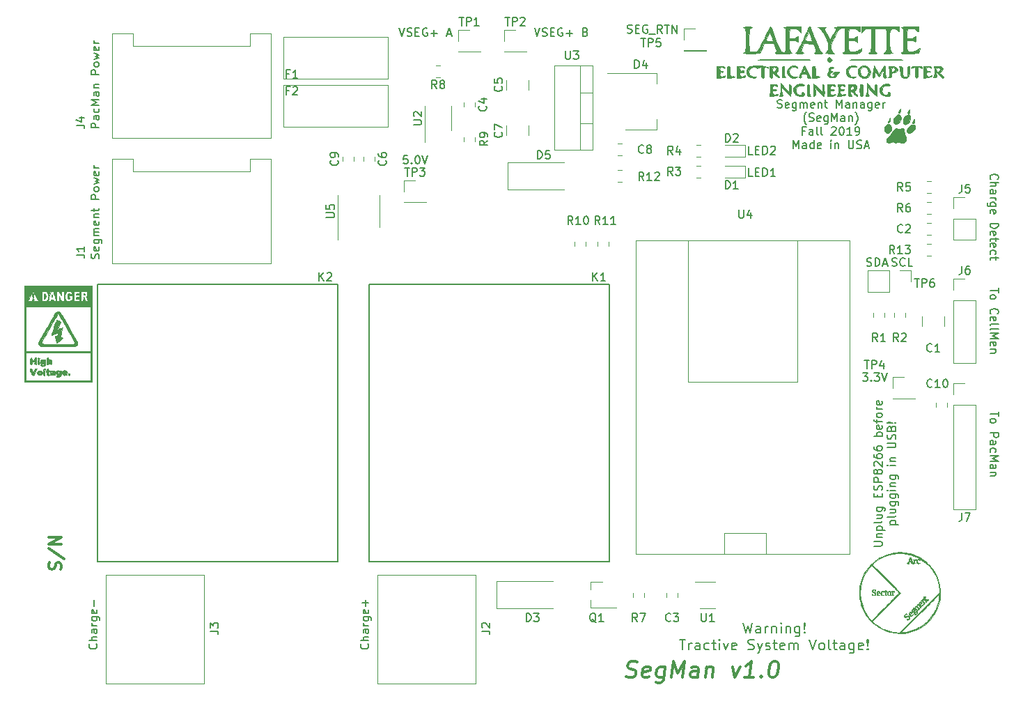
<source format=gbr>
G04 #@! TF.GenerationSoftware,KiCad,Pcbnew,(5.1.4)-1*
G04 #@! TF.CreationDate,2019-10-17T16:47:07-04:00*
G04 #@! TF.ProjectId,SegMan,5365674d-616e-42e6-9b69-6361645f7063,1.0*
G04 #@! TF.SameCoordinates,Original*
G04 #@! TF.FileFunction,Legend,Top*
G04 #@! TF.FilePolarity,Positive*
%FSLAX46Y46*%
G04 Gerber Fmt 4.6, Leading zero omitted, Abs format (unit mm)*
G04 Created by KiCad (PCBNEW (5.1.4)-1) date 2019-10-17 16:47:07*
%MOMM*%
%LPD*%
G04 APERTURE LIST*
%ADD10C,0.150000*%
%ADD11C,0.300000*%
%ADD12C,0.120000*%
%ADD13C,0.010000*%
G04 APERTURE END LIST*
D10*
X184229523Y-94384761D02*
X184372380Y-94432380D01*
X184610476Y-94432380D01*
X184705714Y-94384761D01*
X184753333Y-94337142D01*
X184800952Y-94241904D01*
X184800952Y-94146666D01*
X184753333Y-94051428D01*
X184705714Y-94003809D01*
X184610476Y-93956190D01*
X184420000Y-93908571D01*
X184324761Y-93860952D01*
X184277142Y-93813333D01*
X184229523Y-93718095D01*
X184229523Y-93622857D01*
X184277142Y-93527619D01*
X184324761Y-93480000D01*
X184420000Y-93432380D01*
X184658095Y-93432380D01*
X184800952Y-93480000D01*
X185800952Y-94337142D02*
X185753333Y-94384761D01*
X185610476Y-94432380D01*
X185515238Y-94432380D01*
X185372380Y-94384761D01*
X185277142Y-94289523D01*
X185229523Y-94194285D01*
X185181904Y-94003809D01*
X185181904Y-93860952D01*
X185229523Y-93670476D01*
X185277142Y-93575238D01*
X185372380Y-93480000D01*
X185515238Y-93432380D01*
X185610476Y-93432380D01*
X185753333Y-93480000D01*
X185800952Y-93527619D01*
X186705714Y-94432380D02*
X186229523Y-94432380D01*
X186229523Y-93432380D01*
X181157714Y-94384761D02*
X181300571Y-94432380D01*
X181538666Y-94432380D01*
X181633904Y-94384761D01*
X181681523Y-94337142D01*
X181729142Y-94241904D01*
X181729142Y-94146666D01*
X181681523Y-94051428D01*
X181633904Y-94003809D01*
X181538666Y-93956190D01*
X181348190Y-93908571D01*
X181252952Y-93860952D01*
X181205333Y-93813333D01*
X181157714Y-93718095D01*
X181157714Y-93622857D01*
X181205333Y-93527619D01*
X181252952Y-93480000D01*
X181348190Y-93432380D01*
X181586285Y-93432380D01*
X181729142Y-93480000D01*
X182157714Y-94432380D02*
X182157714Y-93432380D01*
X182395809Y-93432380D01*
X182538666Y-93480000D01*
X182633904Y-93575238D01*
X182681523Y-93670476D01*
X182729142Y-93860952D01*
X182729142Y-94003809D01*
X182681523Y-94194285D01*
X182633904Y-94289523D01*
X182538666Y-94384761D01*
X182395809Y-94432380D01*
X182157714Y-94432380D01*
X183110095Y-94146666D02*
X183586285Y-94146666D01*
X183014857Y-94432380D02*
X183348190Y-93432380D01*
X183681523Y-94432380D01*
X182015380Y-128443523D02*
X182824904Y-128443523D01*
X182920142Y-128395904D01*
X182967761Y-128348285D01*
X183015380Y-128253047D01*
X183015380Y-128062571D01*
X182967761Y-127967333D01*
X182920142Y-127919714D01*
X182824904Y-127872095D01*
X182015380Y-127872095D01*
X182348714Y-127395904D02*
X183015380Y-127395904D01*
X182443952Y-127395904D02*
X182396333Y-127348285D01*
X182348714Y-127253047D01*
X182348714Y-127110190D01*
X182396333Y-127014952D01*
X182491571Y-126967333D01*
X183015380Y-126967333D01*
X182348714Y-126491142D02*
X183348714Y-126491142D01*
X182396333Y-126491142D02*
X182348714Y-126395904D01*
X182348714Y-126205428D01*
X182396333Y-126110190D01*
X182443952Y-126062571D01*
X182539190Y-126014952D01*
X182824904Y-126014952D01*
X182920142Y-126062571D01*
X182967761Y-126110190D01*
X183015380Y-126205428D01*
X183015380Y-126395904D01*
X182967761Y-126491142D01*
X183015380Y-125443523D02*
X182967761Y-125538761D01*
X182872523Y-125586380D01*
X182015380Y-125586380D01*
X182348714Y-124634000D02*
X183015380Y-124634000D01*
X182348714Y-125062571D02*
X182872523Y-125062571D01*
X182967761Y-125014952D01*
X183015380Y-124919714D01*
X183015380Y-124776857D01*
X182967761Y-124681619D01*
X182920142Y-124634000D01*
X182348714Y-123729238D02*
X183158238Y-123729238D01*
X183253476Y-123776857D01*
X183301095Y-123824476D01*
X183348714Y-123919714D01*
X183348714Y-124062571D01*
X183301095Y-124157809D01*
X182967761Y-123729238D02*
X183015380Y-123824476D01*
X183015380Y-124014952D01*
X182967761Y-124110190D01*
X182920142Y-124157809D01*
X182824904Y-124205428D01*
X182539190Y-124205428D01*
X182443952Y-124157809D01*
X182396333Y-124110190D01*
X182348714Y-124014952D01*
X182348714Y-123824476D01*
X182396333Y-123729238D01*
X182491571Y-122491142D02*
X182491571Y-122157809D01*
X183015380Y-122014952D02*
X183015380Y-122491142D01*
X182015380Y-122491142D01*
X182015380Y-122014952D01*
X182967761Y-121634000D02*
X183015380Y-121491142D01*
X183015380Y-121253047D01*
X182967761Y-121157809D01*
X182920142Y-121110190D01*
X182824904Y-121062571D01*
X182729666Y-121062571D01*
X182634428Y-121110190D01*
X182586809Y-121157809D01*
X182539190Y-121253047D01*
X182491571Y-121443523D01*
X182443952Y-121538761D01*
X182396333Y-121586380D01*
X182301095Y-121634000D01*
X182205857Y-121634000D01*
X182110619Y-121586380D01*
X182063000Y-121538761D01*
X182015380Y-121443523D01*
X182015380Y-121205428D01*
X182063000Y-121062571D01*
X183015380Y-120634000D02*
X182015380Y-120634000D01*
X182015380Y-120253047D01*
X182063000Y-120157809D01*
X182110619Y-120110190D01*
X182205857Y-120062571D01*
X182348714Y-120062571D01*
X182443952Y-120110190D01*
X182491571Y-120157809D01*
X182539190Y-120253047D01*
X182539190Y-120634000D01*
X182443952Y-119491142D02*
X182396333Y-119586380D01*
X182348714Y-119634000D01*
X182253476Y-119681619D01*
X182205857Y-119681619D01*
X182110619Y-119634000D01*
X182063000Y-119586380D01*
X182015380Y-119491142D01*
X182015380Y-119300666D01*
X182063000Y-119205428D01*
X182110619Y-119157809D01*
X182205857Y-119110190D01*
X182253476Y-119110190D01*
X182348714Y-119157809D01*
X182396333Y-119205428D01*
X182443952Y-119300666D01*
X182443952Y-119491142D01*
X182491571Y-119586380D01*
X182539190Y-119634000D01*
X182634428Y-119681619D01*
X182824904Y-119681619D01*
X182920142Y-119634000D01*
X182967761Y-119586380D01*
X183015380Y-119491142D01*
X183015380Y-119300666D01*
X182967761Y-119205428D01*
X182920142Y-119157809D01*
X182824904Y-119110190D01*
X182634428Y-119110190D01*
X182539190Y-119157809D01*
X182491571Y-119205428D01*
X182443952Y-119300666D01*
X182110619Y-118729238D02*
X182063000Y-118681619D01*
X182015380Y-118586380D01*
X182015380Y-118348285D01*
X182063000Y-118253047D01*
X182110619Y-118205428D01*
X182205857Y-118157809D01*
X182301095Y-118157809D01*
X182443952Y-118205428D01*
X183015380Y-118776857D01*
X183015380Y-118157809D01*
X182015380Y-117300666D02*
X182015380Y-117491142D01*
X182063000Y-117586380D01*
X182110619Y-117634000D01*
X182253476Y-117729238D01*
X182443952Y-117776857D01*
X182824904Y-117776857D01*
X182920142Y-117729238D01*
X182967761Y-117681619D01*
X183015380Y-117586380D01*
X183015380Y-117395904D01*
X182967761Y-117300666D01*
X182920142Y-117253047D01*
X182824904Y-117205428D01*
X182586809Y-117205428D01*
X182491571Y-117253047D01*
X182443952Y-117300666D01*
X182396333Y-117395904D01*
X182396333Y-117586380D01*
X182443952Y-117681619D01*
X182491571Y-117729238D01*
X182586809Y-117776857D01*
X182015380Y-116348285D02*
X182015380Y-116538761D01*
X182063000Y-116634000D01*
X182110619Y-116681619D01*
X182253476Y-116776857D01*
X182443952Y-116824476D01*
X182824904Y-116824476D01*
X182920142Y-116776857D01*
X182967761Y-116729238D01*
X183015380Y-116634000D01*
X183015380Y-116443523D01*
X182967761Y-116348285D01*
X182920142Y-116300666D01*
X182824904Y-116253047D01*
X182586809Y-116253047D01*
X182491571Y-116300666D01*
X182443952Y-116348285D01*
X182396333Y-116443523D01*
X182396333Y-116634000D01*
X182443952Y-116729238D01*
X182491571Y-116776857D01*
X182586809Y-116824476D01*
X183015380Y-115062571D02*
X182015380Y-115062571D01*
X182396333Y-115062571D02*
X182348714Y-114967333D01*
X182348714Y-114776857D01*
X182396333Y-114681619D01*
X182443952Y-114634000D01*
X182539190Y-114586380D01*
X182824904Y-114586380D01*
X182920142Y-114634000D01*
X182967761Y-114681619D01*
X183015380Y-114776857D01*
X183015380Y-114967333D01*
X182967761Y-115062571D01*
X182967761Y-113776857D02*
X183015380Y-113872095D01*
X183015380Y-114062571D01*
X182967761Y-114157809D01*
X182872523Y-114205428D01*
X182491571Y-114205428D01*
X182396333Y-114157809D01*
X182348714Y-114062571D01*
X182348714Y-113872095D01*
X182396333Y-113776857D01*
X182491571Y-113729238D01*
X182586809Y-113729238D01*
X182682047Y-114205428D01*
X182348714Y-113443523D02*
X182348714Y-113062571D01*
X183015380Y-113300666D02*
X182158238Y-113300666D01*
X182063000Y-113253047D01*
X182015380Y-113157809D01*
X182015380Y-113062571D01*
X183015380Y-112586380D02*
X182967761Y-112681619D01*
X182920142Y-112729238D01*
X182824904Y-112776857D01*
X182539190Y-112776857D01*
X182443952Y-112729238D01*
X182396333Y-112681619D01*
X182348714Y-112586380D01*
X182348714Y-112443523D01*
X182396333Y-112348285D01*
X182443952Y-112300666D01*
X182539190Y-112253047D01*
X182824904Y-112253047D01*
X182920142Y-112300666D01*
X182967761Y-112348285D01*
X183015380Y-112443523D01*
X183015380Y-112586380D01*
X183015380Y-111824476D02*
X182348714Y-111824476D01*
X182539190Y-111824476D02*
X182443952Y-111776857D01*
X182396333Y-111729238D01*
X182348714Y-111634000D01*
X182348714Y-111538761D01*
X182967761Y-110824476D02*
X183015380Y-110919714D01*
X183015380Y-111110190D01*
X182967761Y-111205428D01*
X182872523Y-111253047D01*
X182491571Y-111253047D01*
X182396333Y-111205428D01*
X182348714Y-111110190D01*
X182348714Y-110919714D01*
X182396333Y-110824476D01*
X182491571Y-110776857D01*
X182586809Y-110776857D01*
X182682047Y-111253047D01*
X183998714Y-125800666D02*
X184998714Y-125800666D01*
X184046333Y-125800666D02*
X183998714Y-125705428D01*
X183998714Y-125514952D01*
X184046333Y-125419714D01*
X184093952Y-125372095D01*
X184189190Y-125324476D01*
X184474904Y-125324476D01*
X184570142Y-125372095D01*
X184617761Y-125419714D01*
X184665380Y-125514952D01*
X184665380Y-125705428D01*
X184617761Y-125800666D01*
X184665380Y-124753047D02*
X184617761Y-124848285D01*
X184522523Y-124895904D01*
X183665380Y-124895904D01*
X183998714Y-123943523D02*
X184665380Y-123943523D01*
X183998714Y-124372095D02*
X184522523Y-124372095D01*
X184617761Y-124324476D01*
X184665380Y-124229238D01*
X184665380Y-124086380D01*
X184617761Y-123991142D01*
X184570142Y-123943523D01*
X183998714Y-123038761D02*
X184808238Y-123038761D01*
X184903476Y-123086380D01*
X184951095Y-123134000D01*
X184998714Y-123229238D01*
X184998714Y-123372095D01*
X184951095Y-123467333D01*
X184617761Y-123038761D02*
X184665380Y-123134000D01*
X184665380Y-123324476D01*
X184617761Y-123419714D01*
X184570142Y-123467333D01*
X184474904Y-123514952D01*
X184189190Y-123514952D01*
X184093952Y-123467333D01*
X184046333Y-123419714D01*
X183998714Y-123324476D01*
X183998714Y-123134000D01*
X184046333Y-123038761D01*
X183998714Y-122134000D02*
X184808238Y-122134000D01*
X184903476Y-122181619D01*
X184951095Y-122229238D01*
X184998714Y-122324476D01*
X184998714Y-122467333D01*
X184951095Y-122562571D01*
X184617761Y-122134000D02*
X184665380Y-122229238D01*
X184665380Y-122419714D01*
X184617761Y-122514952D01*
X184570142Y-122562571D01*
X184474904Y-122610190D01*
X184189190Y-122610190D01*
X184093952Y-122562571D01*
X184046333Y-122514952D01*
X183998714Y-122419714D01*
X183998714Y-122229238D01*
X184046333Y-122134000D01*
X184665380Y-121657809D02*
X183998714Y-121657809D01*
X183665380Y-121657809D02*
X183713000Y-121705428D01*
X183760619Y-121657809D01*
X183713000Y-121610190D01*
X183665380Y-121657809D01*
X183760619Y-121657809D01*
X183998714Y-121181619D02*
X184665380Y-121181619D01*
X184093952Y-121181619D02*
X184046333Y-121134000D01*
X183998714Y-121038761D01*
X183998714Y-120895904D01*
X184046333Y-120800666D01*
X184141571Y-120753047D01*
X184665380Y-120753047D01*
X183998714Y-119848285D02*
X184808238Y-119848285D01*
X184903476Y-119895904D01*
X184951095Y-119943523D01*
X184998714Y-120038761D01*
X184998714Y-120181619D01*
X184951095Y-120276857D01*
X184617761Y-119848285D02*
X184665380Y-119943523D01*
X184665380Y-120134000D01*
X184617761Y-120229238D01*
X184570142Y-120276857D01*
X184474904Y-120324476D01*
X184189190Y-120324476D01*
X184093952Y-120276857D01*
X184046333Y-120229238D01*
X183998714Y-120134000D01*
X183998714Y-119943523D01*
X184046333Y-119848285D01*
X184665380Y-118610190D02*
X183998714Y-118610190D01*
X183665380Y-118610190D02*
X183713000Y-118657809D01*
X183760619Y-118610190D01*
X183713000Y-118562571D01*
X183665380Y-118610190D01*
X183760619Y-118610190D01*
X183998714Y-118134000D02*
X184665380Y-118134000D01*
X184093952Y-118134000D02*
X184046333Y-118086380D01*
X183998714Y-117991142D01*
X183998714Y-117848285D01*
X184046333Y-117753047D01*
X184141571Y-117705428D01*
X184665380Y-117705428D01*
X183665380Y-116467333D02*
X184474904Y-116467333D01*
X184570142Y-116419714D01*
X184617761Y-116372095D01*
X184665380Y-116276857D01*
X184665380Y-116086380D01*
X184617761Y-115991142D01*
X184570142Y-115943523D01*
X184474904Y-115895904D01*
X183665380Y-115895904D01*
X184617761Y-115467333D02*
X184665380Y-115324476D01*
X184665380Y-115086380D01*
X184617761Y-114991142D01*
X184570142Y-114943523D01*
X184474904Y-114895904D01*
X184379666Y-114895904D01*
X184284428Y-114943523D01*
X184236809Y-114991142D01*
X184189190Y-115086380D01*
X184141571Y-115276857D01*
X184093952Y-115372095D01*
X184046333Y-115419714D01*
X183951095Y-115467333D01*
X183855857Y-115467333D01*
X183760619Y-115419714D01*
X183713000Y-115372095D01*
X183665380Y-115276857D01*
X183665380Y-115038761D01*
X183713000Y-114895904D01*
X184141571Y-114134000D02*
X184189190Y-113991142D01*
X184236809Y-113943523D01*
X184332047Y-113895904D01*
X184474904Y-113895904D01*
X184570142Y-113943523D01*
X184617761Y-113991142D01*
X184665380Y-114086380D01*
X184665380Y-114467333D01*
X183665380Y-114467333D01*
X183665380Y-114134000D01*
X183713000Y-114038761D01*
X183760619Y-113991142D01*
X183855857Y-113943523D01*
X183951095Y-113943523D01*
X184046333Y-113991142D01*
X184093952Y-114038761D01*
X184141571Y-114134000D01*
X184141571Y-114467333D01*
X184570142Y-113467333D02*
X184617761Y-113419714D01*
X184665380Y-113467333D01*
X184617761Y-113514952D01*
X184570142Y-113467333D01*
X184665380Y-113467333D01*
X184284428Y-113467333D02*
X183713000Y-113514952D01*
X183665380Y-113467333D01*
X183713000Y-113419714D01*
X184284428Y-113467333D01*
X183665380Y-113467333D01*
X196238857Y-83868190D02*
X196191238Y-83820571D01*
X196143619Y-83677714D01*
X196143619Y-83582476D01*
X196191238Y-83439619D01*
X196286476Y-83344380D01*
X196381714Y-83296761D01*
X196572190Y-83249142D01*
X196715047Y-83249142D01*
X196905523Y-83296761D01*
X197000761Y-83344380D01*
X197096000Y-83439619D01*
X197143619Y-83582476D01*
X197143619Y-83677714D01*
X197096000Y-83820571D01*
X197048380Y-83868190D01*
X196143619Y-84296761D02*
X197143619Y-84296761D01*
X196143619Y-84725333D02*
X196667428Y-84725333D01*
X196762666Y-84677714D01*
X196810285Y-84582476D01*
X196810285Y-84439619D01*
X196762666Y-84344380D01*
X196715047Y-84296761D01*
X196143619Y-85630095D02*
X196667428Y-85630095D01*
X196762666Y-85582476D01*
X196810285Y-85487238D01*
X196810285Y-85296761D01*
X196762666Y-85201523D01*
X196191238Y-85630095D02*
X196143619Y-85534857D01*
X196143619Y-85296761D01*
X196191238Y-85201523D01*
X196286476Y-85153904D01*
X196381714Y-85153904D01*
X196476952Y-85201523D01*
X196524571Y-85296761D01*
X196524571Y-85534857D01*
X196572190Y-85630095D01*
X196143619Y-86106285D02*
X196810285Y-86106285D01*
X196619809Y-86106285D02*
X196715047Y-86153904D01*
X196762666Y-86201523D01*
X196810285Y-86296761D01*
X196810285Y-86392000D01*
X196810285Y-87153904D02*
X196000761Y-87153904D01*
X195905523Y-87106285D01*
X195857904Y-87058666D01*
X195810285Y-86963428D01*
X195810285Y-86820571D01*
X195857904Y-86725333D01*
X196191238Y-87153904D02*
X196143619Y-87058666D01*
X196143619Y-86868190D01*
X196191238Y-86772952D01*
X196238857Y-86725333D01*
X196334095Y-86677714D01*
X196619809Y-86677714D01*
X196715047Y-86725333D01*
X196762666Y-86772952D01*
X196810285Y-86868190D01*
X196810285Y-87058666D01*
X196762666Y-87153904D01*
X196191238Y-88011047D02*
X196143619Y-87915809D01*
X196143619Y-87725333D01*
X196191238Y-87630095D01*
X196286476Y-87582476D01*
X196667428Y-87582476D01*
X196762666Y-87630095D01*
X196810285Y-87725333D01*
X196810285Y-87915809D01*
X196762666Y-88011047D01*
X196667428Y-88058666D01*
X196572190Y-88058666D01*
X196476952Y-87582476D01*
X196143619Y-89249142D02*
X197143619Y-89249142D01*
X197143619Y-89487238D01*
X197096000Y-89630095D01*
X197000761Y-89725333D01*
X196905523Y-89772952D01*
X196715047Y-89820571D01*
X196572190Y-89820571D01*
X196381714Y-89772952D01*
X196286476Y-89725333D01*
X196191238Y-89630095D01*
X196143619Y-89487238D01*
X196143619Y-89249142D01*
X196191238Y-90630095D02*
X196143619Y-90534857D01*
X196143619Y-90344380D01*
X196191238Y-90249142D01*
X196286476Y-90201523D01*
X196667428Y-90201523D01*
X196762666Y-90249142D01*
X196810285Y-90344380D01*
X196810285Y-90534857D01*
X196762666Y-90630095D01*
X196667428Y-90677714D01*
X196572190Y-90677714D01*
X196476952Y-90201523D01*
X196810285Y-90963428D02*
X196810285Y-91344380D01*
X197143619Y-91106285D02*
X196286476Y-91106285D01*
X196191238Y-91153904D01*
X196143619Y-91249142D01*
X196143619Y-91344380D01*
X196191238Y-92058666D02*
X196143619Y-91963428D01*
X196143619Y-91772952D01*
X196191238Y-91677714D01*
X196286476Y-91630095D01*
X196667428Y-91630095D01*
X196762666Y-91677714D01*
X196810285Y-91772952D01*
X196810285Y-91963428D01*
X196762666Y-92058666D01*
X196667428Y-92106285D01*
X196572190Y-92106285D01*
X196476952Y-91630095D01*
X196191238Y-92963428D02*
X196143619Y-92868190D01*
X196143619Y-92677714D01*
X196191238Y-92582476D01*
X196238857Y-92534857D01*
X196334095Y-92487238D01*
X196619809Y-92487238D01*
X196715047Y-92534857D01*
X196762666Y-92582476D01*
X196810285Y-92677714D01*
X196810285Y-92868190D01*
X196762666Y-92963428D01*
X196810285Y-93249142D02*
X196810285Y-93630095D01*
X197143619Y-93392000D02*
X196286476Y-93392000D01*
X196191238Y-93439619D01*
X196143619Y-93534857D01*
X196143619Y-93630095D01*
X197143619Y-112101809D02*
X197143619Y-112673238D01*
X196143619Y-112387523D02*
X197143619Y-112387523D01*
X196143619Y-113149428D02*
X196191238Y-113054190D01*
X196238857Y-113006571D01*
X196334095Y-112958952D01*
X196619809Y-112958952D01*
X196715047Y-113006571D01*
X196762666Y-113054190D01*
X196810285Y-113149428D01*
X196810285Y-113292285D01*
X196762666Y-113387523D01*
X196715047Y-113435142D01*
X196619809Y-113482761D01*
X196334095Y-113482761D01*
X196238857Y-113435142D01*
X196191238Y-113387523D01*
X196143619Y-113292285D01*
X196143619Y-113149428D01*
X196143619Y-114673238D02*
X197143619Y-114673238D01*
X197143619Y-115054190D01*
X197096000Y-115149428D01*
X197048380Y-115197047D01*
X196953142Y-115244666D01*
X196810285Y-115244666D01*
X196715047Y-115197047D01*
X196667428Y-115149428D01*
X196619809Y-115054190D01*
X196619809Y-114673238D01*
X196143619Y-116101809D02*
X196667428Y-116101809D01*
X196762666Y-116054190D01*
X196810285Y-115958952D01*
X196810285Y-115768476D01*
X196762666Y-115673238D01*
X196191238Y-116101809D02*
X196143619Y-116006571D01*
X196143619Y-115768476D01*
X196191238Y-115673238D01*
X196286476Y-115625619D01*
X196381714Y-115625619D01*
X196476952Y-115673238D01*
X196524571Y-115768476D01*
X196524571Y-116006571D01*
X196572190Y-116101809D01*
X196191238Y-117006571D02*
X196143619Y-116911333D01*
X196143619Y-116720857D01*
X196191238Y-116625619D01*
X196238857Y-116578000D01*
X196334095Y-116530380D01*
X196619809Y-116530380D01*
X196715047Y-116578000D01*
X196762666Y-116625619D01*
X196810285Y-116720857D01*
X196810285Y-116911333D01*
X196762666Y-117006571D01*
X196143619Y-117435142D02*
X197143619Y-117435142D01*
X196429333Y-117768476D01*
X197143619Y-118101809D01*
X196143619Y-118101809D01*
X196143619Y-119006571D02*
X196667428Y-119006571D01*
X196762666Y-118958952D01*
X196810285Y-118863714D01*
X196810285Y-118673238D01*
X196762666Y-118578000D01*
X196191238Y-119006571D02*
X196143619Y-118911333D01*
X196143619Y-118673238D01*
X196191238Y-118578000D01*
X196286476Y-118530380D01*
X196381714Y-118530380D01*
X196476952Y-118578000D01*
X196524571Y-118673238D01*
X196524571Y-118911333D01*
X196572190Y-119006571D01*
X196810285Y-119482761D02*
X196143619Y-119482761D01*
X196715047Y-119482761D02*
X196762666Y-119530380D01*
X196810285Y-119625619D01*
X196810285Y-119768476D01*
X196762666Y-119863714D01*
X196667428Y-119911333D01*
X196143619Y-119911333D01*
X197143619Y-97068190D02*
X197143619Y-97639619D01*
X196143619Y-97353904D02*
X197143619Y-97353904D01*
X196143619Y-98115809D02*
X196191238Y-98020571D01*
X196238857Y-97972952D01*
X196334095Y-97925333D01*
X196619809Y-97925333D01*
X196715047Y-97972952D01*
X196762666Y-98020571D01*
X196810285Y-98115809D01*
X196810285Y-98258666D01*
X196762666Y-98353904D01*
X196715047Y-98401523D01*
X196619809Y-98449142D01*
X196334095Y-98449142D01*
X196238857Y-98401523D01*
X196191238Y-98353904D01*
X196143619Y-98258666D01*
X196143619Y-98115809D01*
X196238857Y-100211047D02*
X196191238Y-100163428D01*
X196143619Y-100020571D01*
X196143619Y-99925333D01*
X196191238Y-99782476D01*
X196286476Y-99687238D01*
X196381714Y-99639619D01*
X196572190Y-99592000D01*
X196715047Y-99592000D01*
X196905523Y-99639619D01*
X197000761Y-99687238D01*
X197096000Y-99782476D01*
X197143619Y-99925333D01*
X197143619Y-100020571D01*
X197096000Y-100163428D01*
X197048380Y-100211047D01*
X196191238Y-101020571D02*
X196143619Y-100925333D01*
X196143619Y-100734857D01*
X196191238Y-100639619D01*
X196286476Y-100592000D01*
X196667428Y-100592000D01*
X196762666Y-100639619D01*
X196810285Y-100734857D01*
X196810285Y-100925333D01*
X196762666Y-101020571D01*
X196667428Y-101068190D01*
X196572190Y-101068190D01*
X196476952Y-100592000D01*
X196143619Y-101639619D02*
X196191238Y-101544380D01*
X196286476Y-101496761D01*
X197143619Y-101496761D01*
X196143619Y-102163428D02*
X196191238Y-102068190D01*
X196286476Y-102020571D01*
X197143619Y-102020571D01*
X196143619Y-102544380D02*
X197143619Y-102544380D01*
X196429333Y-102877714D01*
X197143619Y-103211047D01*
X196143619Y-103211047D01*
X196191238Y-104068190D02*
X196143619Y-103972952D01*
X196143619Y-103782476D01*
X196191238Y-103687238D01*
X196286476Y-103639619D01*
X196667428Y-103639619D01*
X196762666Y-103687238D01*
X196810285Y-103782476D01*
X196810285Y-103972952D01*
X196762666Y-104068190D01*
X196667428Y-104115809D01*
X196572190Y-104115809D01*
X196476952Y-103639619D01*
X196810285Y-104544380D02*
X196143619Y-104544380D01*
X196715047Y-104544380D02*
X196762666Y-104592000D01*
X196810285Y-104687238D01*
X196810285Y-104830095D01*
X196762666Y-104925333D01*
X196667428Y-104972952D01*
X196143619Y-104972952D01*
X166146238Y-137748976D02*
X166443857Y-138998976D01*
X166681952Y-138106119D01*
X166920047Y-138998976D01*
X167217666Y-137748976D01*
X168229571Y-138998976D02*
X168229571Y-138344214D01*
X168170047Y-138225166D01*
X168051000Y-138165642D01*
X167812904Y-138165642D01*
X167693857Y-138225166D01*
X168229571Y-138939452D02*
X168110523Y-138998976D01*
X167812904Y-138998976D01*
X167693857Y-138939452D01*
X167634333Y-138820404D01*
X167634333Y-138701357D01*
X167693857Y-138582309D01*
X167812904Y-138522785D01*
X168110523Y-138522785D01*
X168229571Y-138463261D01*
X168824809Y-138998976D02*
X168824809Y-138165642D01*
X168824809Y-138403738D02*
X168884333Y-138284690D01*
X168943857Y-138225166D01*
X169062904Y-138165642D01*
X169181952Y-138165642D01*
X169598619Y-138165642D02*
X169598619Y-138998976D01*
X169598619Y-138284690D02*
X169658142Y-138225166D01*
X169777190Y-138165642D01*
X169955761Y-138165642D01*
X170074809Y-138225166D01*
X170134333Y-138344214D01*
X170134333Y-138998976D01*
X170729571Y-138998976D02*
X170729571Y-138165642D01*
X170729571Y-137748976D02*
X170670047Y-137808500D01*
X170729571Y-137868023D01*
X170789095Y-137808500D01*
X170729571Y-137748976D01*
X170729571Y-137868023D01*
X171324809Y-138165642D02*
X171324809Y-138998976D01*
X171324809Y-138284690D02*
X171384333Y-138225166D01*
X171503380Y-138165642D01*
X171681952Y-138165642D01*
X171801000Y-138225166D01*
X171860523Y-138344214D01*
X171860523Y-138998976D01*
X172991476Y-138165642D02*
X172991476Y-139177547D01*
X172931952Y-139296595D01*
X172872428Y-139356119D01*
X172753380Y-139415642D01*
X172574809Y-139415642D01*
X172455761Y-139356119D01*
X172991476Y-138939452D02*
X172872428Y-138998976D01*
X172634333Y-138998976D01*
X172515285Y-138939452D01*
X172455761Y-138879928D01*
X172396238Y-138760880D01*
X172396238Y-138403738D01*
X172455761Y-138284690D01*
X172515285Y-138225166D01*
X172634333Y-138165642D01*
X172872428Y-138165642D01*
X172991476Y-138225166D01*
X173586714Y-138879928D02*
X173646238Y-138939452D01*
X173586714Y-138998976D01*
X173527190Y-138939452D01*
X173586714Y-138879928D01*
X173586714Y-138998976D01*
X173586714Y-138522785D02*
X173527190Y-137808500D01*
X173586714Y-137748976D01*
X173646238Y-137808500D01*
X173586714Y-138522785D01*
X173586714Y-137748976D01*
X158408142Y-139773976D02*
X159122428Y-139773976D01*
X158765285Y-141023976D02*
X158765285Y-139773976D01*
X159539095Y-141023976D02*
X159539095Y-140190642D01*
X159539095Y-140428738D02*
X159598619Y-140309690D01*
X159658142Y-140250166D01*
X159777190Y-140190642D01*
X159896238Y-140190642D01*
X160848619Y-141023976D02*
X160848619Y-140369214D01*
X160789095Y-140250166D01*
X160670047Y-140190642D01*
X160431952Y-140190642D01*
X160312904Y-140250166D01*
X160848619Y-140964452D02*
X160729571Y-141023976D01*
X160431952Y-141023976D01*
X160312904Y-140964452D01*
X160253380Y-140845404D01*
X160253380Y-140726357D01*
X160312904Y-140607309D01*
X160431952Y-140547785D01*
X160729571Y-140547785D01*
X160848619Y-140488261D01*
X161979571Y-140964452D02*
X161860523Y-141023976D01*
X161622428Y-141023976D01*
X161503380Y-140964452D01*
X161443857Y-140904928D01*
X161384333Y-140785880D01*
X161384333Y-140428738D01*
X161443857Y-140309690D01*
X161503380Y-140250166D01*
X161622428Y-140190642D01*
X161860523Y-140190642D01*
X161979571Y-140250166D01*
X162336714Y-140190642D02*
X162812904Y-140190642D01*
X162515285Y-139773976D02*
X162515285Y-140845404D01*
X162574809Y-140964452D01*
X162693857Y-141023976D01*
X162812904Y-141023976D01*
X163229571Y-141023976D02*
X163229571Y-140190642D01*
X163229571Y-139773976D02*
X163170047Y-139833500D01*
X163229571Y-139893023D01*
X163289095Y-139833500D01*
X163229571Y-139773976D01*
X163229571Y-139893023D01*
X163705761Y-140190642D02*
X164003380Y-141023976D01*
X164301000Y-140190642D01*
X165253380Y-140964452D02*
X165134333Y-141023976D01*
X164896238Y-141023976D01*
X164777190Y-140964452D01*
X164717666Y-140845404D01*
X164717666Y-140369214D01*
X164777190Y-140250166D01*
X164896238Y-140190642D01*
X165134333Y-140190642D01*
X165253380Y-140250166D01*
X165312904Y-140369214D01*
X165312904Y-140488261D01*
X164717666Y-140607309D01*
X166741476Y-140964452D02*
X166920047Y-141023976D01*
X167217666Y-141023976D01*
X167336714Y-140964452D01*
X167396238Y-140904928D01*
X167455761Y-140785880D01*
X167455761Y-140666833D01*
X167396238Y-140547785D01*
X167336714Y-140488261D01*
X167217666Y-140428738D01*
X166979571Y-140369214D01*
X166860523Y-140309690D01*
X166801000Y-140250166D01*
X166741476Y-140131119D01*
X166741476Y-140012071D01*
X166801000Y-139893023D01*
X166860523Y-139833500D01*
X166979571Y-139773976D01*
X167277190Y-139773976D01*
X167455761Y-139833500D01*
X167872428Y-140190642D02*
X168170047Y-141023976D01*
X168467666Y-140190642D02*
X168170047Y-141023976D01*
X168050999Y-141321595D01*
X167991476Y-141381119D01*
X167872428Y-141440642D01*
X168884333Y-140964452D02*
X169003380Y-141023976D01*
X169241476Y-141023976D01*
X169360523Y-140964452D01*
X169420047Y-140845404D01*
X169420047Y-140785880D01*
X169360523Y-140666833D01*
X169241476Y-140607309D01*
X169062904Y-140607309D01*
X168943857Y-140547785D01*
X168884333Y-140428738D01*
X168884333Y-140369214D01*
X168943857Y-140250166D01*
X169062904Y-140190642D01*
X169241476Y-140190642D01*
X169360523Y-140250166D01*
X169777190Y-140190642D02*
X170253380Y-140190642D01*
X169955761Y-139773976D02*
X169955761Y-140845404D01*
X170015285Y-140964452D01*
X170134333Y-141023976D01*
X170253380Y-141023976D01*
X171146238Y-140964452D02*
X171027190Y-141023976D01*
X170789095Y-141023976D01*
X170670047Y-140964452D01*
X170610523Y-140845404D01*
X170610523Y-140369214D01*
X170670047Y-140250166D01*
X170789095Y-140190642D01*
X171027190Y-140190642D01*
X171146238Y-140250166D01*
X171205761Y-140369214D01*
X171205761Y-140488261D01*
X170610523Y-140607309D01*
X171741476Y-141023976D02*
X171741476Y-140190642D01*
X171741476Y-140309690D02*
X171800999Y-140250166D01*
X171920047Y-140190642D01*
X172098619Y-140190642D01*
X172217666Y-140250166D01*
X172277190Y-140369214D01*
X172277190Y-141023976D01*
X172277190Y-140369214D02*
X172336714Y-140250166D01*
X172455761Y-140190642D01*
X172634333Y-140190642D01*
X172753380Y-140250166D01*
X172812904Y-140369214D01*
X172812904Y-141023976D01*
X174181952Y-139773976D02*
X174598619Y-141023976D01*
X175015285Y-139773976D01*
X175610523Y-141023976D02*
X175491476Y-140964452D01*
X175431952Y-140904928D01*
X175372428Y-140785880D01*
X175372428Y-140428738D01*
X175431952Y-140309690D01*
X175491476Y-140250166D01*
X175610523Y-140190642D01*
X175789095Y-140190642D01*
X175908142Y-140250166D01*
X175967666Y-140309690D01*
X176027190Y-140428738D01*
X176027190Y-140785880D01*
X175967666Y-140904928D01*
X175908142Y-140964452D01*
X175789095Y-141023976D01*
X175610523Y-141023976D01*
X176741476Y-141023976D02*
X176622428Y-140964452D01*
X176562904Y-140845404D01*
X176562904Y-139773976D01*
X177039095Y-140190642D02*
X177515285Y-140190642D01*
X177217666Y-139773976D02*
X177217666Y-140845404D01*
X177277190Y-140964452D01*
X177396238Y-141023976D01*
X177515285Y-141023976D01*
X178467666Y-141023976D02*
X178467666Y-140369214D01*
X178408142Y-140250166D01*
X178289095Y-140190642D01*
X178050999Y-140190642D01*
X177931952Y-140250166D01*
X178467666Y-140964452D02*
X178348619Y-141023976D01*
X178050999Y-141023976D01*
X177931952Y-140964452D01*
X177872428Y-140845404D01*
X177872428Y-140726357D01*
X177931952Y-140607309D01*
X178050999Y-140547785D01*
X178348619Y-140547785D01*
X178467666Y-140488261D01*
X179598619Y-140190642D02*
X179598619Y-141202547D01*
X179539095Y-141321595D01*
X179479571Y-141381119D01*
X179360523Y-141440642D01*
X179181952Y-141440642D01*
X179062904Y-141381119D01*
X179598619Y-140964452D02*
X179479571Y-141023976D01*
X179241476Y-141023976D01*
X179122428Y-140964452D01*
X179062904Y-140904928D01*
X179003380Y-140785880D01*
X179003380Y-140428738D01*
X179062904Y-140309690D01*
X179122428Y-140250166D01*
X179241476Y-140190642D01*
X179479571Y-140190642D01*
X179598619Y-140250166D01*
X180670047Y-140964452D02*
X180550999Y-141023976D01*
X180312904Y-141023976D01*
X180193857Y-140964452D01*
X180134333Y-140845404D01*
X180134333Y-140369214D01*
X180193857Y-140250166D01*
X180312904Y-140190642D01*
X180550999Y-140190642D01*
X180670047Y-140250166D01*
X180729571Y-140369214D01*
X180729571Y-140488261D01*
X180134333Y-140607309D01*
X181265285Y-140904928D02*
X181324809Y-140964452D01*
X181265285Y-141023976D01*
X181205761Y-140964452D01*
X181265285Y-140904928D01*
X181265285Y-141023976D01*
X181265285Y-140547785D02*
X181205761Y-139833500D01*
X181265285Y-139773976D01*
X181324809Y-139833500D01*
X181265285Y-140547785D01*
X181265285Y-139773976D01*
X167282952Y-80843380D02*
X166806761Y-80843380D01*
X166806761Y-79843380D01*
X167616285Y-80319571D02*
X167949619Y-80319571D01*
X168092476Y-80843380D02*
X167616285Y-80843380D01*
X167616285Y-79843380D01*
X168092476Y-79843380D01*
X168521047Y-80843380D02*
X168521047Y-79843380D01*
X168759142Y-79843380D01*
X168902000Y-79891000D01*
X168997238Y-79986238D01*
X169044857Y-80081476D01*
X169092476Y-80271952D01*
X169092476Y-80414809D01*
X169044857Y-80605285D01*
X168997238Y-80700523D01*
X168902000Y-80795761D01*
X168759142Y-80843380D01*
X168521047Y-80843380D01*
X169473428Y-79938619D02*
X169521047Y-79891000D01*
X169616285Y-79843380D01*
X169854380Y-79843380D01*
X169949619Y-79891000D01*
X169997238Y-79938619D01*
X170044857Y-80033857D01*
X170044857Y-80129095D01*
X169997238Y-80271952D01*
X169425809Y-80843380D01*
X170044857Y-80843380D01*
X167282952Y-83510380D02*
X166806761Y-83510380D01*
X166806761Y-82510380D01*
X167616285Y-82986571D02*
X167949619Y-82986571D01*
X168092476Y-83510380D02*
X167616285Y-83510380D01*
X167616285Y-82510380D01*
X168092476Y-82510380D01*
X168521047Y-83510380D02*
X168521047Y-82510380D01*
X168759142Y-82510380D01*
X168902000Y-82558000D01*
X168997238Y-82653238D01*
X169044857Y-82748476D01*
X169092476Y-82938952D01*
X169092476Y-83081809D01*
X169044857Y-83272285D01*
X168997238Y-83367523D01*
X168902000Y-83462761D01*
X168759142Y-83510380D01*
X168521047Y-83510380D01*
X170044857Y-83510380D02*
X169473428Y-83510380D01*
X169759142Y-83510380D02*
X169759142Y-82510380D01*
X169663904Y-82653238D01*
X169568666Y-82748476D01*
X169473428Y-82796095D01*
X152043190Y-66063761D02*
X152186047Y-66111380D01*
X152424142Y-66111380D01*
X152519380Y-66063761D01*
X152567000Y-66016142D01*
X152614619Y-65920904D01*
X152614619Y-65825666D01*
X152567000Y-65730428D01*
X152519380Y-65682809D01*
X152424142Y-65635190D01*
X152233666Y-65587571D01*
X152138428Y-65539952D01*
X152090809Y-65492333D01*
X152043190Y-65397095D01*
X152043190Y-65301857D01*
X152090809Y-65206619D01*
X152138428Y-65159000D01*
X152233666Y-65111380D01*
X152471761Y-65111380D01*
X152614619Y-65159000D01*
X153043190Y-65587571D02*
X153376523Y-65587571D01*
X153519380Y-66111380D02*
X153043190Y-66111380D01*
X153043190Y-65111380D01*
X153519380Y-65111380D01*
X154471761Y-65159000D02*
X154376523Y-65111380D01*
X154233666Y-65111380D01*
X154090809Y-65159000D01*
X153995571Y-65254238D01*
X153947952Y-65349476D01*
X153900333Y-65539952D01*
X153900333Y-65682809D01*
X153947952Y-65873285D01*
X153995571Y-65968523D01*
X154090809Y-66063761D01*
X154233666Y-66111380D01*
X154328904Y-66111380D01*
X154471761Y-66063761D01*
X154519380Y-66016142D01*
X154519380Y-65682809D01*
X154328904Y-65682809D01*
X154709857Y-66206619D02*
X155471761Y-66206619D01*
X156281285Y-66111380D02*
X155947952Y-65635190D01*
X155709857Y-66111380D02*
X155709857Y-65111380D01*
X156090809Y-65111380D01*
X156186047Y-65159000D01*
X156233666Y-65206619D01*
X156281285Y-65301857D01*
X156281285Y-65444714D01*
X156233666Y-65539952D01*
X156186047Y-65587571D01*
X156090809Y-65635190D01*
X155709857Y-65635190D01*
X156567000Y-65111380D02*
X157138428Y-65111380D01*
X156852714Y-66111380D02*
X156852714Y-65111380D01*
X157471761Y-66111380D02*
X157471761Y-65111380D01*
X158043190Y-66111380D01*
X158043190Y-65111380D01*
X140756095Y-65492380D02*
X141089428Y-66492380D01*
X141422761Y-65492380D01*
X141708476Y-66444761D02*
X141851333Y-66492380D01*
X142089428Y-66492380D01*
X142184666Y-66444761D01*
X142232285Y-66397142D01*
X142279904Y-66301904D01*
X142279904Y-66206666D01*
X142232285Y-66111428D01*
X142184666Y-66063809D01*
X142089428Y-66016190D01*
X141898952Y-65968571D01*
X141803714Y-65920952D01*
X141756095Y-65873333D01*
X141708476Y-65778095D01*
X141708476Y-65682857D01*
X141756095Y-65587619D01*
X141803714Y-65540000D01*
X141898952Y-65492380D01*
X142137047Y-65492380D01*
X142279904Y-65540000D01*
X142708476Y-65968571D02*
X143041809Y-65968571D01*
X143184666Y-66492380D02*
X142708476Y-66492380D01*
X142708476Y-65492380D01*
X143184666Y-65492380D01*
X144137047Y-65540000D02*
X144041809Y-65492380D01*
X143898952Y-65492380D01*
X143756095Y-65540000D01*
X143660857Y-65635238D01*
X143613238Y-65730476D01*
X143565619Y-65920952D01*
X143565619Y-66063809D01*
X143613238Y-66254285D01*
X143660857Y-66349523D01*
X143756095Y-66444761D01*
X143898952Y-66492380D01*
X143994190Y-66492380D01*
X144137047Y-66444761D01*
X144184666Y-66397142D01*
X144184666Y-66063809D01*
X143994190Y-66063809D01*
X144613238Y-66111428D02*
X145375142Y-66111428D01*
X144994190Y-66492380D02*
X144994190Y-65730476D01*
X146946571Y-65968571D02*
X147089428Y-66016190D01*
X147137047Y-66063809D01*
X147184666Y-66159047D01*
X147184666Y-66301904D01*
X147137047Y-66397142D01*
X147089428Y-66444761D01*
X146994190Y-66492380D01*
X146613238Y-66492380D01*
X146613238Y-65492380D01*
X146946571Y-65492380D01*
X147041809Y-65540000D01*
X147089428Y-65587619D01*
X147137047Y-65682857D01*
X147137047Y-65778095D01*
X147089428Y-65873333D01*
X147041809Y-65920952D01*
X146946571Y-65968571D01*
X146613238Y-65968571D01*
X124317523Y-65492380D02*
X124650857Y-66492380D01*
X124984190Y-65492380D01*
X125269904Y-66444761D02*
X125412761Y-66492380D01*
X125650857Y-66492380D01*
X125746095Y-66444761D01*
X125793714Y-66397142D01*
X125841333Y-66301904D01*
X125841333Y-66206666D01*
X125793714Y-66111428D01*
X125746095Y-66063809D01*
X125650857Y-66016190D01*
X125460380Y-65968571D01*
X125365142Y-65920952D01*
X125317523Y-65873333D01*
X125269904Y-65778095D01*
X125269904Y-65682857D01*
X125317523Y-65587619D01*
X125365142Y-65540000D01*
X125460380Y-65492380D01*
X125698476Y-65492380D01*
X125841333Y-65540000D01*
X126269904Y-65968571D02*
X126603238Y-65968571D01*
X126746095Y-66492380D02*
X126269904Y-66492380D01*
X126269904Y-65492380D01*
X126746095Y-65492380D01*
X127698476Y-65540000D02*
X127603238Y-65492380D01*
X127460380Y-65492380D01*
X127317523Y-65540000D01*
X127222285Y-65635238D01*
X127174666Y-65730476D01*
X127127047Y-65920952D01*
X127127047Y-66063809D01*
X127174666Y-66254285D01*
X127222285Y-66349523D01*
X127317523Y-66444761D01*
X127460380Y-66492380D01*
X127555619Y-66492380D01*
X127698476Y-66444761D01*
X127746095Y-66397142D01*
X127746095Y-66063809D01*
X127555619Y-66063809D01*
X128174666Y-66111428D02*
X128936571Y-66111428D01*
X128555619Y-66492380D02*
X128555619Y-65730476D01*
X130127047Y-66206666D02*
X130603238Y-66206666D01*
X130031809Y-66492380D02*
X130365142Y-65492380D01*
X130698476Y-66492380D01*
X125333238Y-80986380D02*
X124857047Y-80986380D01*
X124809428Y-81462571D01*
X124857047Y-81414952D01*
X124952285Y-81367333D01*
X125190380Y-81367333D01*
X125285619Y-81414952D01*
X125333238Y-81462571D01*
X125380857Y-81557809D01*
X125380857Y-81795904D01*
X125333238Y-81891142D01*
X125285619Y-81938761D01*
X125190380Y-81986380D01*
X124952285Y-81986380D01*
X124857047Y-81938761D01*
X124809428Y-81891142D01*
X125809428Y-81891142D02*
X125857047Y-81938761D01*
X125809428Y-81986380D01*
X125761809Y-81938761D01*
X125809428Y-81891142D01*
X125809428Y-81986380D01*
X126476095Y-80986380D02*
X126571333Y-80986380D01*
X126666571Y-81034000D01*
X126714190Y-81081619D01*
X126761809Y-81176857D01*
X126809428Y-81367333D01*
X126809428Y-81605428D01*
X126761809Y-81795904D01*
X126714190Y-81891142D01*
X126666571Y-81938761D01*
X126571333Y-81986380D01*
X126476095Y-81986380D01*
X126380857Y-81938761D01*
X126333238Y-81891142D01*
X126285619Y-81795904D01*
X126238000Y-81605428D01*
X126238000Y-81367333D01*
X126285619Y-81176857D01*
X126333238Y-81081619D01*
X126380857Y-81034000D01*
X126476095Y-80986380D01*
X127095142Y-80986380D02*
X127428476Y-81986380D01*
X127761809Y-80986380D01*
X180641809Y-107402380D02*
X181260857Y-107402380D01*
X180927523Y-107783333D01*
X181070380Y-107783333D01*
X181165619Y-107830952D01*
X181213238Y-107878571D01*
X181260857Y-107973809D01*
X181260857Y-108211904D01*
X181213238Y-108307142D01*
X181165619Y-108354761D01*
X181070380Y-108402380D01*
X180784666Y-108402380D01*
X180689428Y-108354761D01*
X180641809Y-108307142D01*
X181689428Y-108307142D02*
X181737047Y-108354761D01*
X181689428Y-108402380D01*
X181641809Y-108354761D01*
X181689428Y-108307142D01*
X181689428Y-108402380D01*
X182070380Y-107402380D02*
X182689428Y-107402380D01*
X182356095Y-107783333D01*
X182498952Y-107783333D01*
X182594190Y-107830952D01*
X182641809Y-107878571D01*
X182689428Y-107973809D01*
X182689428Y-108211904D01*
X182641809Y-108307142D01*
X182594190Y-108354761D01*
X182498952Y-108402380D01*
X182213238Y-108402380D01*
X182118000Y-108354761D01*
X182070380Y-108307142D01*
X182975142Y-107402380D02*
X183308476Y-108402380D01*
X183641809Y-107402380D01*
X120499142Y-140326761D02*
X120546761Y-140374380D01*
X120594380Y-140517238D01*
X120594380Y-140612476D01*
X120546761Y-140755333D01*
X120451523Y-140850571D01*
X120356285Y-140898190D01*
X120165809Y-140945809D01*
X120022952Y-140945809D01*
X119832476Y-140898190D01*
X119737238Y-140850571D01*
X119642000Y-140755333D01*
X119594380Y-140612476D01*
X119594380Y-140517238D01*
X119642000Y-140374380D01*
X119689619Y-140326761D01*
X120594380Y-139898190D02*
X119594380Y-139898190D01*
X120594380Y-139469619D02*
X120070571Y-139469619D01*
X119975333Y-139517238D01*
X119927714Y-139612476D01*
X119927714Y-139755333D01*
X119975333Y-139850571D01*
X120022952Y-139898190D01*
X120594380Y-138564857D02*
X120070571Y-138564857D01*
X119975333Y-138612476D01*
X119927714Y-138707714D01*
X119927714Y-138898190D01*
X119975333Y-138993428D01*
X120546761Y-138564857D02*
X120594380Y-138660095D01*
X120594380Y-138898190D01*
X120546761Y-138993428D01*
X120451523Y-139041047D01*
X120356285Y-139041047D01*
X120261047Y-138993428D01*
X120213428Y-138898190D01*
X120213428Y-138660095D01*
X120165809Y-138564857D01*
X120594380Y-138088666D02*
X119927714Y-138088666D01*
X120118190Y-138088666D02*
X120022952Y-138041047D01*
X119975333Y-137993428D01*
X119927714Y-137898190D01*
X119927714Y-137802952D01*
X119927714Y-137041047D02*
X120737238Y-137041047D01*
X120832476Y-137088666D01*
X120880095Y-137136285D01*
X120927714Y-137231523D01*
X120927714Y-137374380D01*
X120880095Y-137469619D01*
X120546761Y-137041047D02*
X120594380Y-137136285D01*
X120594380Y-137326761D01*
X120546761Y-137422000D01*
X120499142Y-137469619D01*
X120403904Y-137517238D01*
X120118190Y-137517238D01*
X120022952Y-137469619D01*
X119975333Y-137422000D01*
X119927714Y-137326761D01*
X119927714Y-137136285D01*
X119975333Y-137041047D01*
X120546761Y-136183904D02*
X120594380Y-136279142D01*
X120594380Y-136469619D01*
X120546761Y-136564857D01*
X120451523Y-136612476D01*
X120070571Y-136612476D01*
X119975333Y-136564857D01*
X119927714Y-136469619D01*
X119927714Y-136279142D01*
X119975333Y-136183904D01*
X120070571Y-136136285D01*
X120165809Y-136136285D01*
X120261047Y-136612476D01*
X120213428Y-135707714D02*
X120213428Y-134945809D01*
X120594380Y-135326761D02*
X119832476Y-135326761D01*
X87479142Y-140326761D02*
X87526761Y-140374380D01*
X87574380Y-140517238D01*
X87574380Y-140612476D01*
X87526761Y-140755333D01*
X87431523Y-140850571D01*
X87336285Y-140898190D01*
X87145809Y-140945809D01*
X87002952Y-140945809D01*
X86812476Y-140898190D01*
X86717238Y-140850571D01*
X86622000Y-140755333D01*
X86574380Y-140612476D01*
X86574380Y-140517238D01*
X86622000Y-140374380D01*
X86669619Y-140326761D01*
X87574380Y-139898190D02*
X86574380Y-139898190D01*
X87574380Y-139469619D02*
X87050571Y-139469619D01*
X86955333Y-139517238D01*
X86907714Y-139612476D01*
X86907714Y-139755333D01*
X86955333Y-139850571D01*
X87002952Y-139898190D01*
X87574380Y-138564857D02*
X87050571Y-138564857D01*
X86955333Y-138612476D01*
X86907714Y-138707714D01*
X86907714Y-138898190D01*
X86955333Y-138993428D01*
X87526761Y-138564857D02*
X87574380Y-138660095D01*
X87574380Y-138898190D01*
X87526761Y-138993428D01*
X87431523Y-139041047D01*
X87336285Y-139041047D01*
X87241047Y-138993428D01*
X87193428Y-138898190D01*
X87193428Y-138660095D01*
X87145809Y-138564857D01*
X87574380Y-138088666D02*
X86907714Y-138088666D01*
X87098190Y-138088666D02*
X87002952Y-138041047D01*
X86955333Y-137993428D01*
X86907714Y-137898190D01*
X86907714Y-137802952D01*
X86907714Y-137041047D02*
X87717238Y-137041047D01*
X87812476Y-137088666D01*
X87860095Y-137136285D01*
X87907714Y-137231523D01*
X87907714Y-137374380D01*
X87860095Y-137469619D01*
X87526761Y-137041047D02*
X87574380Y-137136285D01*
X87574380Y-137326761D01*
X87526761Y-137422000D01*
X87479142Y-137469619D01*
X87383904Y-137517238D01*
X87098190Y-137517238D01*
X87002952Y-137469619D01*
X86955333Y-137422000D01*
X86907714Y-137326761D01*
X86907714Y-137136285D01*
X86955333Y-137041047D01*
X87526761Y-136183904D02*
X87574380Y-136279142D01*
X87574380Y-136469619D01*
X87526761Y-136564857D01*
X87431523Y-136612476D01*
X87050571Y-136612476D01*
X86955333Y-136564857D01*
X86907714Y-136469619D01*
X86907714Y-136279142D01*
X86955333Y-136183904D01*
X87050571Y-136136285D01*
X87145809Y-136136285D01*
X87241047Y-136612476D01*
X87193428Y-135707714D02*
X87193428Y-134945809D01*
X87828380Y-77604285D02*
X86828380Y-77604285D01*
X86828380Y-77223333D01*
X86876000Y-77128095D01*
X86923619Y-77080476D01*
X87018857Y-77032857D01*
X87161714Y-77032857D01*
X87256952Y-77080476D01*
X87304571Y-77128095D01*
X87352190Y-77223333D01*
X87352190Y-77604285D01*
X87828380Y-76175714D02*
X87304571Y-76175714D01*
X87209333Y-76223333D01*
X87161714Y-76318571D01*
X87161714Y-76509047D01*
X87209333Y-76604285D01*
X87780761Y-76175714D02*
X87828380Y-76270952D01*
X87828380Y-76509047D01*
X87780761Y-76604285D01*
X87685523Y-76651904D01*
X87590285Y-76651904D01*
X87495047Y-76604285D01*
X87447428Y-76509047D01*
X87447428Y-76270952D01*
X87399809Y-76175714D01*
X87780761Y-75270952D02*
X87828380Y-75366190D01*
X87828380Y-75556666D01*
X87780761Y-75651904D01*
X87733142Y-75699523D01*
X87637904Y-75747142D01*
X87352190Y-75747142D01*
X87256952Y-75699523D01*
X87209333Y-75651904D01*
X87161714Y-75556666D01*
X87161714Y-75366190D01*
X87209333Y-75270952D01*
X87828380Y-74842380D02*
X86828380Y-74842380D01*
X87542666Y-74509047D01*
X86828380Y-74175714D01*
X87828380Y-74175714D01*
X87828380Y-73270952D02*
X87304571Y-73270952D01*
X87209333Y-73318571D01*
X87161714Y-73413809D01*
X87161714Y-73604285D01*
X87209333Y-73699523D01*
X87780761Y-73270952D02*
X87828380Y-73366190D01*
X87828380Y-73604285D01*
X87780761Y-73699523D01*
X87685523Y-73747142D01*
X87590285Y-73747142D01*
X87495047Y-73699523D01*
X87447428Y-73604285D01*
X87447428Y-73366190D01*
X87399809Y-73270952D01*
X87161714Y-72794761D02*
X87828380Y-72794761D01*
X87256952Y-72794761D02*
X87209333Y-72747142D01*
X87161714Y-72651904D01*
X87161714Y-72509047D01*
X87209333Y-72413809D01*
X87304571Y-72366190D01*
X87828380Y-72366190D01*
X87828380Y-71128095D02*
X86828380Y-71128095D01*
X86828380Y-70747142D01*
X86876000Y-70651904D01*
X86923619Y-70604285D01*
X87018857Y-70556666D01*
X87161714Y-70556666D01*
X87256952Y-70604285D01*
X87304571Y-70651904D01*
X87352190Y-70747142D01*
X87352190Y-71128095D01*
X87828380Y-69985238D02*
X87780761Y-70080476D01*
X87733142Y-70128095D01*
X87637904Y-70175714D01*
X87352190Y-70175714D01*
X87256952Y-70128095D01*
X87209333Y-70080476D01*
X87161714Y-69985238D01*
X87161714Y-69842380D01*
X87209333Y-69747142D01*
X87256952Y-69699523D01*
X87352190Y-69651904D01*
X87637904Y-69651904D01*
X87733142Y-69699523D01*
X87780761Y-69747142D01*
X87828380Y-69842380D01*
X87828380Y-69985238D01*
X87161714Y-69318571D02*
X87828380Y-69128095D01*
X87352190Y-68937619D01*
X87828380Y-68747142D01*
X87161714Y-68556666D01*
X87780761Y-67794761D02*
X87828380Y-67890000D01*
X87828380Y-68080476D01*
X87780761Y-68175714D01*
X87685523Y-68223333D01*
X87304571Y-68223333D01*
X87209333Y-68175714D01*
X87161714Y-68080476D01*
X87161714Y-67890000D01*
X87209333Y-67794761D01*
X87304571Y-67747142D01*
X87399809Y-67747142D01*
X87495047Y-68223333D01*
X87828380Y-67318571D02*
X87161714Y-67318571D01*
X87352190Y-67318571D02*
X87256952Y-67270952D01*
X87209333Y-67223333D01*
X87161714Y-67128095D01*
X87161714Y-67032857D01*
X87780761Y-93479238D02*
X87828380Y-93336380D01*
X87828380Y-93098285D01*
X87780761Y-93003047D01*
X87733142Y-92955428D01*
X87637904Y-92907809D01*
X87542666Y-92907809D01*
X87447428Y-92955428D01*
X87399809Y-93003047D01*
X87352190Y-93098285D01*
X87304571Y-93288761D01*
X87256952Y-93384000D01*
X87209333Y-93431619D01*
X87114095Y-93479238D01*
X87018857Y-93479238D01*
X86923619Y-93431619D01*
X86876000Y-93384000D01*
X86828380Y-93288761D01*
X86828380Y-93050666D01*
X86876000Y-92907809D01*
X87780761Y-92098285D02*
X87828380Y-92193523D01*
X87828380Y-92384000D01*
X87780761Y-92479238D01*
X87685523Y-92526857D01*
X87304571Y-92526857D01*
X87209333Y-92479238D01*
X87161714Y-92384000D01*
X87161714Y-92193523D01*
X87209333Y-92098285D01*
X87304571Y-92050666D01*
X87399809Y-92050666D01*
X87495047Y-92526857D01*
X87161714Y-91193523D02*
X87971238Y-91193523D01*
X88066476Y-91241142D01*
X88114095Y-91288761D01*
X88161714Y-91384000D01*
X88161714Y-91526857D01*
X88114095Y-91622095D01*
X87780761Y-91193523D02*
X87828380Y-91288761D01*
X87828380Y-91479238D01*
X87780761Y-91574476D01*
X87733142Y-91622095D01*
X87637904Y-91669714D01*
X87352190Y-91669714D01*
X87256952Y-91622095D01*
X87209333Y-91574476D01*
X87161714Y-91479238D01*
X87161714Y-91288761D01*
X87209333Y-91193523D01*
X87828380Y-90717333D02*
X87161714Y-90717333D01*
X87256952Y-90717333D02*
X87209333Y-90669714D01*
X87161714Y-90574476D01*
X87161714Y-90431619D01*
X87209333Y-90336380D01*
X87304571Y-90288761D01*
X87828380Y-90288761D01*
X87304571Y-90288761D02*
X87209333Y-90241142D01*
X87161714Y-90145904D01*
X87161714Y-90003047D01*
X87209333Y-89907809D01*
X87304571Y-89860190D01*
X87828380Y-89860190D01*
X87780761Y-89003047D02*
X87828380Y-89098285D01*
X87828380Y-89288761D01*
X87780761Y-89384000D01*
X87685523Y-89431619D01*
X87304571Y-89431619D01*
X87209333Y-89384000D01*
X87161714Y-89288761D01*
X87161714Y-89098285D01*
X87209333Y-89003047D01*
X87304571Y-88955428D01*
X87399809Y-88955428D01*
X87495047Y-89431619D01*
X87161714Y-88526857D02*
X87828380Y-88526857D01*
X87256952Y-88526857D02*
X87209333Y-88479238D01*
X87161714Y-88384000D01*
X87161714Y-88241142D01*
X87209333Y-88145904D01*
X87304571Y-88098285D01*
X87828380Y-88098285D01*
X87161714Y-87764952D02*
X87161714Y-87384000D01*
X86828380Y-87622095D02*
X87685523Y-87622095D01*
X87780761Y-87574476D01*
X87828380Y-87479238D01*
X87828380Y-87384000D01*
X87828380Y-86288761D02*
X86828380Y-86288761D01*
X86828380Y-85907809D01*
X86876000Y-85812571D01*
X86923619Y-85764952D01*
X87018857Y-85717333D01*
X87161714Y-85717333D01*
X87256952Y-85764952D01*
X87304571Y-85812571D01*
X87352190Y-85907809D01*
X87352190Y-86288761D01*
X87828380Y-85145904D02*
X87780761Y-85241142D01*
X87733142Y-85288761D01*
X87637904Y-85336380D01*
X87352190Y-85336380D01*
X87256952Y-85288761D01*
X87209333Y-85241142D01*
X87161714Y-85145904D01*
X87161714Y-85003047D01*
X87209333Y-84907809D01*
X87256952Y-84860190D01*
X87352190Y-84812571D01*
X87637904Y-84812571D01*
X87733142Y-84860190D01*
X87780761Y-84907809D01*
X87828380Y-85003047D01*
X87828380Y-85145904D01*
X87161714Y-84479238D02*
X87828380Y-84288761D01*
X87352190Y-84098285D01*
X87828380Y-83907809D01*
X87161714Y-83717333D01*
X87780761Y-82955428D02*
X87828380Y-83050666D01*
X87828380Y-83241142D01*
X87780761Y-83336380D01*
X87685523Y-83384000D01*
X87304571Y-83384000D01*
X87209333Y-83336380D01*
X87161714Y-83241142D01*
X87161714Y-83050666D01*
X87209333Y-82955428D01*
X87304571Y-82907809D01*
X87399809Y-82907809D01*
X87495047Y-83384000D01*
X87828380Y-82479238D02*
X87161714Y-82479238D01*
X87352190Y-82479238D02*
X87256952Y-82431619D01*
X87209333Y-82384000D01*
X87161714Y-82288761D01*
X87161714Y-82193523D01*
D11*
X83157142Y-131286000D02*
X83228571Y-131071714D01*
X83228571Y-130714571D01*
X83157142Y-130571714D01*
X83085714Y-130500285D01*
X82942857Y-130428857D01*
X82800000Y-130428857D01*
X82657142Y-130500285D01*
X82585714Y-130571714D01*
X82514285Y-130714571D01*
X82442857Y-131000285D01*
X82371428Y-131143142D01*
X82300000Y-131214571D01*
X82157142Y-131286000D01*
X82014285Y-131286000D01*
X81871428Y-131214571D01*
X81800000Y-131143142D01*
X81728571Y-131000285D01*
X81728571Y-130643142D01*
X81800000Y-130428857D01*
X81657142Y-128714571D02*
X83585714Y-130000285D01*
X83228571Y-128214571D02*
X81728571Y-128214571D01*
X83228571Y-127357428D01*
X81728571Y-127357428D01*
X151911458Y-144319523D02*
X152185267Y-144414761D01*
X152661458Y-144414761D01*
X152863839Y-144319523D01*
X152970982Y-144224285D01*
X153090029Y-144033809D01*
X153113839Y-143843333D01*
X153042410Y-143652857D01*
X152959077Y-143557619D01*
X152780505Y-143462380D01*
X152411458Y-143367142D01*
X152232886Y-143271904D01*
X152149553Y-143176666D01*
X152078125Y-142986190D01*
X152101934Y-142795714D01*
X152220982Y-142605238D01*
X152328125Y-142510000D01*
X152530505Y-142414761D01*
X153006696Y-142414761D01*
X153280505Y-142510000D01*
X154673363Y-144319523D02*
X154470982Y-144414761D01*
X154090029Y-144414761D01*
X153911458Y-144319523D01*
X153840029Y-144129047D01*
X153935267Y-143367142D01*
X154054315Y-143176666D01*
X154256696Y-143081428D01*
X154637648Y-143081428D01*
X154816220Y-143176666D01*
X154887648Y-143367142D01*
X154863839Y-143557619D01*
X153887648Y-143748095D01*
X156637648Y-143081428D02*
X156435267Y-144700476D01*
X156316220Y-144890952D01*
X156209077Y-144986190D01*
X156006696Y-145081428D01*
X155720982Y-145081428D01*
X155542410Y-144986190D01*
X156482886Y-144319523D02*
X156280505Y-144414761D01*
X155899553Y-144414761D01*
X155720982Y-144319523D01*
X155637648Y-144224285D01*
X155566220Y-144033809D01*
X155637648Y-143462380D01*
X155756696Y-143271904D01*
X155863839Y-143176666D01*
X156066220Y-143081428D01*
X156447172Y-143081428D01*
X156625744Y-143176666D01*
X157423363Y-144414761D02*
X157673363Y-142414761D01*
X158161458Y-143843333D01*
X159006696Y-142414761D01*
X158756696Y-144414761D01*
X160566220Y-144414761D02*
X160697172Y-143367142D01*
X160625744Y-143176666D01*
X160447172Y-143081428D01*
X160066220Y-143081428D01*
X159863839Y-143176666D01*
X160578125Y-144319523D02*
X160375744Y-144414761D01*
X159899553Y-144414761D01*
X159720982Y-144319523D01*
X159649553Y-144129047D01*
X159673363Y-143938571D01*
X159792410Y-143748095D01*
X159994791Y-143652857D01*
X160470982Y-143652857D01*
X160673363Y-143557619D01*
X161685267Y-143081428D02*
X161518601Y-144414761D01*
X161661458Y-143271904D02*
X161768601Y-143176666D01*
X161970982Y-143081428D01*
X162256696Y-143081428D01*
X162435267Y-143176666D01*
X162506696Y-143367142D01*
X162375744Y-144414761D01*
X164828125Y-143081428D02*
X165137648Y-144414761D01*
X165780505Y-143081428D01*
X167423363Y-144414761D02*
X166280505Y-144414761D01*
X166851934Y-144414761D02*
X167101934Y-142414761D01*
X166875744Y-142700476D01*
X166661458Y-142890952D01*
X166459077Y-142986190D01*
X168304315Y-144224285D02*
X168387648Y-144319523D01*
X168280505Y-144414761D01*
X168197172Y-144319523D01*
X168304315Y-144224285D01*
X168280505Y-144414761D01*
X169863839Y-142414761D02*
X170054315Y-142414761D01*
X170232886Y-142510000D01*
X170316220Y-142605238D01*
X170387648Y-142795714D01*
X170435267Y-143176666D01*
X170375744Y-143652857D01*
X170232886Y-144033809D01*
X170113839Y-144224285D01*
X170006696Y-144319523D01*
X169804315Y-144414761D01*
X169613839Y-144414761D01*
X169435267Y-144319523D01*
X169351934Y-144224285D01*
X169280505Y-144033809D01*
X169232886Y-143652857D01*
X169292410Y-143176666D01*
X169435267Y-142795714D01*
X169554315Y-142605238D01*
X169661458Y-142510000D01*
X169863839Y-142414761D01*
D10*
X170284000Y-75145761D02*
X170426857Y-75193380D01*
X170664952Y-75193380D01*
X170760190Y-75145761D01*
X170807809Y-75098142D01*
X170855428Y-75002904D01*
X170855428Y-74907666D01*
X170807809Y-74812428D01*
X170760190Y-74764809D01*
X170664952Y-74717190D01*
X170474476Y-74669571D01*
X170379238Y-74621952D01*
X170331619Y-74574333D01*
X170284000Y-74479095D01*
X170284000Y-74383857D01*
X170331619Y-74288619D01*
X170379238Y-74241000D01*
X170474476Y-74193380D01*
X170712571Y-74193380D01*
X170855428Y-74241000D01*
X171664952Y-75145761D02*
X171569714Y-75193380D01*
X171379238Y-75193380D01*
X171284000Y-75145761D01*
X171236380Y-75050523D01*
X171236380Y-74669571D01*
X171284000Y-74574333D01*
X171379238Y-74526714D01*
X171569714Y-74526714D01*
X171664952Y-74574333D01*
X171712571Y-74669571D01*
X171712571Y-74764809D01*
X171236380Y-74860047D01*
X172569714Y-74526714D02*
X172569714Y-75336238D01*
X172522095Y-75431476D01*
X172474476Y-75479095D01*
X172379238Y-75526714D01*
X172236380Y-75526714D01*
X172141142Y-75479095D01*
X172569714Y-75145761D02*
X172474476Y-75193380D01*
X172284000Y-75193380D01*
X172188761Y-75145761D01*
X172141142Y-75098142D01*
X172093523Y-75002904D01*
X172093523Y-74717190D01*
X172141142Y-74621952D01*
X172188761Y-74574333D01*
X172284000Y-74526714D01*
X172474476Y-74526714D01*
X172569714Y-74574333D01*
X173045904Y-75193380D02*
X173045904Y-74526714D01*
X173045904Y-74621952D02*
X173093523Y-74574333D01*
X173188761Y-74526714D01*
X173331619Y-74526714D01*
X173426857Y-74574333D01*
X173474476Y-74669571D01*
X173474476Y-75193380D01*
X173474476Y-74669571D02*
X173522095Y-74574333D01*
X173617333Y-74526714D01*
X173760190Y-74526714D01*
X173855428Y-74574333D01*
X173903047Y-74669571D01*
X173903047Y-75193380D01*
X174760190Y-75145761D02*
X174664952Y-75193380D01*
X174474476Y-75193380D01*
X174379238Y-75145761D01*
X174331619Y-75050523D01*
X174331619Y-74669571D01*
X174379238Y-74574333D01*
X174474476Y-74526714D01*
X174664952Y-74526714D01*
X174760190Y-74574333D01*
X174807809Y-74669571D01*
X174807809Y-74764809D01*
X174331619Y-74860047D01*
X175236380Y-74526714D02*
X175236380Y-75193380D01*
X175236380Y-74621952D02*
X175284000Y-74574333D01*
X175379238Y-74526714D01*
X175522095Y-74526714D01*
X175617333Y-74574333D01*
X175664952Y-74669571D01*
X175664952Y-75193380D01*
X175998285Y-74526714D02*
X176379238Y-74526714D01*
X176141142Y-74193380D02*
X176141142Y-75050523D01*
X176188761Y-75145761D01*
X176284000Y-75193380D01*
X176379238Y-75193380D01*
X177474476Y-75193380D02*
X177474476Y-74193380D01*
X177807809Y-74907666D01*
X178141142Y-74193380D01*
X178141142Y-75193380D01*
X179045904Y-75193380D02*
X179045904Y-74669571D01*
X178998285Y-74574333D01*
X178903047Y-74526714D01*
X178712571Y-74526714D01*
X178617333Y-74574333D01*
X179045904Y-75145761D02*
X178950666Y-75193380D01*
X178712571Y-75193380D01*
X178617333Y-75145761D01*
X178569714Y-75050523D01*
X178569714Y-74955285D01*
X178617333Y-74860047D01*
X178712571Y-74812428D01*
X178950666Y-74812428D01*
X179045904Y-74764809D01*
X179522095Y-74526714D02*
X179522095Y-75193380D01*
X179522095Y-74621952D02*
X179569714Y-74574333D01*
X179664952Y-74526714D01*
X179807809Y-74526714D01*
X179903047Y-74574333D01*
X179950666Y-74669571D01*
X179950666Y-75193380D01*
X180855428Y-75193380D02*
X180855428Y-74669571D01*
X180807809Y-74574333D01*
X180712571Y-74526714D01*
X180522095Y-74526714D01*
X180426857Y-74574333D01*
X180855428Y-75145761D02*
X180760190Y-75193380D01*
X180522095Y-75193380D01*
X180426857Y-75145761D01*
X180379238Y-75050523D01*
X180379238Y-74955285D01*
X180426857Y-74860047D01*
X180522095Y-74812428D01*
X180760190Y-74812428D01*
X180855428Y-74764809D01*
X181760190Y-74526714D02*
X181760190Y-75336238D01*
X181712571Y-75431476D01*
X181664952Y-75479095D01*
X181569714Y-75526714D01*
X181426857Y-75526714D01*
X181331619Y-75479095D01*
X181760190Y-75145761D02*
X181664952Y-75193380D01*
X181474476Y-75193380D01*
X181379238Y-75145761D01*
X181331619Y-75098142D01*
X181284000Y-75002904D01*
X181284000Y-74717190D01*
X181331619Y-74621952D01*
X181379238Y-74574333D01*
X181474476Y-74526714D01*
X181664952Y-74526714D01*
X181760190Y-74574333D01*
X182617333Y-75145761D02*
X182522095Y-75193380D01*
X182331619Y-75193380D01*
X182236380Y-75145761D01*
X182188761Y-75050523D01*
X182188761Y-74669571D01*
X182236380Y-74574333D01*
X182331619Y-74526714D01*
X182522095Y-74526714D01*
X182617333Y-74574333D01*
X182664952Y-74669571D01*
X182664952Y-74764809D01*
X182188761Y-74860047D01*
X183093523Y-75193380D02*
X183093523Y-74526714D01*
X183093523Y-74717190D02*
X183141142Y-74621952D01*
X183188761Y-74574333D01*
X183284000Y-74526714D01*
X183379238Y-74526714D01*
X173807809Y-77224333D02*
X173760190Y-77176714D01*
X173664952Y-77033857D01*
X173617333Y-76938619D01*
X173569714Y-76795761D01*
X173522095Y-76557666D01*
X173522095Y-76367190D01*
X173569714Y-76129095D01*
X173617333Y-75986238D01*
X173664952Y-75891000D01*
X173760190Y-75748142D01*
X173807809Y-75700523D01*
X174141142Y-76795761D02*
X174284000Y-76843380D01*
X174522095Y-76843380D01*
X174617333Y-76795761D01*
X174664952Y-76748142D01*
X174712571Y-76652904D01*
X174712571Y-76557666D01*
X174664952Y-76462428D01*
X174617333Y-76414809D01*
X174522095Y-76367190D01*
X174331619Y-76319571D01*
X174236380Y-76271952D01*
X174188761Y-76224333D01*
X174141142Y-76129095D01*
X174141142Y-76033857D01*
X174188761Y-75938619D01*
X174236380Y-75891000D01*
X174331619Y-75843380D01*
X174569714Y-75843380D01*
X174712571Y-75891000D01*
X175522095Y-76795761D02*
X175426857Y-76843380D01*
X175236380Y-76843380D01*
X175141142Y-76795761D01*
X175093523Y-76700523D01*
X175093523Y-76319571D01*
X175141142Y-76224333D01*
X175236380Y-76176714D01*
X175426857Y-76176714D01*
X175522095Y-76224333D01*
X175569714Y-76319571D01*
X175569714Y-76414809D01*
X175093523Y-76510047D01*
X176426857Y-76176714D02*
X176426857Y-76986238D01*
X176379238Y-77081476D01*
X176331619Y-77129095D01*
X176236380Y-77176714D01*
X176093523Y-77176714D01*
X175998285Y-77129095D01*
X176426857Y-76795761D02*
X176331619Y-76843380D01*
X176141142Y-76843380D01*
X176045904Y-76795761D01*
X175998285Y-76748142D01*
X175950666Y-76652904D01*
X175950666Y-76367190D01*
X175998285Y-76271952D01*
X176045904Y-76224333D01*
X176141142Y-76176714D01*
X176331619Y-76176714D01*
X176426857Y-76224333D01*
X176903047Y-76843380D02*
X176903047Y-75843380D01*
X177236380Y-76557666D01*
X177569714Y-75843380D01*
X177569714Y-76843380D01*
X178474476Y-76843380D02*
X178474476Y-76319571D01*
X178426857Y-76224333D01*
X178331619Y-76176714D01*
X178141142Y-76176714D01*
X178045904Y-76224333D01*
X178474476Y-76795761D02*
X178379238Y-76843380D01*
X178141142Y-76843380D01*
X178045904Y-76795761D01*
X177998285Y-76700523D01*
X177998285Y-76605285D01*
X178045904Y-76510047D01*
X178141142Y-76462428D01*
X178379238Y-76462428D01*
X178474476Y-76414809D01*
X178950666Y-76176714D02*
X178950666Y-76843380D01*
X178950666Y-76271952D02*
X178998285Y-76224333D01*
X179093523Y-76176714D01*
X179236380Y-76176714D01*
X179331619Y-76224333D01*
X179379238Y-76319571D01*
X179379238Y-76843380D01*
X179760190Y-77224333D02*
X179807809Y-77176714D01*
X179903047Y-77033857D01*
X179950666Y-76938619D01*
X179998285Y-76795761D01*
X180045904Y-76557666D01*
X180045904Y-76367190D01*
X179998285Y-76129095D01*
X179950666Y-75986238D01*
X179903047Y-75891000D01*
X179807809Y-75748142D01*
X179760190Y-75700523D01*
X173664952Y-77969571D02*
X173331619Y-77969571D01*
X173331619Y-78493380D02*
X173331619Y-77493380D01*
X173807809Y-77493380D01*
X174617333Y-78493380D02*
X174617333Y-77969571D01*
X174569714Y-77874333D01*
X174474476Y-77826714D01*
X174284000Y-77826714D01*
X174188761Y-77874333D01*
X174617333Y-78445761D02*
X174522095Y-78493380D01*
X174284000Y-78493380D01*
X174188761Y-78445761D01*
X174141142Y-78350523D01*
X174141142Y-78255285D01*
X174188761Y-78160047D01*
X174284000Y-78112428D01*
X174522095Y-78112428D01*
X174617333Y-78064809D01*
X175236380Y-78493380D02*
X175141142Y-78445761D01*
X175093523Y-78350523D01*
X175093523Y-77493380D01*
X175760190Y-78493380D02*
X175664952Y-78445761D01*
X175617333Y-78350523D01*
X175617333Y-77493380D01*
X176855428Y-77588619D02*
X176903047Y-77541000D01*
X176998285Y-77493380D01*
X177236380Y-77493380D01*
X177331619Y-77541000D01*
X177379238Y-77588619D01*
X177426857Y-77683857D01*
X177426857Y-77779095D01*
X177379238Y-77921952D01*
X176807809Y-78493380D01*
X177426857Y-78493380D01*
X178045904Y-77493380D02*
X178141142Y-77493380D01*
X178236380Y-77541000D01*
X178284000Y-77588619D01*
X178331619Y-77683857D01*
X178379238Y-77874333D01*
X178379238Y-78112428D01*
X178331619Y-78302904D01*
X178284000Y-78398142D01*
X178236380Y-78445761D01*
X178141142Y-78493380D01*
X178045904Y-78493380D01*
X177950666Y-78445761D01*
X177903047Y-78398142D01*
X177855428Y-78302904D01*
X177807809Y-78112428D01*
X177807809Y-77874333D01*
X177855428Y-77683857D01*
X177903047Y-77588619D01*
X177950666Y-77541000D01*
X178045904Y-77493380D01*
X179331619Y-78493380D02*
X178760190Y-78493380D01*
X179045904Y-78493380D02*
X179045904Y-77493380D01*
X178950666Y-77636238D01*
X178855428Y-77731476D01*
X178760190Y-77779095D01*
X179807809Y-78493380D02*
X179998285Y-78493380D01*
X180093523Y-78445761D01*
X180141142Y-78398142D01*
X180236380Y-78255285D01*
X180284000Y-78064809D01*
X180284000Y-77683857D01*
X180236380Y-77588619D01*
X180188761Y-77541000D01*
X180093523Y-77493380D01*
X179903047Y-77493380D01*
X179807809Y-77541000D01*
X179760190Y-77588619D01*
X179712571Y-77683857D01*
X179712571Y-77921952D01*
X179760190Y-78017190D01*
X179807809Y-78064809D01*
X179903047Y-78112428D01*
X180093523Y-78112428D01*
X180188761Y-78064809D01*
X180236380Y-78017190D01*
X180284000Y-77921952D01*
X172236380Y-80143380D02*
X172236380Y-79143380D01*
X172569714Y-79857666D01*
X172903047Y-79143380D01*
X172903047Y-80143380D01*
X173807809Y-80143380D02*
X173807809Y-79619571D01*
X173760190Y-79524333D01*
X173664952Y-79476714D01*
X173474476Y-79476714D01*
X173379238Y-79524333D01*
X173807809Y-80095761D02*
X173712571Y-80143380D01*
X173474476Y-80143380D01*
X173379238Y-80095761D01*
X173331619Y-80000523D01*
X173331619Y-79905285D01*
X173379238Y-79810047D01*
X173474476Y-79762428D01*
X173712571Y-79762428D01*
X173807809Y-79714809D01*
X174712571Y-80143380D02*
X174712571Y-79143380D01*
X174712571Y-80095761D02*
X174617333Y-80143380D01*
X174426857Y-80143380D01*
X174331619Y-80095761D01*
X174284000Y-80048142D01*
X174236380Y-79952904D01*
X174236380Y-79667190D01*
X174284000Y-79571952D01*
X174331619Y-79524333D01*
X174426857Y-79476714D01*
X174617333Y-79476714D01*
X174712571Y-79524333D01*
X175569714Y-80095761D02*
X175474476Y-80143380D01*
X175284000Y-80143380D01*
X175188761Y-80095761D01*
X175141142Y-80000523D01*
X175141142Y-79619571D01*
X175188761Y-79524333D01*
X175284000Y-79476714D01*
X175474476Y-79476714D01*
X175569714Y-79524333D01*
X175617333Y-79619571D01*
X175617333Y-79714809D01*
X175141142Y-79810047D01*
X176807809Y-80143380D02*
X176807809Y-79476714D01*
X176807809Y-79143380D02*
X176760190Y-79191000D01*
X176807809Y-79238619D01*
X176855428Y-79191000D01*
X176807809Y-79143380D01*
X176807809Y-79238619D01*
X177284000Y-79476714D02*
X177284000Y-80143380D01*
X177284000Y-79571952D02*
X177331619Y-79524333D01*
X177426857Y-79476714D01*
X177569714Y-79476714D01*
X177664952Y-79524333D01*
X177712571Y-79619571D01*
X177712571Y-80143380D01*
X178950666Y-79143380D02*
X178950666Y-79952904D01*
X178998285Y-80048142D01*
X179045904Y-80095761D01*
X179141142Y-80143380D01*
X179331619Y-80143380D01*
X179426857Y-80095761D01*
X179474476Y-80048142D01*
X179522095Y-79952904D01*
X179522095Y-79143380D01*
X179950666Y-80095761D02*
X180093523Y-80143380D01*
X180331619Y-80143380D01*
X180426857Y-80095761D01*
X180474476Y-80048142D01*
X180522095Y-79952904D01*
X180522095Y-79857666D01*
X180474476Y-79762428D01*
X180426857Y-79714809D01*
X180331619Y-79667190D01*
X180141142Y-79619571D01*
X180045904Y-79571952D01*
X179998285Y-79524333D01*
X179950666Y-79429095D01*
X179950666Y-79333857D01*
X179998285Y-79238619D01*
X180045904Y-79191000D01*
X180141142Y-79143380D01*
X180379238Y-79143380D01*
X180522095Y-79191000D01*
X180903047Y-79857666D02*
X181379238Y-79857666D01*
X180807809Y-80143380D02*
X181141142Y-79143380D01*
X181474476Y-80143380D01*
D12*
X89408000Y-94107000D02*
X89408000Y-81407000D01*
X91948000Y-81407000D02*
X89408000Y-81407000D01*
X108712000Y-94107000D02*
X89408000Y-94107000D01*
X108712000Y-94107000D02*
X108712000Y-81407000D01*
X108712000Y-81407000D02*
X106172000Y-81407000D01*
X91948000Y-82931000D02*
X91948000Y-81407000D01*
X106172000Y-82931000D02*
X91948000Y-82931000D01*
X106172000Y-81407000D02*
X106172000Y-82931000D01*
X89408000Y-78867000D02*
X89408000Y-66167000D01*
X91948000Y-66167000D02*
X89408000Y-66167000D01*
X108712000Y-78867000D02*
X89408000Y-78867000D01*
X108712000Y-78867000D02*
X108712000Y-66167000D01*
X108712000Y-66167000D02*
X106172000Y-66167000D01*
X91948000Y-67691000D02*
X91948000Y-66167000D01*
X106172000Y-67691000D02*
X91948000Y-67691000D01*
X106172000Y-66167000D02*
X106172000Y-67691000D01*
D13*
G36*
X184488666Y-133976533D02*
G01*
X184488047Y-134011410D01*
X184485827Y-134032337D01*
X184481462Y-134042263D01*
X184476184Y-134044266D01*
X184464118Y-134037398D01*
X184451537Y-134020683D01*
X184450566Y-134018866D01*
X184437699Y-134002169D01*
X184418960Y-133994144D01*
X184391262Y-133994308D01*
X184351520Y-134002180D01*
X184348482Y-134002938D01*
X184310866Y-134012410D01*
X184310866Y-134391400D01*
X184330975Y-134391400D01*
X184361998Y-134393754D01*
X184387075Y-134399932D01*
X184401843Y-134408605D01*
X184404000Y-134413625D01*
X184400907Y-134418249D01*
X184390167Y-134421523D01*
X184369588Y-134423648D01*
X184336977Y-134424824D01*
X184290141Y-134425252D01*
X184276999Y-134425266D01*
X184227241Y-134425031D01*
X184192068Y-134424173D01*
X184169138Y-134422457D01*
X184156108Y-134419652D01*
X184150637Y-134415525D01*
X184149999Y-134412666D01*
X184158148Y-134402224D01*
X184181693Y-134395013D01*
X184183866Y-134394651D01*
X184217733Y-134389235D01*
X184217733Y-133953297D01*
X184183866Y-133947882D01*
X184159301Y-133940922D01*
X184150040Y-133930681D01*
X184149999Y-133929866D01*
X184152949Y-133923851D01*
X184163677Y-133920045D01*
X184185004Y-133918005D01*
X184219747Y-133917290D01*
X184230433Y-133917266D01*
X184310866Y-133917266D01*
X184310866Y-133974991D01*
X184374822Y-133941895D01*
X184407540Y-133926463D01*
X184437635Y-133914870D01*
X184459776Y-133909101D01*
X184463722Y-133908800D01*
X184488666Y-133908800D01*
X184488666Y-133976533D01*
X184488666Y-133976533D01*
G37*
X184488666Y-133976533D02*
X184488047Y-134011410D01*
X184485827Y-134032337D01*
X184481462Y-134042263D01*
X184476184Y-134044266D01*
X184464118Y-134037398D01*
X184451537Y-134020683D01*
X184450566Y-134018866D01*
X184437699Y-134002169D01*
X184418960Y-133994144D01*
X184391262Y-133994308D01*
X184351520Y-134002180D01*
X184348482Y-134002938D01*
X184310866Y-134012410D01*
X184310866Y-134391400D01*
X184330975Y-134391400D01*
X184361998Y-134393754D01*
X184387075Y-134399932D01*
X184401843Y-134408605D01*
X184404000Y-134413625D01*
X184400907Y-134418249D01*
X184390167Y-134421523D01*
X184369588Y-134423648D01*
X184336977Y-134424824D01*
X184290141Y-134425252D01*
X184276999Y-134425266D01*
X184227241Y-134425031D01*
X184192068Y-134424173D01*
X184169138Y-134422457D01*
X184156108Y-134419652D01*
X184150637Y-134415525D01*
X184149999Y-134412666D01*
X184158148Y-134402224D01*
X184181693Y-134395013D01*
X184183866Y-134394651D01*
X184217733Y-134389235D01*
X184217733Y-133953297D01*
X184183866Y-133947882D01*
X184159301Y-133940922D01*
X184150040Y-133930681D01*
X184149999Y-133929866D01*
X184152949Y-133923851D01*
X184163677Y-133920045D01*
X184185004Y-133918005D01*
X184219747Y-133917290D01*
X184230433Y-133917266D01*
X184310866Y-133917266D01*
X184310866Y-133974991D01*
X184374822Y-133941895D01*
X184407540Y-133926463D01*
X184437635Y-133914870D01*
X184459776Y-133909101D01*
X184463722Y-133908800D01*
X184488666Y-133908800D01*
X184488666Y-133976533D01*
G36*
X183904488Y-133911725D02*
G01*
X183947376Y-133919098D01*
X183957489Y-133922124D01*
X183999490Y-133944550D01*
X184036762Y-133979643D01*
X184065429Y-134023161D01*
X184077466Y-134053465D01*
X184086041Y-134097047D01*
X184090046Y-134150090D01*
X184089485Y-134205754D01*
X184084358Y-134257195D01*
X184077396Y-134289303D01*
X184058486Y-134330474D01*
X184028889Y-134369329D01*
X183992958Y-134401284D01*
X183955044Y-134421761D01*
X183950051Y-134423384D01*
X183917034Y-134429476D01*
X183874529Y-134432315D01*
X183829277Y-134431928D01*
X183788024Y-134428343D01*
X183760533Y-134422612D01*
X183726885Y-134405029D01*
X183693139Y-134375809D01*
X183663613Y-134339662D01*
X183642620Y-134301299D01*
X183638403Y-134289303D01*
X183629711Y-134245131D01*
X183625710Y-134191524D01*
X183626049Y-134163750D01*
X183721685Y-134163750D01*
X183723748Y-134223684D01*
X183732062Y-134277074D01*
X183746118Y-134320756D01*
X183765406Y-134351570D01*
X183767077Y-134353301D01*
X183802076Y-134377011D01*
X183843539Y-134386899D01*
X183887698Y-134382633D01*
X183925333Y-134367177D01*
X183947668Y-134349163D01*
X183965639Y-134326665D01*
X183977587Y-134296322D01*
X183986460Y-134254166D01*
X183991744Y-134205125D01*
X183992922Y-134154125D01*
X183989480Y-134106092D01*
X183989049Y-134102942D01*
X183976817Y-134046162D01*
X183957833Y-134004210D01*
X183931199Y-133976025D01*
X183896018Y-133960546D01*
X183865397Y-133956689D01*
X183819394Y-133959933D01*
X183783872Y-133973841D01*
X183757555Y-133999734D01*
X183739165Y-134038934D01*
X183727425Y-134092760D01*
X183726380Y-134100434D01*
X183721685Y-134163750D01*
X183626049Y-134163750D01*
X183626397Y-134135318D01*
X183631765Y-134083346D01*
X183638594Y-134052153D01*
X183658014Y-134009927D01*
X183688532Y-133970662D01*
X183725754Y-133938949D01*
X183765285Y-133919381D01*
X183765807Y-133919223D01*
X183806243Y-133911674D01*
X183854957Y-133909212D01*
X183904488Y-133911725D01*
X183904488Y-133911725D01*
G37*
X183904488Y-133911725D02*
X183947376Y-133919098D01*
X183957489Y-133922124D01*
X183999490Y-133944550D01*
X184036762Y-133979643D01*
X184065429Y-134023161D01*
X184077466Y-134053465D01*
X184086041Y-134097047D01*
X184090046Y-134150090D01*
X184089485Y-134205754D01*
X184084358Y-134257195D01*
X184077396Y-134289303D01*
X184058486Y-134330474D01*
X184028889Y-134369329D01*
X183992958Y-134401284D01*
X183955044Y-134421761D01*
X183950051Y-134423384D01*
X183917034Y-134429476D01*
X183874529Y-134432315D01*
X183829277Y-134431928D01*
X183788024Y-134428343D01*
X183760533Y-134422612D01*
X183726885Y-134405029D01*
X183693139Y-134375809D01*
X183663613Y-134339662D01*
X183642620Y-134301299D01*
X183638403Y-134289303D01*
X183629711Y-134245131D01*
X183625710Y-134191524D01*
X183626049Y-134163750D01*
X183721685Y-134163750D01*
X183723748Y-134223684D01*
X183732062Y-134277074D01*
X183746118Y-134320756D01*
X183765406Y-134351570D01*
X183767077Y-134353301D01*
X183802076Y-134377011D01*
X183843539Y-134386899D01*
X183887698Y-134382633D01*
X183925333Y-134367177D01*
X183947668Y-134349163D01*
X183965639Y-134326665D01*
X183977587Y-134296322D01*
X183986460Y-134254166D01*
X183991744Y-134205125D01*
X183992922Y-134154125D01*
X183989480Y-134106092D01*
X183989049Y-134102942D01*
X183976817Y-134046162D01*
X183957833Y-134004210D01*
X183931199Y-133976025D01*
X183896018Y-133960546D01*
X183865397Y-133956689D01*
X183819394Y-133959933D01*
X183783872Y-133973841D01*
X183757555Y-133999734D01*
X183739165Y-134038934D01*
X183727425Y-134092760D01*
X183726380Y-134100434D01*
X183721685Y-134163750D01*
X183626049Y-134163750D01*
X183626397Y-134135318D01*
X183631765Y-134083346D01*
X183638594Y-134052153D01*
X183658014Y-134009927D01*
X183688532Y-133970662D01*
X183725754Y-133938949D01*
X183765285Y-133919381D01*
X183765807Y-133919223D01*
X183806243Y-133911674D01*
X183854957Y-133909212D01*
X183904488Y-133911725D01*
G36*
X183437951Y-133799825D02*
G01*
X183443799Y-133805555D01*
X183446491Y-133819597D01*
X183447239Y-133845631D01*
X183447266Y-133858000D01*
X183447266Y-133917266D01*
X183506533Y-133917266D01*
X183537496Y-133917577D01*
X183555218Y-133919390D01*
X183563386Y-133924021D01*
X183565692Y-133932789D01*
X183565799Y-133938433D01*
X183564940Y-133949450D01*
X183559912Y-133955777D01*
X183547045Y-133958713D01*
X183522665Y-133959556D01*
X183505951Y-133959600D01*
X183446102Y-133959600D01*
X183448801Y-134149814D01*
X183449836Y-134216708D01*
X183451270Y-134268552D01*
X183453790Y-134307229D01*
X183458084Y-134334619D01*
X183464838Y-134352604D01*
X183474740Y-134363066D01*
X183488476Y-134367885D01*
X183506735Y-134368944D01*
X183528564Y-134368194D01*
X183555215Y-134367407D01*
X183568862Y-134369298D01*
X183573417Y-134375741D01*
X183572790Y-134388612D01*
X183572704Y-134389361D01*
X183562399Y-134409896D01*
X183536838Y-134423972D01*
X183495843Y-134431660D01*
X183462216Y-134433255D01*
X183431994Y-134432275D01*
X183411446Y-134427084D01*
X183393424Y-134415411D01*
X183386016Y-134409041D01*
X183358366Y-134384349D01*
X183355836Y-134171974D01*
X183353305Y-133959600D01*
X183319852Y-133959600D01*
X183295363Y-133956335D01*
X183286187Y-133948153D01*
X183292377Y-133937474D01*
X183313984Y-133926716D01*
X183319111Y-133925078D01*
X183336958Y-133918250D01*
X183350421Y-133907869D01*
X183362987Y-133890036D01*
X183378147Y-133860851D01*
X183380014Y-133857005D01*
X183395947Y-133826125D01*
X183408297Y-133808127D01*
X183419483Y-133800056D01*
X183427735Y-133798733D01*
X183437951Y-133799825D01*
X183437951Y-133799825D01*
G37*
X183437951Y-133799825D02*
X183443799Y-133805555D01*
X183446491Y-133819597D01*
X183447239Y-133845631D01*
X183447266Y-133858000D01*
X183447266Y-133917266D01*
X183506533Y-133917266D01*
X183537496Y-133917577D01*
X183555218Y-133919390D01*
X183563386Y-133924021D01*
X183565692Y-133932789D01*
X183565799Y-133938433D01*
X183564940Y-133949450D01*
X183559912Y-133955777D01*
X183547045Y-133958713D01*
X183522665Y-133959556D01*
X183505951Y-133959600D01*
X183446102Y-133959600D01*
X183448801Y-134149814D01*
X183449836Y-134216708D01*
X183451270Y-134268552D01*
X183453790Y-134307229D01*
X183458084Y-134334619D01*
X183464838Y-134352604D01*
X183474740Y-134363066D01*
X183488476Y-134367885D01*
X183506735Y-134368944D01*
X183528564Y-134368194D01*
X183555215Y-134367407D01*
X183568862Y-134369298D01*
X183573417Y-134375741D01*
X183572790Y-134388612D01*
X183572704Y-134389361D01*
X183562399Y-134409896D01*
X183536838Y-134423972D01*
X183495843Y-134431660D01*
X183462216Y-134433255D01*
X183431994Y-134432275D01*
X183411446Y-134427084D01*
X183393424Y-134415411D01*
X183386016Y-134409041D01*
X183358366Y-134384349D01*
X183355836Y-134171974D01*
X183353305Y-133959600D01*
X183319852Y-133959600D01*
X183295363Y-133956335D01*
X183286187Y-133948153D01*
X183292377Y-133937474D01*
X183313984Y-133926716D01*
X183319111Y-133925078D01*
X183336958Y-133918250D01*
X183350421Y-133907869D01*
X183362987Y-133890036D01*
X183378147Y-133860851D01*
X183380014Y-133857005D01*
X183395947Y-133826125D01*
X183408297Y-133808127D01*
X183419483Y-133800056D01*
X183427735Y-133798733D01*
X183437951Y-133799825D01*
G36*
X183151605Y-133911093D02*
G01*
X183171348Y-133912690D01*
X183235600Y-133918711D01*
X183235600Y-133994189D01*
X183235300Y-134030215D01*
X183233928Y-134052541D01*
X183230774Y-134064397D01*
X183225125Y-134069013D01*
X183218993Y-134069666D01*
X183206611Y-134064863D01*
X183197470Y-134048224D01*
X183193174Y-134033683D01*
X183186674Y-134009015D01*
X183181487Y-133990575D01*
X183180365Y-133986989D01*
X183167612Y-133974015D01*
X183140768Y-133964307D01*
X183102489Y-133958633D01*
X183078482Y-133957524D01*
X183032308Y-133961034D01*
X182997431Y-133974695D01*
X182970204Y-134000685D01*
X182950307Y-134034199D01*
X182939561Y-134058486D01*
X182932920Y-134081359D01*
X182929428Y-134108268D01*
X182928127Y-134144661D01*
X182928011Y-134161265D01*
X182928797Y-134205586D01*
X182931928Y-134238164D01*
X182938132Y-134264110D01*
X182945156Y-134282113D01*
X182970225Y-134321310D01*
X183005625Y-134348889D01*
X183052115Y-134365131D01*
X183110451Y-134370317D01*
X183171294Y-134366071D01*
X183203109Y-134362116D01*
X183227610Y-134359133D01*
X183240666Y-134357623D01*
X183241727Y-134357533D01*
X183243516Y-134364776D01*
X183244066Y-134377780D01*
X183240209Y-134392622D01*
X183226136Y-134404500D01*
X183208083Y-134413071D01*
X183177130Y-134421819D01*
X183135613Y-134427963D01*
X183088923Y-134431298D01*
X183042449Y-134431616D01*
X183001582Y-134428711D01*
X182971712Y-134422377D01*
X182971093Y-134422150D01*
X182919993Y-134396410D01*
X182880868Y-134361061D01*
X182853123Y-134315049D01*
X182836161Y-134257317D01*
X182829385Y-134186812D01*
X182829200Y-134171288D01*
X182835075Y-134097197D01*
X182852754Y-134035174D01*
X182882310Y-133985072D01*
X182923819Y-133946743D01*
X182953101Y-133929992D01*
X182987750Y-133919031D01*
X183035005Y-133912020D01*
X183090934Y-133909270D01*
X183151605Y-133911093D01*
X183151605Y-133911093D01*
G37*
X183151605Y-133911093D02*
X183171348Y-133912690D01*
X183235600Y-133918711D01*
X183235600Y-133994189D01*
X183235300Y-134030215D01*
X183233928Y-134052541D01*
X183230774Y-134064397D01*
X183225125Y-134069013D01*
X183218993Y-134069666D01*
X183206611Y-134064863D01*
X183197470Y-134048224D01*
X183193174Y-134033683D01*
X183186674Y-134009015D01*
X183181487Y-133990575D01*
X183180365Y-133986989D01*
X183167612Y-133974015D01*
X183140768Y-133964307D01*
X183102489Y-133958633D01*
X183078482Y-133957524D01*
X183032308Y-133961034D01*
X182997431Y-133974695D01*
X182970204Y-134000685D01*
X182950307Y-134034199D01*
X182939561Y-134058486D01*
X182932920Y-134081359D01*
X182929428Y-134108268D01*
X182928127Y-134144661D01*
X182928011Y-134161265D01*
X182928797Y-134205586D01*
X182931928Y-134238164D01*
X182938132Y-134264110D01*
X182945156Y-134282113D01*
X182970225Y-134321310D01*
X183005625Y-134348889D01*
X183052115Y-134365131D01*
X183110451Y-134370317D01*
X183171294Y-134366071D01*
X183203109Y-134362116D01*
X183227610Y-134359133D01*
X183240666Y-134357623D01*
X183241727Y-134357533D01*
X183243516Y-134364776D01*
X183244066Y-134377780D01*
X183240209Y-134392622D01*
X183226136Y-134404500D01*
X183208083Y-134413071D01*
X183177130Y-134421819D01*
X183135613Y-134427963D01*
X183088923Y-134431298D01*
X183042449Y-134431616D01*
X183001582Y-134428711D01*
X182971712Y-134422377D01*
X182971093Y-134422150D01*
X182919993Y-134396410D01*
X182880868Y-134361061D01*
X182853123Y-134315049D01*
X182836161Y-134257317D01*
X182829385Y-134186812D01*
X182829200Y-134171288D01*
X182835075Y-134097197D01*
X182852754Y-134035174D01*
X182882310Y-133985072D01*
X182923819Y-133946743D01*
X182953101Y-133929992D01*
X182987750Y-133919031D01*
X183035005Y-133912020D01*
X183090934Y-133909270D01*
X183151605Y-133911093D01*
G36*
X182627625Y-133918728D02*
G01*
X182671964Y-133938538D01*
X182705117Y-133970294D01*
X182727696Y-134014679D01*
X182740311Y-134072375D01*
X182742823Y-134101416D01*
X182746656Y-134171266D01*
X182432490Y-134171266D01*
X182437011Y-134219950D01*
X182447449Y-134274817D01*
X182467785Y-134316811D01*
X182498681Y-134346378D01*
X182540796Y-134363962D01*
X182594791Y-134370009D01*
X182653592Y-134366019D01*
X182684372Y-134362093D01*
X182708362Y-134359168D01*
X182720810Y-134357820D01*
X182721250Y-134357794D01*
X182726098Y-134364805D01*
X182727600Y-134377780D01*
X182723750Y-134392612D01*
X182709696Y-134404466D01*
X182691616Y-134413028D01*
X182662086Y-134421233D01*
X182621734Y-134427121D01*
X182576140Y-134430441D01*
X182530882Y-134430943D01*
X182491539Y-134428377D01*
X182465637Y-134423181D01*
X182442919Y-134411637D01*
X182416298Y-134392638D01*
X182400887Y-134379129D01*
X182374403Y-134347708D01*
X182355837Y-134310649D01*
X182344286Y-134264951D01*
X182338847Y-134207613D01*
X182338133Y-134170702D01*
X182339929Y-134128933D01*
X182437381Y-134128933D01*
X182651076Y-134128933D01*
X182646402Y-134088716D01*
X182636471Y-134034648D01*
X182620510Y-133995583D01*
X182597674Y-133970405D01*
X182567120Y-133957998D01*
X182546174Y-133956213D01*
X182507543Y-133963726D01*
X182476899Y-133985587D01*
X182455115Y-134020775D01*
X182443063Y-134068271D01*
X182442015Y-134077830D01*
X182437381Y-134128933D01*
X182339929Y-134128933D01*
X182340930Y-134105673D01*
X182349982Y-134053540D01*
X182366282Y-134011106D01*
X182390823Y-133975171D01*
X182402824Y-133962245D01*
X182436240Y-133934999D01*
X182473571Y-133918093D01*
X182518777Y-133910306D01*
X182571487Y-133910182D01*
X182627625Y-133918728D01*
X182627625Y-133918728D01*
G37*
X182627625Y-133918728D02*
X182671964Y-133938538D01*
X182705117Y-133970294D01*
X182727696Y-134014679D01*
X182740311Y-134072375D01*
X182742823Y-134101416D01*
X182746656Y-134171266D01*
X182432490Y-134171266D01*
X182437011Y-134219950D01*
X182447449Y-134274817D01*
X182467785Y-134316811D01*
X182498681Y-134346378D01*
X182540796Y-134363962D01*
X182594791Y-134370009D01*
X182653592Y-134366019D01*
X182684372Y-134362093D01*
X182708362Y-134359168D01*
X182720810Y-134357820D01*
X182721250Y-134357794D01*
X182726098Y-134364805D01*
X182727600Y-134377780D01*
X182723750Y-134392612D01*
X182709696Y-134404466D01*
X182691616Y-134413028D01*
X182662086Y-134421233D01*
X182621734Y-134427121D01*
X182576140Y-134430441D01*
X182530882Y-134430943D01*
X182491539Y-134428377D01*
X182465637Y-134423181D01*
X182442919Y-134411637D01*
X182416298Y-134392638D01*
X182400887Y-134379129D01*
X182374403Y-134347708D01*
X182355837Y-134310649D01*
X182344286Y-134264951D01*
X182338847Y-134207613D01*
X182338133Y-134170702D01*
X182339929Y-134128933D01*
X182437381Y-134128933D01*
X182651076Y-134128933D01*
X182646402Y-134088716D01*
X182636471Y-134034648D01*
X182620510Y-133995583D01*
X182597674Y-133970405D01*
X182567120Y-133957998D01*
X182546174Y-133956213D01*
X182507543Y-133963726D01*
X182476899Y-133985587D01*
X182455115Y-134020775D01*
X182443063Y-134068271D01*
X182442015Y-134077830D01*
X182437381Y-134128933D01*
X182339929Y-134128933D01*
X182340930Y-134105673D01*
X182349982Y-134053540D01*
X182366282Y-134011106D01*
X182390823Y-133975171D01*
X182402824Y-133962245D01*
X182436240Y-133934999D01*
X182473571Y-133918093D01*
X182518777Y-133910306D01*
X182571487Y-133910182D01*
X182627625Y-133918728D01*
G36*
X182081938Y-133699528D02*
G01*
X182133071Y-133705226D01*
X182140589Y-133706469D01*
X182194200Y-133715804D01*
X182194200Y-133791135D01*
X182194026Y-133826959D01*
X182192892Y-133849126D01*
X182189876Y-133860915D01*
X182184057Y-133865602D01*
X182174516Y-133866464D01*
X182173033Y-133866466D01*
X182155882Y-133861982D01*
X182151819Y-133851650D01*
X182149578Y-133833829D01*
X182144142Y-133809464D01*
X182143124Y-133805696D01*
X182135023Y-133785127D01*
X182121495Y-133771740D01*
X182097118Y-133760295D01*
X182095459Y-133759658D01*
X182051756Y-133748571D01*
X182003294Y-133745136D01*
X181956812Y-133749325D01*
X181920515Y-133760394D01*
X181886679Y-133783172D01*
X181867430Y-133813386D01*
X181861181Y-133853561D01*
X181861177Y-133854691D01*
X181867078Y-133888904D01*
X181885630Y-133918471D01*
X181918109Y-133944637D01*
X181965792Y-133968646D01*
X181986349Y-133976786D01*
X182057671Y-134005115D01*
X182114016Y-134031633D01*
X182156990Y-134057953D01*
X182188200Y-134085691D01*
X182209252Y-134116460D01*
X182221752Y-134151876D01*
X182227307Y-134193553D01*
X182227983Y-134219678D01*
X182221013Y-134282161D01*
X182200638Y-134334933D01*
X182167375Y-134377252D01*
X182121737Y-134408379D01*
X182087402Y-134421747D01*
X182061437Y-134426682D01*
X182024055Y-134430290D01*
X181980731Y-134432415D01*
X181936942Y-134432901D01*
X181898164Y-134431592D01*
X181869871Y-134428332D01*
X181868233Y-134427985D01*
X181850557Y-134423589D01*
X181823952Y-134416506D01*
X181806849Y-134411797D01*
X181762399Y-134399393D01*
X181762399Y-134314963D01*
X181762542Y-134276603D01*
X181763472Y-134252081D01*
X181765944Y-134238301D01*
X181770710Y-134232168D01*
X181778526Y-134230585D01*
X181782957Y-134230533D01*
X181795041Y-134232244D01*
X181802182Y-134240103D01*
X181806715Y-134258199D01*
X181809272Y-134276615D01*
X181815252Y-134306058D01*
X181824045Y-134328540D01*
X181829241Y-134335559D01*
X181861340Y-134356557D01*
X181903724Y-134373230D01*
X181949879Y-134383390D01*
X181977720Y-134385459D01*
X182030961Y-134379384D01*
X182074050Y-134360815D01*
X182105902Y-134330508D01*
X182125431Y-134289216D01*
X182127357Y-134281564D01*
X182130252Y-134234649D01*
X182117356Y-134192693D01*
X182089350Y-134156743D01*
X182046919Y-134127848D01*
X182019406Y-134115968D01*
X181945514Y-134087526D01*
X181886640Y-134061238D01*
X181841246Y-134035713D01*
X181807792Y-134009561D01*
X181784739Y-133981393D01*
X181770547Y-133949817D01*
X181763677Y-133913445D01*
X181762399Y-133883899D01*
X181768997Y-133828109D01*
X181789066Y-133782299D01*
X181823018Y-133745916D01*
X181871268Y-133718406D01*
X181891812Y-133710703D01*
X181927049Y-133702987D01*
X181973860Y-133698495D01*
X182027179Y-133697314D01*
X182081938Y-133699528D01*
X182081938Y-133699528D01*
G37*
X182081938Y-133699528D02*
X182133071Y-133705226D01*
X182140589Y-133706469D01*
X182194200Y-133715804D01*
X182194200Y-133791135D01*
X182194026Y-133826959D01*
X182192892Y-133849126D01*
X182189876Y-133860915D01*
X182184057Y-133865602D01*
X182174516Y-133866464D01*
X182173033Y-133866466D01*
X182155882Y-133861982D01*
X182151819Y-133851650D01*
X182149578Y-133833829D01*
X182144142Y-133809464D01*
X182143124Y-133805696D01*
X182135023Y-133785127D01*
X182121495Y-133771740D01*
X182097118Y-133760295D01*
X182095459Y-133759658D01*
X182051756Y-133748571D01*
X182003294Y-133745136D01*
X181956812Y-133749325D01*
X181920515Y-133760394D01*
X181886679Y-133783172D01*
X181867430Y-133813386D01*
X181861181Y-133853561D01*
X181861177Y-133854691D01*
X181867078Y-133888904D01*
X181885630Y-133918471D01*
X181918109Y-133944637D01*
X181965792Y-133968646D01*
X181986349Y-133976786D01*
X182057671Y-134005115D01*
X182114016Y-134031633D01*
X182156990Y-134057953D01*
X182188200Y-134085691D01*
X182209252Y-134116460D01*
X182221752Y-134151876D01*
X182227307Y-134193553D01*
X182227983Y-134219678D01*
X182221013Y-134282161D01*
X182200638Y-134334933D01*
X182167375Y-134377252D01*
X182121737Y-134408379D01*
X182087402Y-134421747D01*
X182061437Y-134426682D01*
X182024055Y-134430290D01*
X181980731Y-134432415D01*
X181936942Y-134432901D01*
X181898164Y-134431592D01*
X181869871Y-134428332D01*
X181868233Y-134427985D01*
X181850557Y-134423589D01*
X181823952Y-134416506D01*
X181806849Y-134411797D01*
X181762399Y-134399393D01*
X181762399Y-134314963D01*
X181762542Y-134276603D01*
X181763472Y-134252081D01*
X181765944Y-134238301D01*
X181770710Y-134232168D01*
X181778526Y-134230585D01*
X181782957Y-134230533D01*
X181795041Y-134232244D01*
X181802182Y-134240103D01*
X181806715Y-134258199D01*
X181809272Y-134276615D01*
X181815252Y-134306058D01*
X181824045Y-134328540D01*
X181829241Y-134335559D01*
X181861340Y-134356557D01*
X181903724Y-134373230D01*
X181949879Y-134383390D01*
X181977720Y-134385459D01*
X182030961Y-134379384D01*
X182074050Y-134360815D01*
X182105902Y-134330508D01*
X182125431Y-134289216D01*
X182127357Y-134281564D01*
X182130252Y-134234649D01*
X182117356Y-134192693D01*
X182089350Y-134156743D01*
X182046919Y-134127848D01*
X182019406Y-134115968D01*
X181945514Y-134087526D01*
X181886640Y-134061238D01*
X181841246Y-134035713D01*
X181807792Y-134009561D01*
X181784739Y-133981393D01*
X181770547Y-133949817D01*
X181763677Y-133913445D01*
X181762399Y-133883899D01*
X181768997Y-133828109D01*
X181789066Y-133782299D01*
X181823018Y-133745916D01*
X181871268Y-133718406D01*
X181891812Y-133710703D01*
X181927049Y-133702987D01*
X181973860Y-133698495D01*
X182027179Y-133697314D01*
X182081938Y-133699528D01*
G36*
X186608486Y-130152430D02*
G01*
X186734406Y-130493852D01*
X186782053Y-130501642D01*
X186813089Y-130505574D01*
X186840879Y-130507188D01*
X186852983Y-130506754D01*
X186876266Y-130504075D01*
X186876266Y-130067097D01*
X186842399Y-130061682D01*
X186817835Y-130054722D01*
X186808573Y-130044481D01*
X186808533Y-130043666D01*
X186811482Y-130037651D01*
X186822211Y-130033845D01*
X186843537Y-130031805D01*
X186878281Y-130031090D01*
X186888966Y-130031066D01*
X186969399Y-130031066D01*
X186969399Y-130088791D01*
X187033355Y-130055695D01*
X187066073Y-130040263D01*
X187096168Y-130028670D01*
X187118309Y-130022901D01*
X187122255Y-130022599D01*
X187147199Y-130022599D01*
X187147199Y-130090333D01*
X187146580Y-130125210D01*
X187144360Y-130146137D01*
X187139996Y-130156063D01*
X187134717Y-130158066D01*
X187122651Y-130151198D01*
X187110071Y-130134483D01*
X187109099Y-130132666D01*
X187096233Y-130115969D01*
X187077493Y-130107944D01*
X187049795Y-130108108D01*
X187010053Y-130115980D01*
X187007015Y-130116738D01*
X186969399Y-130126210D01*
X186969399Y-130503248D01*
X187015966Y-130509067D01*
X187046274Y-130514734D01*
X187060823Y-130522383D01*
X187062533Y-130526975D01*
X187060382Y-130530347D01*
X187052864Y-130533047D01*
X187038376Y-130535145D01*
X187015319Y-130536711D01*
X186982091Y-130537816D01*
X186937091Y-130538529D01*
X186878719Y-130538921D01*
X186805373Y-130539062D01*
X186786745Y-130539066D01*
X186711070Y-130539017D01*
X186650647Y-130538811D01*
X186603796Y-130538354D01*
X186568837Y-130537557D01*
X186544089Y-130536329D01*
X186527872Y-130534577D01*
X186518504Y-130532211D01*
X186514307Y-130529139D01*
X186513598Y-130525271D01*
X186513753Y-130524250D01*
X186520973Y-130514142D01*
X186540084Y-130506616D01*
X186564143Y-130501868D01*
X186611738Y-130494303D01*
X186544442Y-130293131D01*
X186403437Y-130295448D01*
X186262433Y-130297766D01*
X186227997Y-130396598D01*
X186193561Y-130495429D01*
X186242814Y-130501146D01*
X186271121Y-130505361D01*
X186286190Y-130510702D01*
X186291707Y-130518802D01*
X186292066Y-130522964D01*
X186291029Y-130529250D01*
X186286219Y-130533649D01*
X186275089Y-130536496D01*
X186255090Y-130538125D01*
X186223674Y-130538869D01*
X186178294Y-130539064D01*
X186169300Y-130539066D01*
X186121377Y-130538931D01*
X186087838Y-130538302D01*
X186066135Y-130536845D01*
X186053718Y-130534223D01*
X186048041Y-130530103D01*
X186046552Y-130524149D01*
X186046533Y-130522927D01*
X186050029Y-130512413D01*
X186063051Y-130505740D01*
X186087671Y-130501130D01*
X186128810Y-130495472D01*
X186222577Y-130232150D01*
X186285472Y-130232150D01*
X186287861Y-130236520D01*
X186299849Y-130239586D01*
X186323359Y-130241525D01*
X186360315Y-130242511D01*
X186401227Y-130242733D01*
X186444017Y-130242309D01*
X186480043Y-130241146D01*
X186506282Y-130239403D01*
X186519710Y-130237241D01*
X186520827Y-130236383D01*
X186518165Y-130225461D01*
X186510698Y-130202145D01*
X186499485Y-130169335D01*
X186485587Y-130129929D01*
X186470063Y-130086825D01*
X186453976Y-130042923D01*
X186438383Y-130001120D01*
X186424347Y-129964317D01*
X186412928Y-129935410D01*
X186405185Y-129917300D01*
X186402362Y-129912533D01*
X186397981Y-129920141D01*
X186389087Y-129941336D01*
X186376619Y-129973675D01*
X186361516Y-130014712D01*
X186344720Y-130062003D01*
X186342960Y-130067049D01*
X186326034Y-130115657D01*
X186310905Y-130159106D01*
X186298500Y-130194734D01*
X186289745Y-130219878D01*
X186285568Y-130231875D01*
X186285472Y-130232150D01*
X186222577Y-130232150D01*
X186250655Y-130153302D01*
X186372500Y-129811131D01*
X186482566Y-129811009D01*
X186608486Y-130152430D01*
X186608486Y-130152430D01*
G37*
X186608486Y-130152430D02*
X186734406Y-130493852D01*
X186782053Y-130501642D01*
X186813089Y-130505574D01*
X186840879Y-130507188D01*
X186852983Y-130506754D01*
X186876266Y-130504075D01*
X186876266Y-130067097D01*
X186842399Y-130061682D01*
X186817835Y-130054722D01*
X186808573Y-130044481D01*
X186808533Y-130043666D01*
X186811482Y-130037651D01*
X186822211Y-130033845D01*
X186843537Y-130031805D01*
X186878281Y-130031090D01*
X186888966Y-130031066D01*
X186969399Y-130031066D01*
X186969399Y-130088791D01*
X187033355Y-130055695D01*
X187066073Y-130040263D01*
X187096168Y-130028670D01*
X187118309Y-130022901D01*
X187122255Y-130022599D01*
X187147199Y-130022599D01*
X187147199Y-130090333D01*
X187146580Y-130125210D01*
X187144360Y-130146137D01*
X187139996Y-130156063D01*
X187134717Y-130158066D01*
X187122651Y-130151198D01*
X187110071Y-130134483D01*
X187109099Y-130132666D01*
X187096233Y-130115969D01*
X187077493Y-130107944D01*
X187049795Y-130108108D01*
X187010053Y-130115980D01*
X187007015Y-130116738D01*
X186969399Y-130126210D01*
X186969399Y-130503248D01*
X187015966Y-130509067D01*
X187046274Y-130514734D01*
X187060823Y-130522383D01*
X187062533Y-130526975D01*
X187060382Y-130530347D01*
X187052864Y-130533047D01*
X187038376Y-130535145D01*
X187015319Y-130536711D01*
X186982091Y-130537816D01*
X186937091Y-130538529D01*
X186878719Y-130538921D01*
X186805373Y-130539062D01*
X186786745Y-130539066D01*
X186711070Y-130539017D01*
X186650647Y-130538811D01*
X186603796Y-130538354D01*
X186568837Y-130537557D01*
X186544089Y-130536329D01*
X186527872Y-130534577D01*
X186518504Y-130532211D01*
X186514307Y-130529139D01*
X186513598Y-130525271D01*
X186513753Y-130524250D01*
X186520973Y-130514142D01*
X186540084Y-130506616D01*
X186564143Y-130501868D01*
X186611738Y-130494303D01*
X186544442Y-130293131D01*
X186403437Y-130295448D01*
X186262433Y-130297766D01*
X186227997Y-130396598D01*
X186193561Y-130495429D01*
X186242814Y-130501146D01*
X186271121Y-130505361D01*
X186286190Y-130510702D01*
X186291707Y-130518802D01*
X186292066Y-130522964D01*
X186291029Y-130529250D01*
X186286219Y-130533649D01*
X186275089Y-130536496D01*
X186255090Y-130538125D01*
X186223674Y-130538869D01*
X186178294Y-130539064D01*
X186169300Y-130539066D01*
X186121377Y-130538931D01*
X186087838Y-130538302D01*
X186066135Y-130536845D01*
X186053718Y-130534223D01*
X186048041Y-130530103D01*
X186046552Y-130524149D01*
X186046533Y-130522927D01*
X186050029Y-130512413D01*
X186063051Y-130505740D01*
X186087671Y-130501130D01*
X186128810Y-130495472D01*
X186222577Y-130232150D01*
X186285472Y-130232150D01*
X186287861Y-130236520D01*
X186299849Y-130239586D01*
X186323359Y-130241525D01*
X186360315Y-130242511D01*
X186401227Y-130242733D01*
X186444017Y-130242309D01*
X186480043Y-130241146D01*
X186506282Y-130239403D01*
X186519710Y-130237241D01*
X186520827Y-130236383D01*
X186518165Y-130225461D01*
X186510698Y-130202145D01*
X186499485Y-130169335D01*
X186485587Y-130129929D01*
X186470063Y-130086825D01*
X186453976Y-130042923D01*
X186438383Y-130001120D01*
X186424347Y-129964317D01*
X186412928Y-129935410D01*
X186405185Y-129917300D01*
X186402362Y-129912533D01*
X186397981Y-129920141D01*
X186389087Y-129941336D01*
X186376619Y-129973675D01*
X186361516Y-130014712D01*
X186344720Y-130062003D01*
X186342960Y-130067049D01*
X186326034Y-130115657D01*
X186310905Y-130159106D01*
X186298500Y-130194734D01*
X186289745Y-130219878D01*
X186285568Y-130231875D01*
X186285472Y-130232150D01*
X186222577Y-130232150D01*
X186250655Y-130153302D01*
X186372500Y-129811131D01*
X186482566Y-129811009D01*
X186608486Y-130152430D01*
G36*
X187517974Y-130026015D02*
G01*
X187523214Y-130026490D01*
X187587466Y-130032511D01*
X187587466Y-130107989D01*
X187587167Y-130144015D01*
X187585795Y-130166341D01*
X187582640Y-130178197D01*
X187576992Y-130182813D01*
X187570859Y-130183466D01*
X187558478Y-130178663D01*
X187549336Y-130162024D01*
X187545041Y-130147483D01*
X187538540Y-130122815D01*
X187533354Y-130104375D01*
X187532232Y-130100789D01*
X187519834Y-130088055D01*
X187495125Y-130078586D01*
X187462480Y-130072763D01*
X187426274Y-130070971D01*
X187390882Y-130073591D01*
X187360679Y-130081007D01*
X187351772Y-130085002D01*
X187321310Y-130110678D01*
X187299006Y-130150718D01*
X187285083Y-130204524D01*
X187279767Y-130271499D01*
X187279724Y-130276465D01*
X187280153Y-130317482D01*
X187282470Y-130346847D01*
X187287542Y-130369807D01*
X187296237Y-130391611D01*
X187300056Y-130399462D01*
X187315918Y-130426135D01*
X187333365Y-130448221D01*
X187341933Y-130455996D01*
X187376641Y-130472314D01*
X187423628Y-130481593D01*
X187479576Y-130483397D01*
X187523161Y-130479871D01*
X187554975Y-130475916D01*
X187579477Y-130472933D01*
X187592532Y-130471423D01*
X187593594Y-130471333D01*
X187595383Y-130478576D01*
X187595933Y-130491580D01*
X187587765Y-130510857D01*
X187563475Y-130525981D01*
X187523386Y-130536843D01*
X187467820Y-130543333D01*
X187439299Y-130544751D01*
X187395960Y-130545503D01*
X187364163Y-130543948D01*
X187338602Y-130539483D01*
X187313973Y-130531507D01*
X187310408Y-130530120D01*
X187262234Y-130503075D01*
X187225422Y-130464284D01*
X187199771Y-130413369D01*
X187185083Y-130349949D01*
X187181066Y-130284412D01*
X187186394Y-130212490D01*
X187202740Y-130152815D01*
X187230647Y-130104328D01*
X187270658Y-130065970D01*
X187303385Y-130045982D01*
X187340726Y-130033150D01*
X187391091Y-130025355D01*
X187451250Y-130022881D01*
X187517974Y-130026015D01*
X187517974Y-130026015D01*
G37*
X187517974Y-130026015D02*
X187523214Y-130026490D01*
X187587466Y-130032511D01*
X187587466Y-130107989D01*
X187587167Y-130144015D01*
X187585795Y-130166341D01*
X187582640Y-130178197D01*
X187576992Y-130182813D01*
X187570859Y-130183466D01*
X187558478Y-130178663D01*
X187549336Y-130162024D01*
X187545041Y-130147483D01*
X187538540Y-130122815D01*
X187533354Y-130104375D01*
X187532232Y-130100789D01*
X187519834Y-130088055D01*
X187495125Y-130078586D01*
X187462480Y-130072763D01*
X187426274Y-130070971D01*
X187390882Y-130073591D01*
X187360679Y-130081007D01*
X187351772Y-130085002D01*
X187321310Y-130110678D01*
X187299006Y-130150718D01*
X187285083Y-130204524D01*
X187279767Y-130271499D01*
X187279724Y-130276465D01*
X187280153Y-130317482D01*
X187282470Y-130346847D01*
X187287542Y-130369807D01*
X187296237Y-130391611D01*
X187300056Y-130399462D01*
X187315918Y-130426135D01*
X187333365Y-130448221D01*
X187341933Y-130455996D01*
X187376641Y-130472314D01*
X187423628Y-130481593D01*
X187479576Y-130483397D01*
X187523161Y-130479871D01*
X187554975Y-130475916D01*
X187579477Y-130472933D01*
X187592532Y-130471423D01*
X187593594Y-130471333D01*
X187595383Y-130478576D01*
X187595933Y-130491580D01*
X187587765Y-130510857D01*
X187563475Y-130525981D01*
X187523386Y-130536843D01*
X187467820Y-130543333D01*
X187439299Y-130544751D01*
X187395960Y-130545503D01*
X187364163Y-130543948D01*
X187338602Y-130539483D01*
X187313973Y-130531507D01*
X187310408Y-130530120D01*
X187262234Y-130503075D01*
X187225422Y-130464284D01*
X187199771Y-130413369D01*
X187185083Y-130349949D01*
X187181066Y-130284412D01*
X187186394Y-130212490D01*
X187202740Y-130152815D01*
X187230647Y-130104328D01*
X187270658Y-130065970D01*
X187303385Y-130045982D01*
X187340726Y-130033150D01*
X187391091Y-130025355D01*
X187451250Y-130022881D01*
X187517974Y-130026015D01*
G36*
X188086061Y-134585829D02*
G01*
X188099798Y-134595935D01*
X188121582Y-134616532D01*
X188124697Y-134619602D01*
X188168054Y-134662421D01*
X188205490Y-134624277D01*
X188230310Y-134600583D01*
X188247674Y-134589017D01*
X188260656Y-134588448D01*
X188272336Y-134597746D01*
X188273614Y-134599253D01*
X188277741Y-134607968D01*
X188274365Y-134618765D01*
X188261676Y-134634918D01*
X188243114Y-134654393D01*
X188201725Y-134696414D01*
X188328512Y-134823585D01*
X188367238Y-134861776D01*
X188403022Y-134895848D01*
X188433802Y-134923931D01*
X188457513Y-134944158D01*
X188472094Y-134954661D01*
X188474349Y-134955629D01*
X188506099Y-134956416D01*
X188534732Y-134941190D01*
X188553605Y-134920656D01*
X188567710Y-134902763D01*
X188576481Y-134896872D01*
X188584655Y-134901375D01*
X188590883Y-134907995D01*
X188599841Y-134919454D01*
X188601539Y-134930299D01*
X188595952Y-134946939D01*
X188590692Y-134958830D01*
X188575310Y-134984387D01*
X188552878Y-135012270D01*
X188538787Y-135026583D01*
X188504398Y-135051569D01*
X188471753Y-135060407D01*
X188438678Y-135053422D01*
X188421433Y-135044181D01*
X188408040Y-135033518D01*
X188384966Y-135012769D01*
X188354356Y-134983963D01*
X188318357Y-134949134D01*
X188279114Y-134910310D01*
X188265078Y-134896223D01*
X188134124Y-134764286D01*
X188110506Y-134786914D01*
X188090455Y-134801651D01*
X188078016Y-134802031D01*
X188074653Y-134789473D01*
X188081831Y-134765399D01*
X188083834Y-134761037D01*
X188090953Y-134744728D01*
X188093832Y-134730808D01*
X188092193Y-134714234D01*
X188085760Y-134689961D01*
X188078688Y-134667061D01*
X188068873Y-134633821D01*
X188064542Y-134612493D01*
X188065255Y-134599127D01*
X188070103Y-134590321D01*
X188077214Y-134584522D01*
X188086061Y-134585829D01*
X188086061Y-134585829D01*
G37*
X188086061Y-134585829D02*
X188099798Y-134595935D01*
X188121582Y-134616532D01*
X188124697Y-134619602D01*
X188168054Y-134662421D01*
X188205490Y-134624277D01*
X188230310Y-134600583D01*
X188247674Y-134589017D01*
X188260656Y-134588448D01*
X188272336Y-134597746D01*
X188273614Y-134599253D01*
X188277741Y-134607968D01*
X188274365Y-134618765D01*
X188261676Y-134634918D01*
X188243114Y-134654393D01*
X188201725Y-134696414D01*
X188328512Y-134823585D01*
X188367238Y-134861776D01*
X188403022Y-134895848D01*
X188433802Y-134923931D01*
X188457513Y-134944158D01*
X188472094Y-134954661D01*
X188474349Y-134955629D01*
X188506099Y-134956416D01*
X188534732Y-134941190D01*
X188553605Y-134920656D01*
X188567710Y-134902763D01*
X188576481Y-134896872D01*
X188584655Y-134901375D01*
X188590883Y-134907995D01*
X188599841Y-134919454D01*
X188601539Y-134930299D01*
X188595952Y-134946939D01*
X188590692Y-134958830D01*
X188575310Y-134984387D01*
X188552878Y-135012270D01*
X188538787Y-135026583D01*
X188504398Y-135051569D01*
X188471753Y-135060407D01*
X188438678Y-135053422D01*
X188421433Y-135044181D01*
X188408040Y-135033518D01*
X188384966Y-135012769D01*
X188354356Y-134983963D01*
X188318357Y-134949134D01*
X188279114Y-134910310D01*
X188265078Y-134896223D01*
X188134124Y-134764286D01*
X188110506Y-134786914D01*
X188090455Y-134801651D01*
X188078016Y-134802031D01*
X188074653Y-134789473D01*
X188081831Y-134765399D01*
X188083834Y-134761037D01*
X188090953Y-134744728D01*
X188093832Y-134730808D01*
X188092193Y-134714234D01*
X188085760Y-134689961D01*
X188078688Y-134667061D01*
X188068873Y-134633821D01*
X188064542Y-134612493D01*
X188065255Y-134599127D01*
X188070103Y-134590321D01*
X188077214Y-134584522D01*
X188086061Y-134585829D01*
G36*
X188062121Y-134837376D02*
G01*
X188081070Y-134845206D01*
X188094983Y-134855078D01*
X188118598Y-134875045D01*
X188149743Y-134903130D01*
X188186242Y-134937358D01*
X188225924Y-134975752D01*
X188240674Y-134990316D01*
X188373182Y-135121885D01*
X188398471Y-135103877D01*
X188416790Y-135092791D01*
X188427832Y-135092461D01*
X188432862Y-135096835D01*
X188431184Y-135106985D01*
X188419272Y-135125247D01*
X188399777Y-135148967D01*
X188375353Y-135175489D01*
X188348653Y-135202159D01*
X188322328Y-135226322D01*
X188299031Y-135245324D01*
X188281416Y-135256510D01*
X188272353Y-135257473D01*
X188268391Y-135246574D01*
X188275802Y-135229805D01*
X188280692Y-135222595D01*
X188292581Y-135204002D01*
X188298514Y-135191008D01*
X188298666Y-135189815D01*
X188292914Y-135181818D01*
X188276869Y-135163897D01*
X188252346Y-135137964D01*
X188221158Y-135105932D01*
X188185123Y-135069715D01*
X188177926Y-135062566D01*
X188130195Y-135015945D01*
X188092111Y-134980555D01*
X188061949Y-134955078D01*
X188037988Y-134938194D01*
X188018503Y-134928586D01*
X188001771Y-134924936D01*
X187997843Y-134924800D01*
X187982086Y-134931131D01*
X187960134Y-134947905D01*
X187935639Y-134971788D01*
X187912256Y-134999446D01*
X187904846Y-135009639D01*
X187880782Y-135044363D01*
X188023384Y-135187150D01*
X188165985Y-135329937D01*
X188192695Y-135309564D01*
X188212034Y-135297005D01*
X188224246Y-135295675D01*
X188229534Y-135299321D01*
X188231180Y-135306325D01*
X188225119Y-135318369D01*
X188210024Y-135337178D01*
X188184571Y-135364478D01*
X188161382Y-135388058D01*
X188131818Y-135417309D01*
X188106415Y-135441624D01*
X188087584Y-135458755D01*
X188077735Y-135466455D01*
X188077083Y-135466666D01*
X188067579Y-135460607D01*
X188065797Y-135458142D01*
X188066688Y-135446185D01*
X188075829Y-135428209D01*
X188077489Y-135425798D01*
X188094450Y-135401979D01*
X187939175Y-135246874D01*
X187783899Y-135091769D01*
X187758602Y-135109783D01*
X187740305Y-135120871D01*
X187729280Y-135121229D01*
X187724169Y-135116789D01*
X187722595Y-135108296D01*
X187729934Y-135094769D01*
X187747651Y-135074105D01*
X187769488Y-135051811D01*
X187795476Y-135026461D01*
X187812589Y-135011545D01*
X187823777Y-135005378D01*
X187831991Y-135006271D01*
X187839410Y-135011838D01*
X187847796Y-135018076D01*
X187854641Y-135017164D01*
X187862279Y-135006634D01*
X187873045Y-134984019D01*
X187879385Y-134969579D01*
X187909766Y-134912052D01*
X187943873Y-134869671D01*
X187981064Y-134842834D01*
X188020694Y-134831937D01*
X188062121Y-134837376D01*
X188062121Y-134837376D01*
G37*
X188062121Y-134837376D02*
X188081070Y-134845206D01*
X188094983Y-134855078D01*
X188118598Y-134875045D01*
X188149743Y-134903130D01*
X188186242Y-134937358D01*
X188225924Y-134975752D01*
X188240674Y-134990316D01*
X188373182Y-135121885D01*
X188398471Y-135103877D01*
X188416790Y-135092791D01*
X188427832Y-135092461D01*
X188432862Y-135096835D01*
X188431184Y-135106985D01*
X188419272Y-135125247D01*
X188399777Y-135148967D01*
X188375353Y-135175489D01*
X188348653Y-135202159D01*
X188322328Y-135226322D01*
X188299031Y-135245324D01*
X188281416Y-135256510D01*
X188272353Y-135257473D01*
X188268391Y-135246574D01*
X188275802Y-135229805D01*
X188280692Y-135222595D01*
X188292581Y-135204002D01*
X188298514Y-135191008D01*
X188298666Y-135189815D01*
X188292914Y-135181818D01*
X188276869Y-135163897D01*
X188252346Y-135137964D01*
X188221158Y-135105932D01*
X188185123Y-135069715D01*
X188177926Y-135062566D01*
X188130195Y-135015945D01*
X188092111Y-134980555D01*
X188061949Y-134955078D01*
X188037988Y-134938194D01*
X188018503Y-134928586D01*
X188001771Y-134924936D01*
X187997843Y-134924800D01*
X187982086Y-134931131D01*
X187960134Y-134947905D01*
X187935639Y-134971788D01*
X187912256Y-134999446D01*
X187904846Y-135009639D01*
X187880782Y-135044363D01*
X188023384Y-135187150D01*
X188165985Y-135329937D01*
X188192695Y-135309564D01*
X188212034Y-135297005D01*
X188224246Y-135295675D01*
X188229534Y-135299321D01*
X188231180Y-135306325D01*
X188225119Y-135318369D01*
X188210024Y-135337178D01*
X188184571Y-135364478D01*
X188161382Y-135388058D01*
X188131818Y-135417309D01*
X188106415Y-135441624D01*
X188087584Y-135458755D01*
X188077735Y-135466455D01*
X188077083Y-135466666D01*
X188067579Y-135460607D01*
X188065797Y-135458142D01*
X188066688Y-135446185D01*
X188075829Y-135428209D01*
X188077489Y-135425798D01*
X188094450Y-135401979D01*
X187939175Y-135246874D01*
X187783899Y-135091769D01*
X187758602Y-135109783D01*
X187740305Y-135120871D01*
X187729280Y-135121229D01*
X187724169Y-135116789D01*
X187722595Y-135108296D01*
X187729934Y-135094769D01*
X187747651Y-135074105D01*
X187769488Y-135051811D01*
X187795476Y-135026461D01*
X187812589Y-135011545D01*
X187823777Y-135005378D01*
X187831991Y-135006271D01*
X187839410Y-135011838D01*
X187847796Y-135018076D01*
X187854641Y-135017164D01*
X187862279Y-135006634D01*
X187873045Y-134984019D01*
X187879385Y-134969579D01*
X187909766Y-134912052D01*
X187943873Y-134869671D01*
X187981064Y-134842834D01*
X188020694Y-134831937D01*
X188062121Y-134837376D01*
G36*
X187718512Y-135220180D02*
G01*
X187771085Y-135244505D01*
X187818183Y-135279978D01*
X187839116Y-135300009D01*
X187853662Y-135316667D01*
X187858399Y-135325451D01*
X187852679Y-135334328D01*
X187836802Y-135352962D01*
X187812695Y-135379247D01*
X187782282Y-135411077D01*
X187751845Y-135441988D01*
X187645291Y-135548780D01*
X187681613Y-135579869D01*
X187724865Y-135610252D01*
X187766412Y-135625183D01*
X187807234Y-135624435D01*
X187848311Y-135607782D01*
X187890626Y-135574995D01*
X187935159Y-135525849D01*
X187939689Y-135520131D01*
X187962165Y-135492969D01*
X187977535Y-135478448D01*
X187987773Y-135474916D01*
X187991543Y-135476718D01*
X188000163Y-135494205D01*
X187997219Y-135520541D01*
X187983733Y-135553249D01*
X187960727Y-135589853D01*
X187929226Y-135627876D01*
X187929023Y-135628093D01*
X187881685Y-135671010D01*
X187833112Y-135700736D01*
X187785295Y-135716448D01*
X187740224Y-135717325D01*
X187722933Y-135713183D01*
X187664360Y-135686729D01*
X187606763Y-135645440D01*
X187569958Y-135611057D01*
X187520715Y-135553244D01*
X187488100Y-135496822D01*
X187472142Y-135441984D01*
X187472842Y-135390843D01*
X187539758Y-135390843D01*
X187549897Y-135426932D01*
X187568754Y-135462863D01*
X187579407Y-135477250D01*
X187595796Y-135495741D01*
X187608088Y-135507186D01*
X187611553Y-135509000D01*
X187619487Y-135503334D01*
X187636714Y-135487910D01*
X187660696Y-135465082D01*
X187688890Y-135437210D01*
X187760307Y-135365420D01*
X187735782Y-135339822D01*
X187704419Y-135313513D01*
X187669394Y-135294252D01*
X187635728Y-135284304D01*
X187613212Y-135284557D01*
X187587981Y-135296899D01*
X187563452Y-135319626D01*
X187545232Y-135346915D01*
X187540265Y-135360348D01*
X187539758Y-135390843D01*
X187472842Y-135390843D01*
X187472869Y-135388924D01*
X187490310Y-135337835D01*
X187522890Y-135290725D01*
X187568900Y-135247938D01*
X187617072Y-135221909D01*
X187667059Y-135212652D01*
X187718512Y-135220180D01*
X187718512Y-135220180D01*
G37*
X187718512Y-135220180D02*
X187771085Y-135244505D01*
X187818183Y-135279978D01*
X187839116Y-135300009D01*
X187853662Y-135316667D01*
X187858399Y-135325451D01*
X187852679Y-135334328D01*
X187836802Y-135352962D01*
X187812695Y-135379247D01*
X187782282Y-135411077D01*
X187751845Y-135441988D01*
X187645291Y-135548780D01*
X187681613Y-135579869D01*
X187724865Y-135610252D01*
X187766412Y-135625183D01*
X187807234Y-135624435D01*
X187848311Y-135607782D01*
X187890626Y-135574995D01*
X187935159Y-135525849D01*
X187939689Y-135520131D01*
X187962165Y-135492969D01*
X187977535Y-135478448D01*
X187987773Y-135474916D01*
X187991543Y-135476718D01*
X188000163Y-135494205D01*
X187997219Y-135520541D01*
X187983733Y-135553249D01*
X187960727Y-135589853D01*
X187929226Y-135627876D01*
X187929023Y-135628093D01*
X187881685Y-135671010D01*
X187833112Y-135700736D01*
X187785295Y-135716448D01*
X187740224Y-135717325D01*
X187722933Y-135713183D01*
X187664360Y-135686729D01*
X187606763Y-135645440D01*
X187569958Y-135611057D01*
X187520715Y-135553244D01*
X187488100Y-135496822D01*
X187472142Y-135441984D01*
X187472842Y-135390843D01*
X187539758Y-135390843D01*
X187549897Y-135426932D01*
X187568754Y-135462863D01*
X187579407Y-135477250D01*
X187595796Y-135495741D01*
X187608088Y-135507186D01*
X187611553Y-135509000D01*
X187619487Y-135503334D01*
X187636714Y-135487910D01*
X187660696Y-135465082D01*
X187688890Y-135437210D01*
X187760307Y-135365420D01*
X187735782Y-135339822D01*
X187704419Y-135313513D01*
X187669394Y-135294252D01*
X187635728Y-135284304D01*
X187613212Y-135284557D01*
X187587981Y-135296899D01*
X187563452Y-135319626D01*
X187545232Y-135346915D01*
X187540265Y-135360348D01*
X187539758Y-135390843D01*
X187472842Y-135390843D01*
X187472869Y-135388924D01*
X187490310Y-135337835D01*
X187522890Y-135290725D01*
X187568900Y-135247938D01*
X187617072Y-135221909D01*
X187667059Y-135212652D01*
X187718512Y-135220180D01*
G36*
X187392230Y-135497006D02*
G01*
X187415215Y-135504770D01*
X187431117Y-135514930D01*
X187456849Y-135535643D01*
X187490522Y-135565242D01*
X187530247Y-135602060D01*
X187574132Y-135644428D01*
X187579469Y-135649689D01*
X187713317Y-135781904D01*
X187739944Y-135762944D01*
X187759992Y-135751170D01*
X187772569Y-135750909D01*
X187776211Y-135753624D01*
X187774864Y-135763343D01*
X187763134Y-135781361D01*
X187743614Y-135805098D01*
X187718895Y-135831969D01*
X187691567Y-135859394D01*
X187664223Y-135884789D01*
X187639453Y-135905572D01*
X187619848Y-135919161D01*
X187608000Y-135922972D01*
X187606865Y-135922399D01*
X187601689Y-135913828D01*
X187606016Y-135901055D01*
X187618220Y-135883545D01*
X187640769Y-135853981D01*
X187509859Y-135723824D01*
X187462526Y-135677207D01*
X187425082Y-135641835D01*
X187395727Y-135616702D01*
X187372659Y-135600803D01*
X187354078Y-135593132D01*
X187338182Y-135592684D01*
X187323171Y-135598452D01*
X187307243Y-135609432D01*
X187306301Y-135610171D01*
X187293149Y-135623147D01*
X187276115Y-135643365D01*
X187257939Y-135667055D01*
X187241361Y-135690448D01*
X187229124Y-135709776D01*
X187223967Y-135721269D01*
X187224409Y-135722785D01*
X187231283Y-135729085D01*
X187248440Y-135745579D01*
X187274124Y-135770553D01*
X187306576Y-135802297D01*
X187344040Y-135839098D01*
X187364617Y-135859367D01*
X187500998Y-135993835D01*
X187531923Y-135970248D01*
X187553066Y-135956078D01*
X187566283Y-135952936D01*
X187572804Y-135956617D01*
X187573978Y-135963490D01*
X187567377Y-135975804D01*
X187551783Y-135995078D01*
X187525983Y-136022828D01*
X187492361Y-136056973D01*
X187456292Y-136092502D01*
X187430201Y-136116769D01*
X187412591Y-136130966D01*
X187401967Y-136136286D01*
X187396833Y-136133919D01*
X187396557Y-136133286D01*
X187397577Y-136116502D01*
X187408352Y-136095053D01*
X187408876Y-136094310D01*
X187420675Y-136075754D01*
X187426476Y-136062736D01*
X187426599Y-136061645D01*
X187420624Y-136051826D01*
X187404204Y-136032951D01*
X187379594Y-136007162D01*
X187349054Y-135976599D01*
X187314839Y-135943405D01*
X187279207Y-135909722D01*
X187244415Y-135877689D01*
X187212719Y-135849449D01*
X187186378Y-135827144D01*
X187167648Y-135812914D01*
X187160187Y-135808882D01*
X187133036Y-135806682D01*
X187107292Y-135815559D01*
X187080170Y-135837055D01*
X187052090Y-135868698D01*
X187011439Y-135919157D01*
X187152679Y-136060580D01*
X187293918Y-136202003D01*
X187322549Y-136180165D01*
X187342872Y-136166823D01*
X187355624Y-136164746D01*
X187361074Y-136168220D01*
X187362476Y-136175510D01*
X187355636Y-136188302D01*
X187339276Y-136208271D01*
X187312117Y-136237093D01*
X187296384Y-136253044D01*
X187221800Y-136327974D01*
X187247273Y-136346113D01*
X187279314Y-136378786D01*
X187299329Y-136420839D01*
X187306852Y-136469278D01*
X187301417Y-136521108D01*
X187282601Y-136573254D01*
X187257082Y-136614461D01*
X187222128Y-136657656D01*
X187182152Y-136698265D01*
X187141565Y-136731709D01*
X187112340Y-136749869D01*
X187066810Y-136767395D01*
X187027476Y-136769956D01*
X186992397Y-136757439D01*
X186971392Y-136741561D01*
X186954599Y-136725242D01*
X186945133Y-136711210D01*
X186940899Y-136693711D01*
X186939799Y-136666992D01*
X186939766Y-136654778D01*
X186939766Y-136596966D01*
X186902842Y-136600010D01*
X186874807Y-136599469D01*
X186850577Y-136594367D01*
X186845692Y-136592229D01*
X186839388Y-136587946D01*
X186980589Y-136587946D01*
X186982170Y-136600317D01*
X186982277Y-136600888D01*
X186996077Y-136645142D01*
X187017883Y-136678077D01*
X187046036Y-136697801D01*
X187071609Y-136702799D01*
X187091619Y-136698137D01*
X187117245Y-136686299D01*
X187129989Y-136678529D01*
X187173558Y-136642826D01*
X187206530Y-136602614D01*
X187228108Y-136560313D01*
X187237497Y-136518343D01*
X187233903Y-136479124D01*
X187216530Y-136445075D01*
X187209339Y-136437048D01*
X187190548Y-136421260D01*
X187172376Y-136414165D01*
X187152555Y-136416598D01*
X187128817Y-136429393D01*
X187098894Y-136453385D01*
X187060519Y-136489407D01*
X187056610Y-136493231D01*
X187024216Y-136525244D01*
X187002217Y-136548115D01*
X186988812Y-136564452D01*
X186982203Y-136576860D01*
X186980589Y-136587946D01*
X186839388Y-136587946D01*
X186835134Y-136585056D01*
X186829054Y-136574782D01*
X186826241Y-136557082D01*
X186825479Y-136527630D01*
X186825466Y-136520141D01*
X186825466Y-136458877D01*
X186793413Y-136463177D01*
X186751565Y-136460945D01*
X186709788Y-136445168D01*
X186670931Y-136418696D01*
X186637845Y-136384380D01*
X186613377Y-136345069D01*
X186600377Y-136303615D01*
X186600281Y-136269974D01*
X186607346Y-136240372D01*
X186608146Y-136238203D01*
X186673066Y-136238203D01*
X186680596Y-136272931D01*
X186701229Y-136309259D01*
X186732030Y-136343358D01*
X186770061Y-136371398D01*
X186778899Y-136376266D01*
X186808860Y-136387657D01*
X186835201Y-136386241D01*
X186863807Y-136372450D01*
X186897031Y-136343953D01*
X186915236Y-136309923D01*
X186917760Y-136272443D01*
X186906550Y-136238390D01*
X186889333Y-136213779D01*
X186863992Y-136187359D01*
X186835401Y-136163361D01*
X186808434Y-136146018D01*
X186793424Y-136140167D01*
X186762644Y-136141283D01*
X186730891Y-136154951D01*
X186702497Y-136177643D01*
X186681793Y-136205830D01*
X186673112Y-136235983D01*
X186673066Y-136238203D01*
X186608146Y-136238203D01*
X186617432Y-136213055D01*
X186618993Y-136209876D01*
X186637812Y-136181369D01*
X186665175Y-136149011D01*
X186695695Y-136118575D01*
X186723985Y-136095835D01*
X186727546Y-136093542D01*
X186743024Y-136081391D01*
X186755095Y-136064315D01*
X186766315Y-136037939D01*
X186774576Y-136013052D01*
X186789078Y-135975222D01*
X186802959Y-135954075D01*
X186815302Y-135949361D01*
X186825189Y-135960832D01*
X186831704Y-135988240D01*
X186833933Y-136029128D01*
X186836074Y-136047101D01*
X186845371Y-136059074D01*
X186866135Y-136070271D01*
X186868896Y-136071500D01*
X186903869Y-136092405D01*
X186938403Y-136122147D01*
X186967106Y-136155470D01*
X186982842Y-136182570D01*
X186994387Y-136230831D01*
X186989022Y-136279861D01*
X186966750Y-136329645D01*
X186927577Y-136380172D01*
X186911329Y-136396633D01*
X186886928Y-136420480D01*
X186872777Y-136436442D01*
X186866916Y-136448363D01*
X186867384Y-136460090D01*
X186871784Y-136474199D01*
X186882007Y-136494414D01*
X186893980Y-136505908D01*
X186895975Y-136506553D01*
X186907726Y-136501795D01*
X186929300Y-136485992D01*
X186959003Y-136460511D01*
X186995143Y-136426721D01*
X186996826Y-136425093D01*
X187040363Y-136383899D01*
X187075005Y-136353806D01*
X187103112Y-136333261D01*
X187127045Y-136320713D01*
X187149166Y-136314613D01*
X187166972Y-136313333D01*
X187192578Y-136308741D01*
X187209039Y-136293511D01*
X187212639Y-136287159D01*
X187213761Y-136280579D01*
X187211161Y-136272240D01*
X187203594Y-136260610D01*
X187189812Y-136244159D01*
X187168572Y-136221353D01*
X187138626Y-136190661D01*
X187098730Y-136150552D01*
X187066930Y-136118763D01*
X186911833Y-135963836D01*
X186884931Y-135982992D01*
X186864819Y-135994865D01*
X186852214Y-135995303D01*
X186848348Y-135992468D01*
X186846789Y-135984427D01*
X186854540Y-135970620D01*
X186872914Y-135949190D01*
X186895186Y-135926270D01*
X186921588Y-135900146D01*
X186939012Y-135884426D01*
X186950388Y-135877478D01*
X186958649Y-135877668D01*
X186966726Y-135883365D01*
X186968842Y-135885262D01*
X186981525Y-135895620D01*
X186987592Y-135894239D01*
X186991441Y-135884802D01*
X187019705Y-135816556D01*
X187052311Y-135764235D01*
X187089113Y-135727994D01*
X187129966Y-135707988D01*
X187161744Y-135703724D01*
X187174008Y-135702218D01*
X187183987Y-135695664D01*
X187194173Y-135680987D01*
X187207056Y-135655112D01*
X187214656Y-135638423D01*
X187246168Y-135577872D01*
X187279096Y-135533845D01*
X187314026Y-135505951D01*
X187351543Y-135493801D01*
X187392230Y-135497006D01*
X187392230Y-135497006D01*
G37*
X187392230Y-135497006D02*
X187415215Y-135504770D01*
X187431117Y-135514930D01*
X187456849Y-135535643D01*
X187490522Y-135565242D01*
X187530247Y-135602060D01*
X187574132Y-135644428D01*
X187579469Y-135649689D01*
X187713317Y-135781904D01*
X187739944Y-135762944D01*
X187759992Y-135751170D01*
X187772569Y-135750909D01*
X187776211Y-135753624D01*
X187774864Y-135763343D01*
X187763134Y-135781361D01*
X187743614Y-135805098D01*
X187718895Y-135831969D01*
X187691567Y-135859394D01*
X187664223Y-135884789D01*
X187639453Y-135905572D01*
X187619848Y-135919161D01*
X187608000Y-135922972D01*
X187606865Y-135922399D01*
X187601689Y-135913828D01*
X187606016Y-135901055D01*
X187618220Y-135883545D01*
X187640769Y-135853981D01*
X187509859Y-135723824D01*
X187462526Y-135677207D01*
X187425082Y-135641835D01*
X187395727Y-135616702D01*
X187372659Y-135600803D01*
X187354078Y-135593132D01*
X187338182Y-135592684D01*
X187323171Y-135598452D01*
X187307243Y-135609432D01*
X187306301Y-135610171D01*
X187293149Y-135623147D01*
X187276115Y-135643365D01*
X187257939Y-135667055D01*
X187241361Y-135690448D01*
X187229124Y-135709776D01*
X187223967Y-135721269D01*
X187224409Y-135722785D01*
X187231283Y-135729085D01*
X187248440Y-135745579D01*
X187274124Y-135770553D01*
X187306576Y-135802297D01*
X187344040Y-135839098D01*
X187364617Y-135859367D01*
X187500998Y-135993835D01*
X187531923Y-135970248D01*
X187553066Y-135956078D01*
X187566283Y-135952936D01*
X187572804Y-135956617D01*
X187573978Y-135963490D01*
X187567377Y-135975804D01*
X187551783Y-135995078D01*
X187525983Y-136022828D01*
X187492361Y-136056973D01*
X187456292Y-136092502D01*
X187430201Y-136116769D01*
X187412591Y-136130966D01*
X187401967Y-136136286D01*
X187396833Y-136133919D01*
X187396557Y-136133286D01*
X187397577Y-136116502D01*
X187408352Y-136095053D01*
X187408876Y-136094310D01*
X187420675Y-136075754D01*
X187426476Y-136062736D01*
X187426599Y-136061645D01*
X187420624Y-136051826D01*
X187404204Y-136032951D01*
X187379594Y-136007162D01*
X187349054Y-135976599D01*
X187314839Y-135943405D01*
X187279207Y-135909722D01*
X187244415Y-135877689D01*
X187212719Y-135849449D01*
X187186378Y-135827144D01*
X187167648Y-135812914D01*
X187160187Y-135808882D01*
X187133036Y-135806682D01*
X187107292Y-135815559D01*
X187080170Y-135837055D01*
X187052090Y-135868698D01*
X187011439Y-135919157D01*
X187152679Y-136060580D01*
X187293918Y-136202003D01*
X187322549Y-136180165D01*
X187342872Y-136166823D01*
X187355624Y-136164746D01*
X187361074Y-136168220D01*
X187362476Y-136175510D01*
X187355636Y-136188302D01*
X187339276Y-136208271D01*
X187312117Y-136237093D01*
X187296384Y-136253044D01*
X187221800Y-136327974D01*
X187247273Y-136346113D01*
X187279314Y-136378786D01*
X187299329Y-136420839D01*
X187306852Y-136469278D01*
X187301417Y-136521108D01*
X187282601Y-136573254D01*
X187257082Y-136614461D01*
X187222128Y-136657656D01*
X187182152Y-136698265D01*
X187141565Y-136731709D01*
X187112340Y-136749869D01*
X187066810Y-136767395D01*
X187027476Y-136769956D01*
X186992397Y-136757439D01*
X186971392Y-136741561D01*
X186954599Y-136725242D01*
X186945133Y-136711210D01*
X186940899Y-136693711D01*
X186939799Y-136666992D01*
X186939766Y-136654778D01*
X186939766Y-136596966D01*
X186902842Y-136600010D01*
X186874807Y-136599469D01*
X186850577Y-136594367D01*
X186845692Y-136592229D01*
X186839388Y-136587946D01*
X186980589Y-136587946D01*
X186982170Y-136600317D01*
X186982277Y-136600888D01*
X186996077Y-136645142D01*
X187017883Y-136678077D01*
X187046036Y-136697801D01*
X187071609Y-136702799D01*
X187091619Y-136698137D01*
X187117245Y-136686299D01*
X187129989Y-136678529D01*
X187173558Y-136642826D01*
X187206530Y-136602614D01*
X187228108Y-136560313D01*
X187237497Y-136518343D01*
X187233903Y-136479124D01*
X187216530Y-136445075D01*
X187209339Y-136437048D01*
X187190548Y-136421260D01*
X187172376Y-136414165D01*
X187152555Y-136416598D01*
X187128817Y-136429393D01*
X187098894Y-136453385D01*
X187060519Y-136489407D01*
X187056610Y-136493231D01*
X187024216Y-136525244D01*
X187002217Y-136548115D01*
X186988812Y-136564452D01*
X186982203Y-136576860D01*
X186980589Y-136587946D01*
X186839388Y-136587946D01*
X186835134Y-136585056D01*
X186829054Y-136574782D01*
X186826241Y-136557082D01*
X186825479Y-136527630D01*
X186825466Y-136520141D01*
X186825466Y-136458877D01*
X186793413Y-136463177D01*
X186751565Y-136460945D01*
X186709788Y-136445168D01*
X186670931Y-136418696D01*
X186637845Y-136384380D01*
X186613377Y-136345069D01*
X186600377Y-136303615D01*
X186600281Y-136269974D01*
X186607346Y-136240372D01*
X186608146Y-136238203D01*
X186673066Y-136238203D01*
X186680596Y-136272931D01*
X186701229Y-136309259D01*
X186732030Y-136343358D01*
X186770061Y-136371398D01*
X186778899Y-136376266D01*
X186808860Y-136387657D01*
X186835201Y-136386241D01*
X186863807Y-136372450D01*
X186897031Y-136343953D01*
X186915236Y-136309923D01*
X186917760Y-136272443D01*
X186906550Y-136238390D01*
X186889333Y-136213779D01*
X186863992Y-136187359D01*
X186835401Y-136163361D01*
X186808434Y-136146018D01*
X186793424Y-136140167D01*
X186762644Y-136141283D01*
X186730891Y-136154951D01*
X186702497Y-136177643D01*
X186681793Y-136205830D01*
X186673112Y-136235983D01*
X186673066Y-136238203D01*
X186608146Y-136238203D01*
X186617432Y-136213055D01*
X186618993Y-136209876D01*
X186637812Y-136181369D01*
X186665175Y-136149011D01*
X186695695Y-136118575D01*
X186723985Y-136095835D01*
X186727546Y-136093542D01*
X186743024Y-136081391D01*
X186755095Y-136064315D01*
X186766315Y-136037939D01*
X186774576Y-136013052D01*
X186789078Y-135975222D01*
X186802959Y-135954075D01*
X186815302Y-135949361D01*
X186825189Y-135960832D01*
X186831704Y-135988240D01*
X186833933Y-136029128D01*
X186836074Y-136047101D01*
X186845371Y-136059074D01*
X186866135Y-136070271D01*
X186868896Y-136071500D01*
X186903869Y-136092405D01*
X186938403Y-136122147D01*
X186967106Y-136155470D01*
X186982842Y-136182570D01*
X186994387Y-136230831D01*
X186989022Y-136279861D01*
X186966750Y-136329645D01*
X186927577Y-136380172D01*
X186911329Y-136396633D01*
X186886928Y-136420480D01*
X186872777Y-136436442D01*
X186866916Y-136448363D01*
X186867384Y-136460090D01*
X186871784Y-136474199D01*
X186882007Y-136494414D01*
X186893980Y-136505908D01*
X186895975Y-136506553D01*
X186907726Y-136501795D01*
X186929300Y-136485992D01*
X186959003Y-136460511D01*
X186995143Y-136426721D01*
X186996826Y-136425093D01*
X187040363Y-136383899D01*
X187075005Y-136353806D01*
X187103112Y-136333261D01*
X187127045Y-136320713D01*
X187149166Y-136314613D01*
X187166972Y-136313333D01*
X187192578Y-136308741D01*
X187209039Y-136293511D01*
X187212639Y-136287159D01*
X187213761Y-136280579D01*
X187211161Y-136272240D01*
X187203594Y-136260610D01*
X187189812Y-136244159D01*
X187168572Y-136221353D01*
X187138626Y-136190661D01*
X187098730Y-136150552D01*
X187066930Y-136118763D01*
X186911833Y-135963836D01*
X186884931Y-135982992D01*
X186864819Y-135994865D01*
X186852214Y-135995303D01*
X186848348Y-135992468D01*
X186846789Y-135984427D01*
X186854540Y-135970620D01*
X186872914Y-135949190D01*
X186895186Y-135926270D01*
X186921588Y-135900146D01*
X186939012Y-135884426D01*
X186950388Y-135877478D01*
X186958649Y-135877668D01*
X186966726Y-135883365D01*
X186968842Y-135885262D01*
X186981525Y-135895620D01*
X186987592Y-135894239D01*
X186991441Y-135884802D01*
X187019705Y-135816556D01*
X187052311Y-135764235D01*
X187089113Y-135727994D01*
X187129966Y-135707988D01*
X187161744Y-135703724D01*
X187174008Y-135702218D01*
X187183987Y-135695664D01*
X187194173Y-135680987D01*
X187207056Y-135655112D01*
X187214656Y-135638423D01*
X187246168Y-135577872D01*
X187279096Y-135533845D01*
X187314026Y-135505951D01*
X187351543Y-135493801D01*
X187392230Y-135497006D01*
G36*
X186529151Y-136438213D02*
G01*
X186581176Y-136469222D01*
X186607449Y-136490712D01*
X186628383Y-136510742D01*
X186642928Y-136527400D01*
X186647666Y-136536185D01*
X186641946Y-136545061D01*
X186626069Y-136563695D01*
X186601961Y-136589980D01*
X186571548Y-136621810D01*
X186541112Y-136652722D01*
X186434558Y-136759513D01*
X186470879Y-136790602D01*
X186514132Y-136820985D01*
X186555679Y-136835916D01*
X186596500Y-136835169D01*
X186637578Y-136818515D01*
X186679893Y-136785729D01*
X186724426Y-136736582D01*
X186728956Y-136730864D01*
X186751431Y-136703703D01*
X186766801Y-136689182D01*
X186777040Y-136685649D01*
X186780809Y-136687451D01*
X186789430Y-136704938D01*
X186786486Y-136731274D01*
X186772999Y-136763983D01*
X186749994Y-136800587D01*
X186718493Y-136838609D01*
X186718290Y-136838826D01*
X186670952Y-136881743D01*
X186622379Y-136911469D01*
X186574562Y-136927181D01*
X186529491Y-136928058D01*
X186512200Y-136923916D01*
X186462763Y-136901463D01*
X186411209Y-136867236D01*
X186361946Y-136825088D01*
X186319383Y-136778869D01*
X186287927Y-136732433D01*
X186283778Y-136724335D01*
X186264332Y-136667262D01*
X186261615Y-136611843D01*
X186264302Y-136601576D01*
X186329025Y-136601576D01*
X186339163Y-136637665D01*
X186358021Y-136673596D01*
X186368674Y-136687983D01*
X186385062Y-136706474D01*
X186397354Y-136717920D01*
X186400819Y-136719733D01*
X186408754Y-136714068D01*
X186425981Y-136698643D01*
X186449962Y-136675815D01*
X186478157Y-136647943D01*
X186549573Y-136576154D01*
X186525048Y-136550555D01*
X186493685Y-136524246D01*
X186458661Y-136504986D01*
X186424995Y-136495038D01*
X186402479Y-136495290D01*
X186377247Y-136507632D01*
X186352719Y-136530360D01*
X186334499Y-136557648D01*
X186329531Y-136571082D01*
X186329025Y-136601576D01*
X186264302Y-136601576D01*
X186275440Y-136559032D01*
X186305617Y-136509786D01*
X186331636Y-136482215D01*
X186380084Y-136446029D01*
X186428934Y-136426627D01*
X186478513Y-136424018D01*
X186529151Y-136438213D01*
X186529151Y-136438213D01*
G37*
X186529151Y-136438213D02*
X186581176Y-136469222D01*
X186607449Y-136490712D01*
X186628383Y-136510742D01*
X186642928Y-136527400D01*
X186647666Y-136536185D01*
X186641946Y-136545061D01*
X186626069Y-136563695D01*
X186601961Y-136589980D01*
X186571548Y-136621810D01*
X186541112Y-136652722D01*
X186434558Y-136759513D01*
X186470879Y-136790602D01*
X186514132Y-136820985D01*
X186555679Y-136835916D01*
X186596500Y-136835169D01*
X186637578Y-136818515D01*
X186679893Y-136785729D01*
X186724426Y-136736582D01*
X186728956Y-136730864D01*
X186751431Y-136703703D01*
X186766801Y-136689182D01*
X186777040Y-136685649D01*
X186780809Y-136687451D01*
X186789430Y-136704938D01*
X186786486Y-136731274D01*
X186772999Y-136763983D01*
X186749994Y-136800587D01*
X186718493Y-136838609D01*
X186718290Y-136838826D01*
X186670952Y-136881743D01*
X186622379Y-136911469D01*
X186574562Y-136927181D01*
X186529491Y-136928058D01*
X186512200Y-136923916D01*
X186462763Y-136901463D01*
X186411209Y-136867236D01*
X186361946Y-136825088D01*
X186319383Y-136778869D01*
X186287927Y-136732433D01*
X186283778Y-136724335D01*
X186264332Y-136667262D01*
X186261615Y-136611843D01*
X186264302Y-136601576D01*
X186329025Y-136601576D01*
X186339163Y-136637665D01*
X186358021Y-136673596D01*
X186368674Y-136687983D01*
X186385062Y-136706474D01*
X186397354Y-136717920D01*
X186400819Y-136719733D01*
X186408754Y-136714068D01*
X186425981Y-136698643D01*
X186449962Y-136675815D01*
X186478157Y-136647943D01*
X186549573Y-136576154D01*
X186525048Y-136550555D01*
X186493685Y-136524246D01*
X186458661Y-136504986D01*
X186424995Y-136495038D01*
X186402479Y-136495290D01*
X186377247Y-136507632D01*
X186352719Y-136530360D01*
X186334499Y-136557648D01*
X186329531Y-136571082D01*
X186329025Y-136601576D01*
X186264302Y-136601576D01*
X186275440Y-136559032D01*
X186305617Y-136509786D01*
X186331636Y-136482215D01*
X186380084Y-136446029D01*
X186428934Y-136426627D01*
X186478513Y-136424018D01*
X186529151Y-136438213D01*
G36*
X185987689Y-136665126D02*
G01*
X186013060Y-136691168D01*
X186027942Y-136708302D01*
X186034012Y-136719403D01*
X186032945Y-136727341D01*
X186027702Y-136733726D01*
X186018573Y-136740974D01*
X186008655Y-136741458D01*
X185993302Y-136734140D01*
X185973437Y-136721619D01*
X185949936Y-136707005D01*
X185934302Y-136700724D01*
X185920398Y-136701588D01*
X185903095Y-136707988D01*
X185853081Y-136734649D01*
X185812277Y-136768093D01*
X185782200Y-136806015D01*
X185764365Y-136846110D01*
X185760290Y-136886073D01*
X185767166Y-136914546D01*
X185788712Y-136947001D01*
X185820326Y-136966788D01*
X185860572Y-136973664D01*
X185908015Y-136967388D01*
X185961217Y-136947718D01*
X185961866Y-136947408D01*
X186034940Y-136914820D01*
X186096858Y-136892918D01*
X186149619Y-136881731D01*
X186195226Y-136881287D01*
X186235678Y-136891613D01*
X186272978Y-136912738D01*
X186309125Y-136944690D01*
X186316376Y-136952364D01*
X186348649Y-136992720D01*
X186367765Y-137031407D01*
X186375985Y-137073753D01*
X186376733Y-137094565D01*
X186371120Y-137140598D01*
X186353447Y-137185356D01*
X186322463Y-137231114D01*
X186276917Y-137280145D01*
X186272061Y-137284796D01*
X186240442Y-137312812D01*
X186205945Y-137340106D01*
X186171894Y-137364392D01*
X186141614Y-137383384D01*
X186118430Y-137394796D01*
X186108775Y-137397066D01*
X186099855Y-137391410D01*
X186082189Y-137376217D01*
X186058772Y-137354148D01*
X186044144Y-137339659D01*
X186017927Y-137312801D01*
X186002225Y-137294950D01*
X185995369Y-137283354D01*
X185995689Y-137275260D01*
X186000969Y-137268459D01*
X186009787Y-137261626D01*
X186019537Y-137261517D01*
X186034509Y-137269376D01*
X186056264Y-137284483D01*
X186079975Y-137300858D01*
X186096528Y-137308724D01*
X186112380Y-137309647D01*
X186133985Y-137305191D01*
X186137767Y-137304245D01*
X186188295Y-137285996D01*
X186231589Y-137257073D01*
X186261159Y-137228028D01*
X186290160Y-137185637D01*
X186303118Y-137141568D01*
X186299938Y-137097644D01*
X186280526Y-137055689D01*
X186270746Y-137042827D01*
X186243089Y-137017517D01*
X186210925Y-137003376D01*
X186172494Y-137000425D01*
X186126033Y-137008686D01*
X186069783Y-137028183D01*
X186029366Y-137045854D01*
X185961524Y-137073678D01*
X185903378Y-137089091D01*
X185852995Y-137091989D01*
X185808442Y-137082269D01*
X185767786Y-137059828D01*
X185734296Y-137030101D01*
X185706319Y-136989454D01*
X185691006Y-136941553D01*
X185689893Y-136891885D01*
X185692119Y-136879353D01*
X185711998Y-136825815D01*
X185747436Y-136770898D01*
X185797287Y-136716000D01*
X185860406Y-136662521D01*
X185883149Y-136645984D01*
X185933625Y-136610577D01*
X185987689Y-136665126D01*
X185987689Y-136665126D01*
G37*
X185987689Y-136665126D02*
X186013060Y-136691168D01*
X186027942Y-136708302D01*
X186034012Y-136719403D01*
X186032945Y-136727341D01*
X186027702Y-136733726D01*
X186018573Y-136740974D01*
X186008655Y-136741458D01*
X185993302Y-136734140D01*
X185973437Y-136721619D01*
X185949936Y-136707005D01*
X185934302Y-136700724D01*
X185920398Y-136701588D01*
X185903095Y-136707988D01*
X185853081Y-136734649D01*
X185812277Y-136768093D01*
X185782200Y-136806015D01*
X185764365Y-136846110D01*
X185760290Y-136886073D01*
X185767166Y-136914546D01*
X185788712Y-136947001D01*
X185820326Y-136966788D01*
X185860572Y-136973664D01*
X185908015Y-136967388D01*
X185961217Y-136947718D01*
X185961866Y-136947408D01*
X186034940Y-136914820D01*
X186096858Y-136892918D01*
X186149619Y-136881731D01*
X186195226Y-136881287D01*
X186235678Y-136891613D01*
X186272978Y-136912738D01*
X186309125Y-136944690D01*
X186316376Y-136952364D01*
X186348649Y-136992720D01*
X186367765Y-137031407D01*
X186375985Y-137073753D01*
X186376733Y-137094565D01*
X186371120Y-137140598D01*
X186353447Y-137185356D01*
X186322463Y-137231114D01*
X186276917Y-137280145D01*
X186272061Y-137284796D01*
X186240442Y-137312812D01*
X186205945Y-137340106D01*
X186171894Y-137364392D01*
X186141614Y-137383384D01*
X186118430Y-137394796D01*
X186108775Y-137397066D01*
X186099855Y-137391410D01*
X186082189Y-137376217D01*
X186058772Y-137354148D01*
X186044144Y-137339659D01*
X186017927Y-137312801D01*
X186002225Y-137294950D01*
X185995369Y-137283354D01*
X185995689Y-137275260D01*
X186000969Y-137268459D01*
X186009787Y-137261626D01*
X186019537Y-137261517D01*
X186034509Y-137269376D01*
X186056264Y-137284483D01*
X186079975Y-137300858D01*
X186096528Y-137308724D01*
X186112380Y-137309647D01*
X186133985Y-137305191D01*
X186137767Y-137304245D01*
X186188295Y-137285996D01*
X186231589Y-137257073D01*
X186261159Y-137228028D01*
X186290160Y-137185637D01*
X186303118Y-137141568D01*
X186299938Y-137097644D01*
X186280526Y-137055689D01*
X186270746Y-137042827D01*
X186243089Y-137017517D01*
X186210925Y-137003376D01*
X186172494Y-137000425D01*
X186126033Y-137008686D01*
X186069783Y-137028183D01*
X186029366Y-137045854D01*
X185961524Y-137073678D01*
X185903378Y-137089091D01*
X185852995Y-137091989D01*
X185808442Y-137082269D01*
X185767786Y-137059828D01*
X185734296Y-137030101D01*
X185706319Y-136989454D01*
X185691006Y-136941553D01*
X185689893Y-136891885D01*
X185692119Y-136879353D01*
X185711998Y-136825815D01*
X185747436Y-136770898D01*
X185797287Y-136716000D01*
X185860406Y-136662521D01*
X185883149Y-136645984D01*
X185933625Y-136610577D01*
X185987689Y-136665126D01*
G36*
X185323369Y-129180805D02*
G01*
X185609303Y-129198254D01*
X185893411Y-129231989D01*
X186174827Y-129281905D01*
X186452685Y-129347900D01*
X186726121Y-129429870D01*
X186994268Y-129527711D01*
X187003412Y-129531367D01*
X187069664Y-129559186D01*
X187146949Y-129593704D01*
X187231642Y-129633143D01*
X187320119Y-129675723D01*
X187408755Y-129719665D01*
X187493927Y-129763188D01*
X187572009Y-129804514D01*
X187639378Y-129841862D01*
X187659433Y-129853476D01*
X187904337Y-130007041D01*
X188139109Y-130174064D01*
X188363331Y-130354137D01*
X188576586Y-130546847D01*
X188778457Y-130751785D01*
X188968527Y-130968540D01*
X189146378Y-131196701D01*
X189311592Y-131435859D01*
X189382282Y-131547899D01*
X189406157Y-131587390D01*
X189421858Y-131615098D01*
X189430430Y-131633443D01*
X189432919Y-131644847D01*
X189430369Y-131651730D01*
X189428036Y-131653863D01*
X189424053Y-131659170D01*
X189423911Y-131668085D01*
X189428485Y-131682786D01*
X189438650Y-131705455D01*
X189455283Y-131738271D01*
X189479258Y-131783413D01*
X189482437Y-131789330D01*
X189609322Y-132043026D01*
X189721496Y-132304574D01*
X189818621Y-132572869D01*
X189900358Y-132846809D01*
X189966368Y-133125288D01*
X190016312Y-133407202D01*
X190042215Y-133612466D01*
X190048412Y-133677616D01*
X190054217Y-133749895D01*
X190059352Y-133824782D01*
X190063540Y-133897754D01*
X190066503Y-133964290D01*
X190067965Y-134019870D01*
X190068069Y-134033683D01*
X190068360Y-134070408D01*
X190069587Y-134093401D01*
X190072500Y-134105864D01*
X190077850Y-134110996D01*
X190086390Y-134111999D01*
X190086452Y-134112000D01*
X190104705Y-134112000D01*
X190098874Y-134274413D01*
X190080492Y-134563942D01*
X190046210Y-134848197D01*
X189995821Y-135128179D01*
X189929114Y-135404886D01*
X189845882Y-135679319D01*
X189752209Y-135936566D01*
X189723745Y-136005355D01*
X189688393Y-136085192D01*
X189647893Y-136172554D01*
X189603981Y-136263915D01*
X189558395Y-136355752D01*
X189512873Y-136444541D01*
X189469154Y-136526758D01*
X189428975Y-136598879D01*
X189407754Y-136635066D01*
X189250410Y-136880756D01*
X189080247Y-137115679D01*
X188897685Y-137339422D01*
X188703140Y-137551571D01*
X188497031Y-137751711D01*
X188279776Y-137939428D01*
X188051793Y-138114308D01*
X187813501Y-138275936D01*
X187652556Y-138374115D01*
X187398194Y-138513055D01*
X187138092Y-138636075D01*
X186872378Y-138743137D01*
X186601179Y-138834204D01*
X186324621Y-138909240D01*
X186042833Y-138968209D01*
X185755941Y-139011073D01*
X185464073Y-139037796D01*
X185324750Y-139044786D01*
X185269341Y-139046781D01*
X185228600Y-139047947D01*
X185200272Y-139048127D01*
X185182104Y-139047166D01*
X185171845Y-139044906D01*
X185167239Y-139041190D01*
X185166035Y-139035863D01*
X185166000Y-139033745D01*
X185165176Y-139027797D01*
X185161208Y-139023297D01*
X185151849Y-139019924D01*
X185134852Y-139017352D01*
X185107969Y-139015260D01*
X185068955Y-139013323D01*
X185015561Y-139011220D01*
X185007250Y-139010910D01*
X184715951Y-138991791D01*
X184428629Y-138956361D01*
X184145768Y-138904818D01*
X183867851Y-138837360D01*
X183595363Y-138754184D01*
X183328785Y-138655489D01*
X183068603Y-138541473D01*
X182815299Y-138412333D01*
X182569356Y-138268269D01*
X182331259Y-138109476D01*
X182101491Y-137936155D01*
X181880536Y-137748502D01*
X181844829Y-137716057D01*
X181805134Y-137680197D01*
X181775808Y-137655147D01*
X181755260Y-137639725D01*
X181741901Y-137632752D01*
X181734141Y-137633048D01*
X181733561Y-137633473D01*
X181726417Y-137634479D01*
X181714378Y-137627954D01*
X181695862Y-137612587D01*
X181669285Y-137587071D01*
X181654074Y-137571553D01*
X181795362Y-137571553D01*
X181903764Y-137669782D01*
X182012387Y-137766103D01*
X182115799Y-137853220D01*
X182219101Y-137935360D01*
X182283100Y-137983972D01*
X182512174Y-138144691D01*
X182750864Y-138291813D01*
X182998144Y-138424913D01*
X183252991Y-138543567D01*
X183514378Y-138647350D01*
X183781281Y-138735838D01*
X184052675Y-138808607D01*
X184327535Y-138865231D01*
X184463266Y-138886969D01*
X184520252Y-138895022D01*
X184573007Y-138901937D01*
X184625030Y-138908080D01*
X184679821Y-138913816D01*
X184740880Y-138919511D01*
X184811707Y-138925530D01*
X184895800Y-138932239D01*
X184899300Y-138932512D01*
X184933826Y-138934558D01*
X184973003Y-138935864D01*
X185013438Y-138936452D01*
X185051741Y-138936342D01*
X185084518Y-138935555D01*
X185108380Y-138934113D01*
X185119932Y-138932037D01*
X185120424Y-138931137D01*
X185126051Y-138924738D01*
X185143262Y-138906772D01*
X185147207Y-138902724D01*
X185340986Y-138902724D01*
X185412243Y-138898708D01*
X185446233Y-138896485D01*
X185492066Y-138893057D01*
X185544731Y-138888819D01*
X185599213Y-138884169D01*
X185623200Y-138882028D01*
X185899410Y-138848577D01*
X186171988Y-138798865D01*
X186440294Y-138733296D01*
X186703685Y-138652275D01*
X186961520Y-138556208D01*
X187213156Y-138445499D01*
X187457952Y-138320555D01*
X187695265Y-138181781D01*
X187924455Y-138029581D01*
X188144879Y-137864361D01*
X188355895Y-137686526D01*
X188556861Y-137496482D01*
X188747136Y-137294634D01*
X188926078Y-137081387D01*
X189093045Y-136857146D01*
X189247395Y-136622317D01*
X189275685Y-136575799D01*
X189411784Y-136333386D01*
X189533521Y-136083811D01*
X189640526Y-135828216D01*
X189732430Y-135567741D01*
X189808866Y-135303526D01*
X189869465Y-135036712D01*
X189913858Y-134768440D01*
X189940295Y-134518400D01*
X189945190Y-134453257D01*
X189949247Y-134396638D01*
X189952354Y-134350277D01*
X189954400Y-134315908D01*
X189955272Y-134295266D01*
X189955035Y-134289800D01*
X189949034Y-134295719D01*
X189931468Y-134313204D01*
X189902747Y-134341846D01*
X189863278Y-134381238D01*
X189813470Y-134430971D01*
X189753733Y-134490636D01*
X189684474Y-134559825D01*
X189606102Y-134638130D01*
X189519027Y-134725141D01*
X189423655Y-134820452D01*
X189320397Y-134923653D01*
X189209660Y-135034336D01*
X189091853Y-135152093D01*
X188967385Y-135276515D01*
X188836664Y-135407194D01*
X188700099Y-135543722D01*
X188558099Y-135685689D01*
X188411072Y-135832688D01*
X188259427Y-135984310D01*
X188103572Y-136140148D01*
X187943916Y-136299791D01*
X187780867Y-136462833D01*
X187647437Y-136596262D01*
X185340986Y-138902724D01*
X185147207Y-138902724D01*
X185171662Y-138877636D01*
X185210854Y-138837730D01*
X185260442Y-138787451D01*
X185320028Y-138727198D01*
X185389216Y-138657370D01*
X185467610Y-138578363D01*
X185554812Y-138490578D01*
X185650427Y-138394411D01*
X185754058Y-138290262D01*
X185865307Y-138178529D01*
X185983779Y-138059609D01*
X186109077Y-137933901D01*
X186240804Y-137801804D01*
X186378563Y-137663716D01*
X186521959Y-137520034D01*
X186670594Y-137371158D01*
X186824071Y-137217486D01*
X186981995Y-137059415D01*
X187143969Y-136897345D01*
X187309595Y-136731673D01*
X187478477Y-136562797D01*
X187554908Y-136486387D01*
X189993632Y-134048500D01*
X189988241Y-133913033D01*
X189968925Y-133636097D01*
X189933248Y-133359593D01*
X189881583Y-133084914D01*
X189814303Y-132813458D01*
X189731781Y-132546620D01*
X189634389Y-132285796D01*
X189522500Y-132032381D01*
X189444544Y-131876800D01*
X189414807Y-131820391D01*
X189391743Y-131777365D01*
X189374259Y-131746061D01*
X189361262Y-131724812D01*
X189351658Y-131711956D01*
X189344355Y-131705829D01*
X189338261Y-131704768D01*
X189332855Y-131706794D01*
X189326392Y-131707480D01*
X189318019Y-131702027D01*
X189306418Y-131688721D01*
X189290270Y-131665847D01*
X189268257Y-131631689D01*
X189239983Y-131586043D01*
X189099066Y-131371040D01*
X188943204Y-131160733D01*
X188774163Y-130957057D01*
X188593706Y-130761946D01*
X188403594Y-130577334D01*
X188205593Y-130405155D01*
X188057042Y-130288395D01*
X187823060Y-130122923D01*
X187581337Y-129972187D01*
X187332472Y-129836436D01*
X187077065Y-129715921D01*
X186815717Y-129610893D01*
X186549027Y-129521602D01*
X186277595Y-129448299D01*
X186002021Y-129391234D01*
X185850001Y-129367016D01*
X185767195Y-129355631D01*
X185692225Y-129346380D01*
X185621823Y-129339061D01*
X185552721Y-129333471D01*
X185481650Y-129329406D01*
X185405341Y-129326664D01*
X185320527Y-129325041D01*
X185223939Y-129324335D01*
X185161766Y-129324265D01*
X185061150Y-129324595D01*
X184974219Y-129325602D01*
X184897732Y-129327493D01*
X184828447Y-129330473D01*
X184763123Y-129334748D01*
X184698518Y-129340523D01*
X184631391Y-129348004D01*
X184558500Y-129357396D01*
X184491451Y-129366769D01*
X184435240Y-129374823D01*
X184393615Y-129380652D01*
X184364391Y-129384365D01*
X184345383Y-129386069D01*
X184334405Y-129385874D01*
X184329272Y-129383887D01*
X184327799Y-129380218D01*
X184327799Y-129374976D01*
X184327800Y-129374900D01*
X184326673Y-129368288D01*
X184321731Y-129364398D01*
X184310630Y-129363391D01*
X184291027Y-129365425D01*
X184260580Y-129370662D01*
X184216946Y-129379261D01*
X184193304Y-129384081D01*
X183917654Y-129449155D01*
X183646863Y-129530302D01*
X183381564Y-129627200D01*
X183122390Y-129739525D01*
X182869974Y-129866954D01*
X182624949Y-130009163D01*
X182387946Y-130165829D01*
X182159600Y-130336629D01*
X181940542Y-130521238D01*
X181903976Y-130554241D01*
X181795785Y-130652870D01*
X183525335Y-132382435D01*
X185254884Y-134112000D01*
X183525123Y-135841776D01*
X181795362Y-137571553D01*
X181654074Y-137571553D01*
X181634453Y-137551537D01*
X181443580Y-137343054D01*
X181267923Y-137128884D01*
X181106224Y-136907260D01*
X180957227Y-136676419D01*
X180819675Y-136434596D01*
X180767630Y-136334499D01*
X180649836Y-136085683D01*
X180547187Y-135833630D01*
X180459304Y-135577014D01*
X180385806Y-135314511D01*
X180326314Y-135044792D01*
X180280449Y-134766534D01*
X180253576Y-134539566D01*
X180250269Y-134495150D01*
X180247557Y-134436606D01*
X180245439Y-134366726D01*
X180243918Y-134288305D01*
X180242991Y-134204136D01*
X180242767Y-134145170D01*
X180367542Y-134145170D01*
X180377413Y-134424784D01*
X180403455Y-134702505D01*
X180428881Y-134880079D01*
X180483124Y-135160714D01*
X180553392Y-135436164D01*
X180639435Y-135705913D01*
X180741001Y-135969447D01*
X180857838Y-136226249D01*
X180989695Y-136475803D01*
X181136321Y-136717595D01*
X181297465Y-136951107D01*
X181472874Y-137175825D01*
X181642202Y-137369549D01*
X181671449Y-137400904D01*
X181696677Y-137427216D01*
X181715673Y-137446231D01*
X181726218Y-137455692D01*
X181727452Y-137456333D01*
X181733808Y-137450424D01*
X181751651Y-137433018D01*
X181780498Y-137404596D01*
X181819868Y-137365638D01*
X181869279Y-137316626D01*
X181928247Y-137258039D01*
X181996292Y-137190359D01*
X182072929Y-137114067D01*
X182157678Y-137029642D01*
X182250056Y-136937567D01*
X182349580Y-136838322D01*
X182455769Y-136732387D01*
X182568139Y-136620243D01*
X182686209Y-136502372D01*
X182809497Y-136379253D01*
X182937519Y-136251368D01*
X183069795Y-136119197D01*
X183205841Y-135983221D01*
X183345175Y-135843921D01*
X183398575Y-135790524D01*
X183539041Y-135650014D01*
X183676364Y-135512560D01*
X183810060Y-135378647D01*
X183939651Y-135248761D01*
X184064654Y-135123385D01*
X184184588Y-135003004D01*
X184298972Y-134888104D01*
X184407326Y-134779169D01*
X184509167Y-134676684D01*
X184604015Y-134581134D01*
X184691389Y-134493003D01*
X184770808Y-134412776D01*
X184841789Y-134340938D01*
X184903854Y-134277975D01*
X184956519Y-134224370D01*
X184999304Y-134180608D01*
X185031729Y-134147175D01*
X185053311Y-134124554D01*
X185063570Y-134113232D01*
X185064400Y-134112000D01*
X185058488Y-134105016D01*
X185041073Y-134086554D01*
X185012636Y-134057097D01*
X184973658Y-134017130D01*
X184924620Y-133967139D01*
X184866002Y-133907606D01*
X184798286Y-133839018D01*
X184721952Y-133761858D01*
X184637482Y-133676611D01*
X184545356Y-133583762D01*
X184446055Y-133483795D01*
X184340060Y-133377195D01*
X184227852Y-133264446D01*
X184109912Y-133146033D01*
X183986720Y-133022441D01*
X183858758Y-132894153D01*
X183726507Y-132761655D01*
X183590448Y-132625431D01*
X183451060Y-132485966D01*
X183397052Y-132431952D01*
X183228867Y-132263781D01*
X183072235Y-132107193D01*
X182926747Y-131961784D01*
X182791994Y-131827152D01*
X182667567Y-131702895D01*
X182553056Y-131588608D01*
X182448053Y-131483890D01*
X182352148Y-131388338D01*
X182264933Y-131301549D01*
X182185997Y-131223121D01*
X182114932Y-131152649D01*
X182051329Y-131089733D01*
X181994779Y-131033969D01*
X181944873Y-130984954D01*
X181901200Y-130942285D01*
X181863353Y-130905561D01*
X181830923Y-130874377D01*
X181803499Y-130848331D01*
X181780673Y-130827021D01*
X181762036Y-130810044D01*
X181747179Y-130796997D01*
X181735692Y-130787477D01*
X181727167Y-130781081D01*
X181721194Y-130777407D01*
X181717364Y-130776052D01*
X181715404Y-130776489D01*
X181702284Y-130789197D01*
X181680223Y-130812558D01*
X181651226Y-130844301D01*
X181617295Y-130882156D01*
X181580432Y-130923853D01*
X181542640Y-130967122D01*
X181505923Y-131009692D01*
X181472282Y-131049294D01*
X181443721Y-131083658D01*
X181435614Y-131093633D01*
X181261417Y-131322757D01*
X181102310Y-131559561D01*
X180958338Y-131803948D01*
X180829549Y-132055826D01*
X180715987Y-132315098D01*
X180617700Y-132581669D01*
X180534733Y-132855445D01*
X180488767Y-133038409D01*
X180434454Y-133310281D01*
X180396112Y-133586386D01*
X180373791Y-133865193D01*
X180367542Y-134145170D01*
X180242767Y-134145170D01*
X180242659Y-134117014D01*
X180242923Y-134029732D01*
X180243781Y-133945084D01*
X180245235Y-133865863D01*
X180247284Y-133794865D01*
X180249928Y-133734882D01*
X180253168Y-133688709D01*
X180253576Y-133684433D01*
X180288599Y-133400510D01*
X180336669Y-133126391D01*
X180398197Y-132860602D01*
X180473596Y-132601671D01*
X180563279Y-132348127D01*
X180667658Y-132098497D01*
X180742270Y-131940300D01*
X180872887Y-131691842D01*
X181014459Y-131455108D01*
X181168187Y-131228392D01*
X181335273Y-131009987D01*
X181516917Y-130798185D01*
X181634453Y-130672462D01*
X181670148Y-130636050D01*
X181696271Y-130610992D01*
X181714453Y-130595943D01*
X181726325Y-130589560D01*
X181733519Y-130590497D01*
X181733727Y-130590664D01*
X181741013Y-130591975D01*
X181753340Y-130586207D01*
X181772424Y-130572095D01*
X181799983Y-130548373D01*
X181836274Y-130515137D01*
X182043135Y-130333834D01*
X182262222Y-130163372D01*
X182492009Y-130004711D01*
X182730968Y-129858812D01*
X182977574Y-129726635D01*
X183230301Y-129609141D01*
X183363297Y-129554296D01*
X183506228Y-129500795D01*
X183656473Y-129449908D01*
X183809884Y-129402828D01*
X183962314Y-129360751D01*
X184109615Y-129324868D01*
X184247641Y-129296374D01*
X184279116Y-129290735D01*
X184301483Y-129284301D01*
X184310339Y-129273971D01*
X184310866Y-129269253D01*
X184311445Y-129261915D01*
X184314694Y-129256152D01*
X184322884Y-129251335D01*
X184338284Y-129246840D01*
X184363165Y-129242041D01*
X184399796Y-129236310D01*
X184450447Y-129229021D01*
X184463266Y-129227207D01*
X184749485Y-129195178D01*
X185036475Y-129179745D01*
X185323369Y-129180805D01*
X185323369Y-129180805D01*
G37*
X185323369Y-129180805D02*
X185609303Y-129198254D01*
X185893411Y-129231989D01*
X186174827Y-129281905D01*
X186452685Y-129347900D01*
X186726121Y-129429870D01*
X186994268Y-129527711D01*
X187003412Y-129531367D01*
X187069664Y-129559186D01*
X187146949Y-129593704D01*
X187231642Y-129633143D01*
X187320119Y-129675723D01*
X187408755Y-129719665D01*
X187493927Y-129763188D01*
X187572009Y-129804514D01*
X187639378Y-129841862D01*
X187659433Y-129853476D01*
X187904337Y-130007041D01*
X188139109Y-130174064D01*
X188363331Y-130354137D01*
X188576586Y-130546847D01*
X188778457Y-130751785D01*
X188968527Y-130968540D01*
X189146378Y-131196701D01*
X189311592Y-131435859D01*
X189382282Y-131547899D01*
X189406157Y-131587390D01*
X189421858Y-131615098D01*
X189430430Y-131633443D01*
X189432919Y-131644847D01*
X189430369Y-131651730D01*
X189428036Y-131653863D01*
X189424053Y-131659170D01*
X189423911Y-131668085D01*
X189428485Y-131682786D01*
X189438650Y-131705455D01*
X189455283Y-131738271D01*
X189479258Y-131783413D01*
X189482437Y-131789330D01*
X189609322Y-132043026D01*
X189721496Y-132304574D01*
X189818621Y-132572869D01*
X189900358Y-132846809D01*
X189966368Y-133125288D01*
X190016312Y-133407202D01*
X190042215Y-133612466D01*
X190048412Y-133677616D01*
X190054217Y-133749895D01*
X190059352Y-133824782D01*
X190063540Y-133897754D01*
X190066503Y-133964290D01*
X190067965Y-134019870D01*
X190068069Y-134033683D01*
X190068360Y-134070408D01*
X190069587Y-134093401D01*
X190072500Y-134105864D01*
X190077850Y-134110996D01*
X190086390Y-134111999D01*
X190086452Y-134112000D01*
X190104705Y-134112000D01*
X190098874Y-134274413D01*
X190080492Y-134563942D01*
X190046210Y-134848197D01*
X189995821Y-135128179D01*
X189929114Y-135404886D01*
X189845882Y-135679319D01*
X189752209Y-135936566D01*
X189723745Y-136005355D01*
X189688393Y-136085192D01*
X189647893Y-136172554D01*
X189603981Y-136263915D01*
X189558395Y-136355752D01*
X189512873Y-136444541D01*
X189469154Y-136526758D01*
X189428975Y-136598879D01*
X189407754Y-136635066D01*
X189250410Y-136880756D01*
X189080247Y-137115679D01*
X188897685Y-137339422D01*
X188703140Y-137551571D01*
X188497031Y-137751711D01*
X188279776Y-137939428D01*
X188051793Y-138114308D01*
X187813501Y-138275936D01*
X187652556Y-138374115D01*
X187398194Y-138513055D01*
X187138092Y-138636075D01*
X186872378Y-138743137D01*
X186601179Y-138834204D01*
X186324621Y-138909240D01*
X186042833Y-138968209D01*
X185755941Y-139011073D01*
X185464073Y-139037796D01*
X185324750Y-139044786D01*
X185269341Y-139046781D01*
X185228600Y-139047947D01*
X185200272Y-139048127D01*
X185182104Y-139047166D01*
X185171845Y-139044906D01*
X185167239Y-139041190D01*
X185166035Y-139035863D01*
X185166000Y-139033745D01*
X185165176Y-139027797D01*
X185161208Y-139023297D01*
X185151849Y-139019924D01*
X185134852Y-139017352D01*
X185107969Y-139015260D01*
X185068955Y-139013323D01*
X185015561Y-139011220D01*
X185007250Y-139010910D01*
X184715951Y-138991791D01*
X184428629Y-138956361D01*
X184145768Y-138904818D01*
X183867851Y-138837360D01*
X183595363Y-138754184D01*
X183328785Y-138655489D01*
X183068603Y-138541473D01*
X182815299Y-138412333D01*
X182569356Y-138268269D01*
X182331259Y-138109476D01*
X182101491Y-137936155D01*
X181880536Y-137748502D01*
X181844829Y-137716057D01*
X181805134Y-137680197D01*
X181775808Y-137655147D01*
X181755260Y-137639725D01*
X181741901Y-137632752D01*
X181734141Y-137633048D01*
X181733561Y-137633473D01*
X181726417Y-137634479D01*
X181714378Y-137627954D01*
X181695862Y-137612587D01*
X181669285Y-137587071D01*
X181654074Y-137571553D01*
X181795362Y-137571553D01*
X181903764Y-137669782D01*
X182012387Y-137766103D01*
X182115799Y-137853220D01*
X182219101Y-137935360D01*
X182283100Y-137983972D01*
X182512174Y-138144691D01*
X182750864Y-138291813D01*
X182998144Y-138424913D01*
X183252991Y-138543567D01*
X183514378Y-138647350D01*
X183781281Y-138735838D01*
X184052675Y-138808607D01*
X184327535Y-138865231D01*
X184463266Y-138886969D01*
X184520252Y-138895022D01*
X184573007Y-138901937D01*
X184625030Y-138908080D01*
X184679821Y-138913816D01*
X184740880Y-138919511D01*
X184811707Y-138925530D01*
X184895800Y-138932239D01*
X184899300Y-138932512D01*
X184933826Y-138934558D01*
X184973003Y-138935864D01*
X185013438Y-138936452D01*
X185051741Y-138936342D01*
X185084518Y-138935555D01*
X185108380Y-138934113D01*
X185119932Y-138932037D01*
X185120424Y-138931137D01*
X185126051Y-138924738D01*
X185143262Y-138906772D01*
X185147207Y-138902724D01*
X185340986Y-138902724D01*
X185412243Y-138898708D01*
X185446233Y-138896485D01*
X185492066Y-138893057D01*
X185544731Y-138888819D01*
X185599213Y-138884169D01*
X185623200Y-138882028D01*
X185899410Y-138848577D01*
X186171988Y-138798865D01*
X186440294Y-138733296D01*
X186703685Y-138652275D01*
X186961520Y-138556208D01*
X187213156Y-138445499D01*
X187457952Y-138320555D01*
X187695265Y-138181781D01*
X187924455Y-138029581D01*
X188144879Y-137864361D01*
X188355895Y-137686526D01*
X188556861Y-137496482D01*
X188747136Y-137294634D01*
X188926078Y-137081387D01*
X189093045Y-136857146D01*
X189247395Y-136622317D01*
X189275685Y-136575799D01*
X189411784Y-136333386D01*
X189533521Y-136083811D01*
X189640526Y-135828216D01*
X189732430Y-135567741D01*
X189808866Y-135303526D01*
X189869465Y-135036712D01*
X189913858Y-134768440D01*
X189940295Y-134518400D01*
X189945190Y-134453257D01*
X189949247Y-134396638D01*
X189952354Y-134350277D01*
X189954400Y-134315908D01*
X189955272Y-134295266D01*
X189955035Y-134289800D01*
X189949034Y-134295719D01*
X189931468Y-134313204D01*
X189902747Y-134341846D01*
X189863278Y-134381238D01*
X189813470Y-134430971D01*
X189753733Y-134490636D01*
X189684474Y-134559825D01*
X189606102Y-134638130D01*
X189519027Y-134725141D01*
X189423655Y-134820452D01*
X189320397Y-134923653D01*
X189209660Y-135034336D01*
X189091853Y-135152093D01*
X188967385Y-135276515D01*
X188836664Y-135407194D01*
X188700099Y-135543722D01*
X188558099Y-135685689D01*
X188411072Y-135832688D01*
X188259427Y-135984310D01*
X188103572Y-136140148D01*
X187943916Y-136299791D01*
X187780867Y-136462833D01*
X187647437Y-136596262D01*
X185340986Y-138902724D01*
X185147207Y-138902724D01*
X185171662Y-138877636D01*
X185210854Y-138837730D01*
X185260442Y-138787451D01*
X185320028Y-138727198D01*
X185389216Y-138657370D01*
X185467610Y-138578363D01*
X185554812Y-138490578D01*
X185650427Y-138394411D01*
X185754058Y-138290262D01*
X185865307Y-138178529D01*
X185983779Y-138059609D01*
X186109077Y-137933901D01*
X186240804Y-137801804D01*
X186378563Y-137663716D01*
X186521959Y-137520034D01*
X186670594Y-137371158D01*
X186824071Y-137217486D01*
X186981995Y-137059415D01*
X187143969Y-136897345D01*
X187309595Y-136731673D01*
X187478477Y-136562797D01*
X187554908Y-136486387D01*
X189993632Y-134048500D01*
X189988241Y-133913033D01*
X189968925Y-133636097D01*
X189933248Y-133359593D01*
X189881583Y-133084914D01*
X189814303Y-132813458D01*
X189731781Y-132546620D01*
X189634389Y-132285796D01*
X189522500Y-132032381D01*
X189444544Y-131876800D01*
X189414807Y-131820391D01*
X189391743Y-131777365D01*
X189374259Y-131746061D01*
X189361262Y-131724812D01*
X189351658Y-131711956D01*
X189344355Y-131705829D01*
X189338261Y-131704768D01*
X189332855Y-131706794D01*
X189326392Y-131707480D01*
X189318019Y-131702027D01*
X189306418Y-131688721D01*
X189290270Y-131665847D01*
X189268257Y-131631689D01*
X189239983Y-131586043D01*
X189099066Y-131371040D01*
X188943204Y-131160733D01*
X188774163Y-130957057D01*
X188593706Y-130761946D01*
X188403594Y-130577334D01*
X188205593Y-130405155D01*
X188057042Y-130288395D01*
X187823060Y-130122923D01*
X187581337Y-129972187D01*
X187332472Y-129836436D01*
X187077065Y-129715921D01*
X186815717Y-129610893D01*
X186549027Y-129521602D01*
X186277595Y-129448299D01*
X186002021Y-129391234D01*
X185850001Y-129367016D01*
X185767195Y-129355631D01*
X185692225Y-129346380D01*
X185621823Y-129339061D01*
X185552721Y-129333471D01*
X185481650Y-129329406D01*
X185405341Y-129326664D01*
X185320527Y-129325041D01*
X185223939Y-129324335D01*
X185161766Y-129324265D01*
X185061150Y-129324595D01*
X184974219Y-129325602D01*
X184897732Y-129327493D01*
X184828447Y-129330473D01*
X184763123Y-129334748D01*
X184698518Y-129340523D01*
X184631391Y-129348004D01*
X184558500Y-129357396D01*
X184491451Y-129366769D01*
X184435240Y-129374823D01*
X184393615Y-129380652D01*
X184364391Y-129384365D01*
X184345383Y-129386069D01*
X184334405Y-129385874D01*
X184329272Y-129383887D01*
X184327799Y-129380218D01*
X184327799Y-129374976D01*
X184327800Y-129374900D01*
X184326673Y-129368288D01*
X184321731Y-129364398D01*
X184310630Y-129363391D01*
X184291027Y-129365425D01*
X184260580Y-129370662D01*
X184216946Y-129379261D01*
X184193304Y-129384081D01*
X183917654Y-129449155D01*
X183646863Y-129530302D01*
X183381564Y-129627200D01*
X183122390Y-129739525D01*
X182869974Y-129866954D01*
X182624949Y-130009163D01*
X182387946Y-130165829D01*
X182159600Y-130336629D01*
X181940542Y-130521238D01*
X181903976Y-130554241D01*
X181795785Y-130652870D01*
X183525335Y-132382435D01*
X185254884Y-134112000D01*
X183525123Y-135841776D01*
X181795362Y-137571553D01*
X181654074Y-137571553D01*
X181634453Y-137551537D01*
X181443580Y-137343054D01*
X181267923Y-137128884D01*
X181106224Y-136907260D01*
X180957227Y-136676419D01*
X180819675Y-136434596D01*
X180767630Y-136334499D01*
X180649836Y-136085683D01*
X180547187Y-135833630D01*
X180459304Y-135577014D01*
X180385806Y-135314511D01*
X180326314Y-135044792D01*
X180280449Y-134766534D01*
X180253576Y-134539566D01*
X180250269Y-134495150D01*
X180247557Y-134436606D01*
X180245439Y-134366726D01*
X180243918Y-134288305D01*
X180242991Y-134204136D01*
X180242767Y-134145170D01*
X180367542Y-134145170D01*
X180377413Y-134424784D01*
X180403455Y-134702505D01*
X180428881Y-134880079D01*
X180483124Y-135160714D01*
X180553392Y-135436164D01*
X180639435Y-135705913D01*
X180741001Y-135969447D01*
X180857838Y-136226249D01*
X180989695Y-136475803D01*
X181136321Y-136717595D01*
X181297465Y-136951107D01*
X181472874Y-137175825D01*
X181642202Y-137369549D01*
X181671449Y-137400904D01*
X181696677Y-137427216D01*
X181715673Y-137446231D01*
X181726218Y-137455692D01*
X181727452Y-137456333D01*
X181733808Y-137450424D01*
X181751651Y-137433018D01*
X181780498Y-137404596D01*
X181819868Y-137365638D01*
X181869279Y-137316626D01*
X181928247Y-137258039D01*
X181996292Y-137190359D01*
X182072929Y-137114067D01*
X182157678Y-137029642D01*
X182250056Y-136937567D01*
X182349580Y-136838322D01*
X182455769Y-136732387D01*
X182568139Y-136620243D01*
X182686209Y-136502372D01*
X182809497Y-136379253D01*
X182937519Y-136251368D01*
X183069795Y-136119197D01*
X183205841Y-135983221D01*
X183345175Y-135843921D01*
X183398575Y-135790524D01*
X183539041Y-135650014D01*
X183676364Y-135512560D01*
X183810060Y-135378647D01*
X183939651Y-135248761D01*
X184064654Y-135123385D01*
X184184588Y-135003004D01*
X184298972Y-134888104D01*
X184407326Y-134779169D01*
X184509167Y-134676684D01*
X184604015Y-134581134D01*
X184691389Y-134493003D01*
X184770808Y-134412776D01*
X184841789Y-134340938D01*
X184903854Y-134277975D01*
X184956519Y-134224370D01*
X184999304Y-134180608D01*
X185031729Y-134147175D01*
X185053311Y-134124554D01*
X185063570Y-134113232D01*
X185064400Y-134112000D01*
X185058488Y-134105016D01*
X185041073Y-134086554D01*
X185012636Y-134057097D01*
X184973658Y-134017130D01*
X184924620Y-133967139D01*
X184866002Y-133907606D01*
X184798286Y-133839018D01*
X184721952Y-133761858D01*
X184637482Y-133676611D01*
X184545356Y-133583762D01*
X184446055Y-133483795D01*
X184340060Y-133377195D01*
X184227852Y-133264446D01*
X184109912Y-133146033D01*
X183986720Y-133022441D01*
X183858758Y-132894153D01*
X183726507Y-132761655D01*
X183590448Y-132625431D01*
X183451060Y-132485966D01*
X183397052Y-132431952D01*
X183228867Y-132263781D01*
X183072235Y-132107193D01*
X182926747Y-131961784D01*
X182791994Y-131827152D01*
X182667567Y-131702895D01*
X182553056Y-131588608D01*
X182448053Y-131483890D01*
X182352148Y-131388338D01*
X182264933Y-131301549D01*
X182185997Y-131223121D01*
X182114932Y-131152649D01*
X182051329Y-131089733D01*
X181994779Y-131033969D01*
X181944873Y-130984954D01*
X181901200Y-130942285D01*
X181863353Y-130905561D01*
X181830923Y-130874377D01*
X181803499Y-130848331D01*
X181780673Y-130827021D01*
X181762036Y-130810044D01*
X181747179Y-130796997D01*
X181735692Y-130787477D01*
X181727167Y-130781081D01*
X181721194Y-130777407D01*
X181717364Y-130776052D01*
X181715404Y-130776489D01*
X181702284Y-130789197D01*
X181680223Y-130812558D01*
X181651226Y-130844301D01*
X181617295Y-130882156D01*
X181580432Y-130923853D01*
X181542640Y-130967122D01*
X181505923Y-131009692D01*
X181472282Y-131049294D01*
X181443721Y-131083658D01*
X181435614Y-131093633D01*
X181261417Y-131322757D01*
X181102310Y-131559561D01*
X180958338Y-131803948D01*
X180829549Y-132055826D01*
X180715987Y-132315098D01*
X180617700Y-132581669D01*
X180534733Y-132855445D01*
X180488767Y-133038409D01*
X180434454Y-133310281D01*
X180396112Y-133586386D01*
X180373791Y-133865193D01*
X180367542Y-134145170D01*
X180242767Y-134145170D01*
X180242659Y-134117014D01*
X180242923Y-134029732D01*
X180243781Y-133945084D01*
X180245235Y-133865863D01*
X180247284Y-133794865D01*
X180249928Y-133734882D01*
X180253168Y-133688709D01*
X180253576Y-133684433D01*
X180288599Y-133400510D01*
X180336669Y-133126391D01*
X180398197Y-132860602D01*
X180473596Y-132601671D01*
X180563279Y-132348127D01*
X180667658Y-132098497D01*
X180742270Y-131940300D01*
X180872887Y-131691842D01*
X181014459Y-131455108D01*
X181168187Y-131228392D01*
X181335273Y-131009987D01*
X181516917Y-130798185D01*
X181634453Y-130672462D01*
X181670148Y-130636050D01*
X181696271Y-130610992D01*
X181714453Y-130595943D01*
X181726325Y-130589560D01*
X181733519Y-130590497D01*
X181733727Y-130590664D01*
X181741013Y-130591975D01*
X181753340Y-130586207D01*
X181772424Y-130572095D01*
X181799983Y-130548373D01*
X181836274Y-130515137D01*
X182043135Y-130333834D01*
X182262222Y-130163372D01*
X182492009Y-130004711D01*
X182730968Y-129858812D01*
X182977574Y-129726635D01*
X183230301Y-129609141D01*
X183363297Y-129554296D01*
X183506228Y-129500795D01*
X183656473Y-129449908D01*
X183809884Y-129402828D01*
X183962314Y-129360751D01*
X184109615Y-129324868D01*
X184247641Y-129296374D01*
X184279116Y-129290735D01*
X184301483Y-129284301D01*
X184310339Y-129273971D01*
X184310866Y-129269253D01*
X184311445Y-129261915D01*
X184314694Y-129256152D01*
X184322884Y-129251335D01*
X184338284Y-129246840D01*
X184363165Y-129242041D01*
X184399796Y-129236310D01*
X184450447Y-129229021D01*
X184463266Y-129227207D01*
X184749485Y-129195178D01*
X185036475Y-129179745D01*
X185323369Y-129180805D01*
G36*
X82693643Y-100985101D02*
G01*
X82785306Y-101021255D01*
X82901421Y-101072802D01*
X83016601Y-101128010D01*
X83105460Y-101175145D01*
X83142614Y-101202474D01*
X83142667Y-101202947D01*
X83125656Y-101246924D01*
X83079427Y-101351375D01*
X83011180Y-101500340D01*
X82933945Y-101665511D01*
X82853046Y-101839137D01*
X82788961Y-101980763D01*
X82748355Y-102075366D01*
X82737623Y-102108000D01*
X82779733Y-102093036D01*
X82880358Y-102053337D01*
X83019843Y-101996695D01*
X83058000Y-101981000D01*
X83203957Y-101921384D01*
X83315805Y-101876781D01*
X83373937Y-101854976D01*
X83377765Y-101854000D01*
X83372087Y-101892459D01*
X83348342Y-101997940D01*
X83310064Y-102155603D01*
X83260785Y-102350603D01*
X83244942Y-102412012D01*
X83191846Y-102620295D01*
X83147515Y-102800660D01*
X83115911Y-102936503D01*
X83100992Y-103011221D01*
X83100333Y-103018379D01*
X83137095Y-103059244D01*
X83227974Y-103098931D01*
X83252757Y-103105950D01*
X83405181Y-103145167D01*
X83042962Y-103451070D01*
X82897264Y-103570273D01*
X82776168Y-103662110D01*
X82693209Y-103716795D01*
X82662387Y-103726236D01*
X82643175Y-103673605D01*
X82608254Y-103560721D01*
X82564177Y-103409018D01*
X82550067Y-103358851D01*
X82503465Y-103194570D01*
X82463250Y-103057610D01*
X82436493Y-102971918D01*
X82432514Y-102960732D01*
X82432265Y-102923596D01*
X82482992Y-102914688D01*
X82579598Y-102926553D01*
X82750271Y-102953845D01*
X82777274Y-102756838D01*
X82790605Y-102638194D01*
X82793765Y-102560871D01*
X82790939Y-102546495D01*
X82748501Y-102555165D01*
X82645374Y-102589384D01*
X82499379Y-102643008D01*
X82402680Y-102680347D01*
X82239844Y-102742200D01*
X82109316Y-102787871D01*
X82029019Y-102811297D01*
X82012556Y-102812334D01*
X82022465Y-102771185D01*
X82056181Y-102664052D01*
X82108930Y-102504646D01*
X82175937Y-102306679D01*
X82252431Y-102083863D01*
X82333637Y-101849911D01*
X82414780Y-101618534D01*
X82491089Y-101403445D01*
X82557789Y-101218355D01*
X82610107Y-101076977D01*
X82643268Y-100993023D01*
X82651815Y-100976073D01*
X82693643Y-100985101D01*
X82693643Y-100985101D01*
G37*
X82693643Y-100985101D02*
X82785306Y-101021255D01*
X82901421Y-101072802D01*
X83016601Y-101128010D01*
X83105460Y-101175145D01*
X83142614Y-101202474D01*
X83142667Y-101202947D01*
X83125656Y-101246924D01*
X83079427Y-101351375D01*
X83011180Y-101500340D01*
X82933945Y-101665511D01*
X82853046Y-101839137D01*
X82788961Y-101980763D01*
X82748355Y-102075366D01*
X82737623Y-102108000D01*
X82779733Y-102093036D01*
X82880358Y-102053337D01*
X83019843Y-101996695D01*
X83058000Y-101981000D01*
X83203957Y-101921384D01*
X83315805Y-101876781D01*
X83373937Y-101854976D01*
X83377765Y-101854000D01*
X83372087Y-101892459D01*
X83348342Y-101997940D01*
X83310064Y-102155603D01*
X83260785Y-102350603D01*
X83244942Y-102412012D01*
X83191846Y-102620295D01*
X83147515Y-102800660D01*
X83115911Y-102936503D01*
X83100992Y-103011221D01*
X83100333Y-103018379D01*
X83137095Y-103059244D01*
X83227974Y-103098931D01*
X83252757Y-103105950D01*
X83405181Y-103145167D01*
X83042962Y-103451070D01*
X82897264Y-103570273D01*
X82776168Y-103662110D01*
X82693209Y-103716795D01*
X82662387Y-103726236D01*
X82643175Y-103673605D01*
X82608254Y-103560721D01*
X82564177Y-103409018D01*
X82550067Y-103358851D01*
X82503465Y-103194570D01*
X82463250Y-103057610D01*
X82436493Y-102971918D01*
X82432514Y-102960732D01*
X82432265Y-102923596D01*
X82482992Y-102914688D01*
X82579598Y-102926553D01*
X82750271Y-102953845D01*
X82777274Y-102756838D01*
X82790605Y-102638194D01*
X82793765Y-102560871D01*
X82790939Y-102546495D01*
X82748501Y-102555165D01*
X82645374Y-102589384D01*
X82499379Y-102643008D01*
X82402680Y-102680347D01*
X82239844Y-102742200D01*
X82109316Y-102787871D01*
X82029019Y-102811297D01*
X82012556Y-102812334D01*
X82022465Y-102771185D01*
X82056181Y-102664052D01*
X82108930Y-102504646D01*
X82175937Y-102306679D01*
X82252431Y-102083863D01*
X82333637Y-101849911D01*
X82414780Y-101618534D01*
X82491089Y-101403445D01*
X82557789Y-101218355D01*
X82610107Y-101076977D01*
X82643268Y-100993023D01*
X82651815Y-100976073D01*
X82693643Y-100985101D01*
G36*
X79875912Y-97726341D02*
G01*
X79884002Y-97785002D01*
X79876761Y-97901650D01*
X79869194Y-97984289D01*
X79845606Y-98166100D01*
X79816834Y-98278052D01*
X79785506Y-98316283D01*
X79754253Y-98276930D01*
X79731096Y-98187133D01*
X79708858Y-98033543D01*
X79696666Y-97883446D01*
X79696393Y-97874702D01*
X79702953Y-97772008D01*
X79740837Y-97725574D01*
X79794226Y-97712124D01*
X79847613Y-97707952D01*
X79875912Y-97726341D01*
X79875912Y-97726341D01*
G37*
X79875912Y-97726341D02*
X79884002Y-97785002D01*
X79876761Y-97901650D01*
X79869194Y-97984289D01*
X79845606Y-98166100D01*
X79816834Y-98278052D01*
X79785506Y-98316283D01*
X79754253Y-98276930D01*
X79731096Y-98187133D01*
X79708858Y-98033543D01*
X79696666Y-97883446D01*
X79696393Y-97874702D01*
X79702953Y-97772008D01*
X79740837Y-97725574D01*
X79794226Y-97712124D01*
X79847613Y-97707952D01*
X79875912Y-97726341D01*
G36*
X79861742Y-98410700D02*
G01*
X79902510Y-98469146D01*
X79904167Y-98488500D01*
X79877065Y-98556874D01*
X79785163Y-98586797D01*
X79784395Y-98586885D01*
X79700065Y-98587342D01*
X79675026Y-98548721D01*
X79678561Y-98502219D01*
X79718243Y-98429153D01*
X79789812Y-98398008D01*
X79861742Y-98410700D01*
X79861742Y-98410700D01*
G37*
X79861742Y-98410700D02*
X79902510Y-98469146D01*
X79904167Y-98488500D01*
X79877065Y-98556874D01*
X79785163Y-98586797D01*
X79784395Y-98586885D01*
X79700065Y-98587342D01*
X79675026Y-98548721D01*
X79678561Y-98502219D01*
X79718243Y-98429153D01*
X79789812Y-98398008D01*
X79861742Y-98410700D01*
G36*
X86059252Y-97744042D02*
G01*
X86098056Y-97804861D01*
X86075994Y-97872203D01*
X86007635Y-97914144D01*
X85980328Y-97917000D01*
X85913086Y-97892856D01*
X85894333Y-97811167D01*
X85918255Y-97725563D01*
X85986659Y-97710683D01*
X86059252Y-97744042D01*
X86059252Y-97744042D01*
G37*
X86059252Y-97744042D02*
X86098056Y-97804861D01*
X86075994Y-97872203D01*
X86007635Y-97914144D01*
X85980328Y-97917000D01*
X85913086Y-97892856D01*
X85894333Y-97811167D01*
X85918255Y-97725563D01*
X85986659Y-97710683D01*
X86059252Y-97744042D01*
G36*
X82124231Y-97894076D02*
G01*
X82126596Y-97917000D01*
X82138307Y-98008613D01*
X82153349Y-98075750D01*
X82157327Y-98150637D01*
X82110437Y-98171000D01*
X82054161Y-98135491D01*
X82042648Y-98075750D01*
X82053770Y-97995931D01*
X82078579Y-97924852D01*
X82105819Y-97883804D01*
X82124231Y-97894076D01*
X82124231Y-97894076D01*
G37*
X82124231Y-97894076D02*
X82126596Y-97917000D01*
X82138307Y-98008613D01*
X82153349Y-98075750D01*
X82157327Y-98150637D01*
X82110437Y-98171000D01*
X82054161Y-98135491D01*
X82042648Y-98075750D01*
X82053770Y-97995931D01*
X82078579Y-97924852D01*
X82105819Y-97883804D01*
X82124231Y-97894076D01*
G36*
X81253620Y-97782738D02*
G01*
X81305369Y-97889865D01*
X81322333Y-98071920D01*
X81322333Y-98072144D01*
X81315337Y-98213811D01*
X81289494Y-98295318D01*
X81240450Y-98338844D01*
X81164986Y-98374030D01*
X81134616Y-98382667D01*
X81123168Y-98343788D01*
X81114699Y-98240945D01*
X81110771Y-98094829D01*
X81110667Y-98065167D01*
X81115213Y-97890152D01*
X81130116Y-97788432D01*
X81157275Y-97749057D01*
X81165700Y-97747667D01*
X81253620Y-97782738D01*
X81253620Y-97782738D01*
G37*
X81253620Y-97782738D02*
X81305369Y-97889865D01*
X81322333Y-98071920D01*
X81322333Y-98072144D01*
X81315337Y-98213811D01*
X81289494Y-98295318D01*
X81240450Y-98338844D01*
X81164986Y-98374030D01*
X81134616Y-98382667D01*
X81123168Y-98343788D01*
X81114699Y-98240945D01*
X81110771Y-98094829D01*
X81110667Y-98065167D01*
X81115213Y-97890152D01*
X81130116Y-97788432D01*
X81157275Y-97749057D01*
X81165700Y-97747667D01*
X81253620Y-97782738D01*
G36*
X82893976Y-99916983D02*
G01*
X83036292Y-99984506D01*
X83062810Y-100008332D01*
X83097937Y-100058858D01*
X83169721Y-100174157D01*
X83273036Y-100345366D01*
X83402752Y-100563622D01*
X83553741Y-100820061D01*
X83720877Y-101105820D01*
X83899030Y-101412035D01*
X84083073Y-101729843D01*
X84267878Y-102050381D01*
X84448317Y-102364785D01*
X84619261Y-102664191D01*
X84775583Y-102939737D01*
X84912155Y-103182559D01*
X85023848Y-103383794D01*
X85105535Y-103534577D01*
X85129737Y-103580875D01*
X85160272Y-103689605D01*
X85167283Y-103823042D01*
X85166532Y-103833514D01*
X85137982Y-103956452D01*
X85061820Y-104047558D01*
X85009656Y-104085721D01*
X84865812Y-104182333D01*
X82829489Y-104180676D01*
X82340413Y-104179845D01*
X81929272Y-104178092D01*
X81589340Y-104175230D01*
X81313889Y-104171073D01*
X81096191Y-104165434D01*
X80929518Y-104158129D01*
X80807144Y-104148970D01*
X80722340Y-104137772D01*
X80668380Y-104124348D01*
X80658916Y-104120621D01*
X80514442Y-104019693D01*
X80442077Y-103874858D01*
X80437352Y-103828485D01*
X80777927Y-103828485D01*
X80779817Y-103831919D01*
X80807882Y-103845143D01*
X80872313Y-103856177D01*
X80979253Y-103865185D01*
X81134845Y-103872335D01*
X81345234Y-103877790D01*
X81616562Y-103881718D01*
X81954974Y-103884284D01*
X82366613Y-103885653D01*
X82784554Y-103886000D01*
X83185685Y-103885459D01*
X83562059Y-103883910D01*
X83904963Y-103881463D01*
X84205682Y-103878230D01*
X84455505Y-103874319D01*
X84645718Y-103869843D01*
X84767606Y-103864910D01*
X84811371Y-103860304D01*
X84869591Y-103815520D01*
X84878333Y-103790386D01*
X84858156Y-103746781D01*
X84800974Y-103638598D01*
X84711817Y-103474753D01*
X84595711Y-103264165D01*
X84457684Y-103015753D01*
X84302763Y-102738434D01*
X84135975Y-102441127D01*
X83962348Y-102132750D01*
X83786910Y-101822220D01*
X83614687Y-101518457D01*
X83450707Y-101230378D01*
X83299998Y-100966902D01*
X83167587Y-100736946D01*
X83058502Y-100549428D01*
X82977769Y-100413268D01*
X82940184Y-100352295D01*
X82832618Y-100184091D01*
X82744226Y-100301543D01*
X82705340Y-100361887D01*
X82629242Y-100487832D01*
X82520594Y-100671390D01*
X82384057Y-100904576D01*
X82224293Y-101179403D01*
X82045964Y-101487884D01*
X81853731Y-101822033D01*
X81695384Y-102098416D01*
X81454111Y-102521863D01*
X81253777Y-102877083D01*
X81091997Y-103168590D01*
X80966385Y-103400900D01*
X80874557Y-103578530D01*
X80814128Y-103705994D01*
X80782713Y-103787807D01*
X80777927Y-103828485D01*
X80437352Y-103828485D01*
X80433333Y-103789051D01*
X80453970Y-103732323D01*
X80512596Y-103611288D01*
X80604282Y-103434622D01*
X80724100Y-103211001D01*
X80867122Y-102949102D01*
X81028419Y-102657601D01*
X81203063Y-102345175D01*
X81386127Y-102020499D01*
X81572681Y-101692250D01*
X81757797Y-101369105D01*
X81936547Y-101059739D01*
X82104003Y-100772829D01*
X82255236Y-100517052D01*
X82385319Y-100301083D01*
X82489322Y-100133599D01*
X82562318Y-100023276D01*
X82596514Y-99980750D01*
X82736827Y-99915106D01*
X82893976Y-99916983D01*
X82893976Y-99916983D01*
G37*
X82893976Y-99916983D02*
X83036292Y-99984506D01*
X83062810Y-100008332D01*
X83097937Y-100058858D01*
X83169721Y-100174157D01*
X83273036Y-100345366D01*
X83402752Y-100563622D01*
X83553741Y-100820061D01*
X83720877Y-101105820D01*
X83899030Y-101412035D01*
X84083073Y-101729843D01*
X84267878Y-102050381D01*
X84448317Y-102364785D01*
X84619261Y-102664191D01*
X84775583Y-102939737D01*
X84912155Y-103182559D01*
X85023848Y-103383794D01*
X85105535Y-103534577D01*
X85129737Y-103580875D01*
X85160272Y-103689605D01*
X85167283Y-103823042D01*
X85166532Y-103833514D01*
X85137982Y-103956452D01*
X85061820Y-104047558D01*
X85009656Y-104085721D01*
X84865812Y-104182333D01*
X82829489Y-104180676D01*
X82340413Y-104179845D01*
X81929272Y-104178092D01*
X81589340Y-104175230D01*
X81313889Y-104171073D01*
X81096191Y-104165434D01*
X80929518Y-104158129D01*
X80807144Y-104148970D01*
X80722340Y-104137772D01*
X80668380Y-104124348D01*
X80658916Y-104120621D01*
X80514442Y-104019693D01*
X80442077Y-103874858D01*
X80437352Y-103828485D01*
X80777927Y-103828485D01*
X80779817Y-103831919D01*
X80807882Y-103845143D01*
X80872313Y-103856177D01*
X80979253Y-103865185D01*
X81134845Y-103872335D01*
X81345234Y-103877790D01*
X81616562Y-103881718D01*
X81954974Y-103884284D01*
X82366613Y-103885653D01*
X82784554Y-103886000D01*
X83185685Y-103885459D01*
X83562059Y-103883910D01*
X83904963Y-103881463D01*
X84205682Y-103878230D01*
X84455505Y-103874319D01*
X84645718Y-103869843D01*
X84767606Y-103864910D01*
X84811371Y-103860304D01*
X84869591Y-103815520D01*
X84878333Y-103790386D01*
X84858156Y-103746781D01*
X84800974Y-103638598D01*
X84711817Y-103474753D01*
X84595711Y-103264165D01*
X84457684Y-103015753D01*
X84302763Y-102738434D01*
X84135975Y-102441127D01*
X83962348Y-102132750D01*
X83786910Y-101822220D01*
X83614687Y-101518457D01*
X83450707Y-101230378D01*
X83299998Y-100966902D01*
X83167587Y-100736946D01*
X83058502Y-100549428D01*
X82977769Y-100413268D01*
X82940184Y-100352295D01*
X82832618Y-100184091D01*
X82744226Y-100301543D01*
X82705340Y-100361887D01*
X82629242Y-100487832D01*
X82520594Y-100671390D01*
X82384057Y-100904576D01*
X82224293Y-101179403D01*
X82045964Y-101487884D01*
X81853731Y-101822033D01*
X81695384Y-102098416D01*
X81454111Y-102521863D01*
X81253777Y-102877083D01*
X81091997Y-103168590D01*
X80966385Y-103400900D01*
X80874557Y-103578530D01*
X80814128Y-103705994D01*
X80782713Y-103787807D01*
X80777927Y-103828485D01*
X80437352Y-103828485D01*
X80433333Y-103789051D01*
X80453970Y-103732323D01*
X80512596Y-103611288D01*
X80604282Y-103434622D01*
X80724100Y-103211001D01*
X80867122Y-102949102D01*
X81028419Y-102657601D01*
X81203063Y-102345175D01*
X81386127Y-102020499D01*
X81572681Y-101692250D01*
X81757797Y-101369105D01*
X81936547Y-101059739D01*
X82104003Y-100772829D01*
X82255236Y-100517052D01*
X82385319Y-100301083D01*
X82489322Y-100133599D01*
X82562318Y-100023276D01*
X82596514Y-99980750D01*
X82736827Y-99915106D01*
X82893976Y-99916983D01*
G36*
X80540110Y-105580467D02*
G01*
X80560333Y-105632250D01*
X80528475Y-105692177D01*
X80454500Y-105706333D01*
X80368890Y-105684033D01*
X80348667Y-105632250D01*
X80380525Y-105572323D01*
X80454500Y-105558167D01*
X80540110Y-105580467D01*
X80540110Y-105580467D01*
G37*
X80540110Y-105580467D02*
X80560333Y-105632250D01*
X80528475Y-105692177D01*
X80454500Y-105706333D01*
X80368890Y-105684033D01*
X80348667Y-105632250D01*
X80380525Y-105572323D01*
X80454500Y-105558167D01*
X80540110Y-105580467D01*
G36*
X81636911Y-105573140D02*
G01*
X81659494Y-105648996D01*
X81661000Y-105695665D01*
X81666502Y-105787962D01*
X81692531Y-105812710D01*
X81742883Y-105792489D01*
X81869382Y-105755079D01*
X81962460Y-105794415D01*
X82020507Y-105908781D01*
X82041915Y-106096460D01*
X82042000Y-106111524D01*
X82039167Y-106243788D01*
X82024270Y-106312267D01*
X81987708Y-106337808D01*
X81936167Y-106341333D01*
X81846248Y-106315726D01*
X81823092Y-106267250D01*
X81811165Y-106164047D01*
X81806425Y-106129667D01*
X81794709Y-106036145D01*
X81792500Y-106013250D01*
X81753923Y-105966180D01*
X81724500Y-105960333D01*
X81682646Y-105985264D01*
X81663582Y-106070035D01*
X81661000Y-106150833D01*
X81657004Y-106268108D01*
X81635695Y-106323646D01*
X81583093Y-106340309D01*
X81544583Y-106341216D01*
X81428167Y-106341099D01*
X81428167Y-105991966D01*
X81432075Y-105788433D01*
X81446798Y-105655959D01*
X81476829Y-105581176D01*
X81526663Y-105550712D01*
X81577167Y-105548702D01*
X81636911Y-105573140D01*
X81636911Y-105573140D01*
G37*
X81636911Y-105573140D02*
X81659494Y-105648996D01*
X81661000Y-105695665D01*
X81666502Y-105787962D01*
X81692531Y-105812710D01*
X81742883Y-105792489D01*
X81869382Y-105755079D01*
X81962460Y-105794415D01*
X82020507Y-105908781D01*
X82041915Y-106096460D01*
X82042000Y-106111524D01*
X82039167Y-106243788D01*
X82024270Y-106312267D01*
X81987708Y-106337808D01*
X81936167Y-106341333D01*
X81846248Y-106315726D01*
X81823092Y-106267250D01*
X81811165Y-106164047D01*
X81806425Y-106129667D01*
X81794709Y-106036145D01*
X81792500Y-106013250D01*
X81753923Y-105966180D01*
X81724500Y-105960333D01*
X81682646Y-105985264D01*
X81663582Y-106070035D01*
X81661000Y-106150833D01*
X81657004Y-106268108D01*
X81635695Y-106323646D01*
X81583093Y-106340309D01*
X81544583Y-106341216D01*
X81428167Y-106341099D01*
X81428167Y-105991966D01*
X81432075Y-105788433D01*
X81446798Y-105655959D01*
X81476829Y-105581176D01*
X81526663Y-105550712D01*
X81577167Y-105548702D01*
X81636911Y-105573140D01*
G36*
X80500175Y-105779083D02*
G01*
X80527518Y-105819005D01*
X80542738Y-105907858D01*
X80551684Y-106055583D01*
X80556918Y-106206831D01*
X80551682Y-106292288D01*
X80529588Y-106330734D01*
X80484251Y-106340946D01*
X80454500Y-106341333D01*
X80396593Y-106337709D01*
X80364810Y-106314318D01*
X80352764Y-106252382D01*
X80354068Y-106133122D01*
X80357316Y-106055583D01*
X80366749Y-105902797D01*
X80382362Y-105816418D01*
X80410363Y-105778187D01*
X80454500Y-105769833D01*
X80500175Y-105779083D01*
X80500175Y-105779083D01*
G37*
X80500175Y-105779083D02*
X80527518Y-105819005D01*
X80542738Y-105907858D01*
X80551684Y-106055583D01*
X80556918Y-106206831D01*
X80551682Y-106292288D01*
X80529588Y-106330734D01*
X80484251Y-106340946D01*
X80454500Y-106341333D01*
X80396593Y-106337709D01*
X80364810Y-106314318D01*
X80352764Y-106252382D01*
X80354068Y-106133122D01*
X80357316Y-106055583D01*
X80366749Y-105902797D01*
X80382362Y-105816418D01*
X80410363Y-105778187D01*
X80454500Y-105769833D01*
X80500175Y-105779083D01*
G36*
X80147292Y-105559851D02*
G01*
X80177049Y-105594137D01*
X80194932Y-105677858D01*
X80202756Y-105824103D01*
X80203275Y-105963532D01*
X80200500Y-106344666D01*
X80073500Y-106332416D01*
X79987059Y-106315168D01*
X79957244Y-106267869D01*
X79960274Y-106182583D01*
X79963469Y-106091694D01*
X79932647Y-106053424D01*
X79844672Y-106045077D01*
X79820029Y-106045000D01*
X79715654Y-106053893D01*
X79675382Y-106087081D01*
X79673547Y-106119083D01*
X79677205Y-106251972D01*
X79648452Y-106320502D01*
X79579761Y-106341242D01*
X79572555Y-106341333D01*
X79483651Y-106330390D01*
X79445555Y-106313111D01*
X79427670Y-106252913D01*
X79418543Y-106134791D01*
X79417475Y-105984957D01*
X79423767Y-105829621D01*
X79436718Y-105694998D01*
X79455630Y-105607298D01*
X79464825Y-105591108D01*
X79543517Y-105558837D01*
X79624441Y-105587431D01*
X79682117Y-105657752D01*
X79691065Y-105750662D01*
X79688681Y-105759250D01*
X79687923Y-105809556D01*
X79740659Y-105830396D01*
X79812919Y-105833333D01*
X79911269Y-105826475D01*
X79948388Y-105793703D01*
X79948425Y-105725964D01*
X79970706Y-105623713D01*
X80044728Y-105560416D01*
X80143639Y-105558504D01*
X80147292Y-105559851D01*
X80147292Y-105559851D01*
G37*
X80147292Y-105559851D02*
X80177049Y-105594137D01*
X80194932Y-105677858D01*
X80202756Y-105824103D01*
X80203275Y-105963532D01*
X80200500Y-106344666D01*
X80073500Y-106332416D01*
X79987059Y-106315168D01*
X79957244Y-106267869D01*
X79960274Y-106182583D01*
X79963469Y-106091694D01*
X79932647Y-106053424D01*
X79844672Y-106045077D01*
X79820029Y-106045000D01*
X79715654Y-106053893D01*
X79675382Y-106087081D01*
X79673547Y-106119083D01*
X79677205Y-106251972D01*
X79648452Y-106320502D01*
X79579761Y-106341242D01*
X79572555Y-106341333D01*
X79483651Y-106330390D01*
X79445555Y-106313111D01*
X79427670Y-106252913D01*
X79418543Y-106134791D01*
X79417475Y-105984957D01*
X79423767Y-105829621D01*
X79436718Y-105694998D01*
X79455630Y-105607298D01*
X79464825Y-105591108D01*
X79543517Y-105558837D01*
X79624441Y-105587431D01*
X79682117Y-105657752D01*
X79691065Y-105750662D01*
X79688681Y-105759250D01*
X79687923Y-105809556D01*
X79740659Y-105830396D01*
X79812919Y-105833333D01*
X79911269Y-105826475D01*
X79948388Y-105793703D01*
X79948425Y-105725964D01*
X79970706Y-105623713D01*
X80044728Y-105560416D01*
X80143639Y-105558504D01*
X80147292Y-105559851D01*
G36*
X80985268Y-105774980D02*
G01*
X81006567Y-105784087D01*
X81081879Y-105807705D01*
X81110667Y-105797167D01*
X81146326Y-105773001D01*
X81205917Y-105769715D01*
X81254992Y-105779777D01*
X81284733Y-105813286D01*
X81301222Y-105888439D01*
X81310541Y-106023429D01*
X81313346Y-106091034D01*
X81312104Y-106307619D01*
X81288298Y-106444767D01*
X81269527Y-106482034D01*
X81190097Y-106535378D01*
X81063328Y-106571830D01*
X80925950Y-106584566D01*
X80814690Y-106566761D01*
X80814333Y-106566613D01*
X80720099Y-106491942D01*
X80687981Y-106398708D01*
X80716138Y-106371222D01*
X80808657Y-106379033D01*
X80846083Y-106387115D01*
X80974042Y-106415044D01*
X81040157Y-106420210D01*
X81064792Y-106400095D01*
X81068333Y-106359647D01*
X81044960Y-106313685D01*
X80981594Y-106320824D01*
X80874941Y-106318009D01*
X80791094Y-106280368D01*
X80707838Y-106180911D01*
X80679654Y-106048785D01*
X80686812Y-106012935D01*
X80907073Y-106012935D01*
X80912296Y-106102389D01*
X80915660Y-106112020D01*
X80960638Y-106162315D01*
X81011866Y-106146410D01*
X81044623Y-106076902D01*
X81047167Y-106045000D01*
X81027219Y-105961217D01*
X80994272Y-105928591D01*
X80938902Y-105944493D01*
X80907073Y-106012935D01*
X80686812Y-106012935D01*
X80706287Y-105915414D01*
X80787487Y-105812218D01*
X80794901Y-105807137D01*
X80893304Y-105761405D01*
X80985268Y-105774980D01*
X80985268Y-105774980D01*
G37*
X80985268Y-105774980D02*
X81006567Y-105784087D01*
X81081879Y-105807705D01*
X81110667Y-105797167D01*
X81146326Y-105773001D01*
X81205917Y-105769715D01*
X81254992Y-105779777D01*
X81284733Y-105813286D01*
X81301222Y-105888439D01*
X81310541Y-106023429D01*
X81313346Y-106091034D01*
X81312104Y-106307619D01*
X81288298Y-106444767D01*
X81269527Y-106482034D01*
X81190097Y-106535378D01*
X81063328Y-106571830D01*
X80925950Y-106584566D01*
X80814690Y-106566761D01*
X80814333Y-106566613D01*
X80720099Y-106491942D01*
X80687981Y-106398708D01*
X80716138Y-106371222D01*
X80808657Y-106379033D01*
X80846083Y-106387115D01*
X80974042Y-106415044D01*
X81040157Y-106420210D01*
X81064792Y-106400095D01*
X81068333Y-106359647D01*
X81044960Y-106313685D01*
X80981594Y-106320824D01*
X80874941Y-106318009D01*
X80791094Y-106280368D01*
X80707838Y-106180911D01*
X80679654Y-106048785D01*
X80686812Y-106012935D01*
X80907073Y-106012935D01*
X80912296Y-106102389D01*
X80915660Y-106112020D01*
X80960638Y-106162315D01*
X81011866Y-106146410D01*
X81044623Y-106076902D01*
X81047167Y-106045000D01*
X81027219Y-105961217D01*
X80994272Y-105928591D01*
X80938902Y-105944493D01*
X80907073Y-106012935D01*
X80686812Y-106012935D01*
X80706287Y-105915414D01*
X80787487Y-105812218D01*
X80794901Y-105807137D01*
X80893304Y-105761405D01*
X80985268Y-105774980D01*
G36*
X84254998Y-107452060D02*
G01*
X84281205Y-107498556D01*
X84277895Y-107554628D01*
X84237346Y-107647207D01*
X84160964Y-107683018D01*
X84090257Y-107659671D01*
X84058991Y-107599752D01*
X84049472Y-107537250D01*
X84063116Y-107468005D01*
X84126729Y-107443508D01*
X84168700Y-107442000D01*
X84254998Y-107452060D01*
X84254998Y-107452060D01*
G37*
X84254998Y-107452060D02*
X84281205Y-107498556D01*
X84277895Y-107554628D01*
X84237346Y-107647207D01*
X84160964Y-107683018D01*
X84090257Y-107659671D01*
X84058991Y-107599752D01*
X84049472Y-107537250D01*
X84063116Y-107468005D01*
X84126729Y-107443508D01*
X84168700Y-107442000D01*
X84254998Y-107452060D01*
G36*
X83728238Y-107089511D02*
G01*
X83855677Y-107157640D01*
X83934210Y-107270737D01*
X83939227Y-107287338D01*
X83974089Y-107420833D01*
X83738294Y-107442000D01*
X83609323Y-107459536D01*
X83550886Y-107481448D01*
X83556449Y-107498053D01*
X83635565Y-107515947D01*
X83725783Y-107508712D01*
X83837174Y-107501182D01*
X83906695Y-107525387D01*
X83918054Y-107571577D01*
X83889281Y-107606535D01*
X83792819Y-107651268D01*
X83657735Y-107677875D01*
X83529326Y-107679469D01*
X83481333Y-107668562D01*
X83372288Y-107583634D01*
X83317091Y-107442050D01*
X83312000Y-107373432D01*
X83331724Y-107272667D01*
X83544833Y-107272667D01*
X83560017Y-107303875D01*
X83629500Y-107315000D01*
X83703068Y-107301833D01*
X83714167Y-107272667D01*
X83652738Y-107233286D01*
X83629500Y-107230333D01*
X83558491Y-107257172D01*
X83544833Y-107272667D01*
X83331724Y-107272667D01*
X83335550Y-107253122D01*
X83393746Y-107151790D01*
X83467902Y-107101006D01*
X83473774Y-107100094D01*
X83535937Y-107090199D01*
X83579699Y-107082216D01*
X83728238Y-107089511D01*
X83728238Y-107089511D01*
G37*
X83728238Y-107089511D02*
X83855677Y-107157640D01*
X83934210Y-107270737D01*
X83939227Y-107287338D01*
X83974089Y-107420833D01*
X83738294Y-107442000D01*
X83609323Y-107459536D01*
X83550886Y-107481448D01*
X83556449Y-107498053D01*
X83635565Y-107515947D01*
X83725783Y-107508712D01*
X83837174Y-107501182D01*
X83906695Y-107525387D01*
X83918054Y-107571577D01*
X83889281Y-107606535D01*
X83792819Y-107651268D01*
X83657735Y-107677875D01*
X83529326Y-107679469D01*
X83481333Y-107668562D01*
X83372288Y-107583634D01*
X83317091Y-107442050D01*
X83312000Y-107373432D01*
X83331724Y-107272667D01*
X83544833Y-107272667D01*
X83560017Y-107303875D01*
X83629500Y-107315000D01*
X83703068Y-107301833D01*
X83714167Y-107272667D01*
X83652738Y-107233286D01*
X83629500Y-107230333D01*
X83558491Y-107257172D01*
X83544833Y-107272667D01*
X83331724Y-107272667D01*
X83335550Y-107253122D01*
X83393746Y-107151790D01*
X83467902Y-107101006D01*
X83473774Y-107100094D01*
X83535937Y-107090199D01*
X83579699Y-107082216D01*
X83728238Y-107089511D01*
G36*
X82301227Y-107094655D02*
G01*
X82401699Y-107149532D01*
X82450449Y-107262914D01*
X82456749Y-107435217D01*
X82446227Y-107571217D01*
X82427735Y-107641204D01*
X82393278Y-107663831D01*
X82359500Y-107662124D01*
X82249514Y-107650902D01*
X82151495Y-107659849D01*
X82084333Y-107673445D01*
X81973595Y-107674646D01*
X81904417Y-107651877D01*
X81846126Y-107577424D01*
X81831825Y-107511927D01*
X82084333Y-107511927D01*
X82100310Y-107549850D01*
X82161113Y-107530820D01*
X82169000Y-107526667D01*
X82235893Y-107476528D01*
X82253667Y-107444474D01*
X82219915Y-107423883D01*
X82169000Y-107429734D01*
X82100192Y-107472893D01*
X82084333Y-107511927D01*
X81831825Y-107511927D01*
X81830333Y-107505096D01*
X81845539Y-107435112D01*
X81905221Y-107388151D01*
X82010250Y-107351896D01*
X82151200Y-107305498D01*
X82223227Y-107268777D01*
X82223160Y-107246682D01*
X82147827Y-107244161D01*
X82073750Y-107252824D01*
X81951178Y-107266458D01*
X81891006Y-107257637D01*
X81872993Y-107222316D01*
X81872667Y-107212645D01*
X81889587Y-107153331D01*
X81951473Y-107116572D01*
X82075010Y-107094638D01*
X82140270Y-107088686D01*
X82301227Y-107094655D01*
X82301227Y-107094655D01*
G37*
X82301227Y-107094655D02*
X82401699Y-107149532D01*
X82450449Y-107262914D01*
X82456749Y-107435217D01*
X82446227Y-107571217D01*
X82427735Y-107641204D01*
X82393278Y-107663831D01*
X82359500Y-107662124D01*
X82249514Y-107650902D01*
X82151495Y-107659849D01*
X82084333Y-107673445D01*
X81973595Y-107674646D01*
X81904417Y-107651877D01*
X81846126Y-107577424D01*
X81831825Y-107511927D01*
X82084333Y-107511927D01*
X82100310Y-107549850D01*
X82161113Y-107530820D01*
X82169000Y-107526667D01*
X82235893Y-107476528D01*
X82253667Y-107444474D01*
X82219915Y-107423883D01*
X82169000Y-107429734D01*
X82100192Y-107472893D01*
X82084333Y-107511927D01*
X81831825Y-107511927D01*
X81830333Y-107505096D01*
X81845539Y-107435112D01*
X81905221Y-107388151D01*
X82010250Y-107351896D01*
X82151200Y-107305498D01*
X82223227Y-107268777D01*
X82223160Y-107246682D01*
X82147827Y-107244161D01*
X82073750Y-107252824D01*
X81951178Y-107266458D01*
X81891006Y-107257637D01*
X81872993Y-107222316D01*
X81872667Y-107212645D01*
X81889587Y-107153331D01*
X81951473Y-107116572D01*
X82075010Y-107094638D01*
X82140270Y-107088686D01*
X82301227Y-107094655D01*
G36*
X81656071Y-106922860D02*
G01*
X81655987Y-106923417D01*
X81658043Y-107034595D01*
X81698939Y-107097039D01*
X81724500Y-107103333D01*
X81779070Y-107129645D01*
X81782513Y-107187014D01*
X81739810Y-107243091D01*
X81700189Y-107261223D01*
X81637833Y-107296894D01*
X81634820Y-107372336D01*
X81638779Y-107389373D01*
X81683701Y-107496571D01*
X81726979Y-107556360D01*
X81767076Y-107622704D01*
X81764724Y-107657079D01*
X81700201Y-107691972D01*
X81600076Y-107689207D01*
X81502662Y-107652417D01*
X81473524Y-107629476D01*
X81427351Y-107542406D01*
X81407044Y-107423151D01*
X81407000Y-107417809D01*
X81396162Y-107321083D01*
X81369580Y-107273646D01*
X81364667Y-107272667D01*
X81330271Y-107237210D01*
X81322333Y-107188000D01*
X81340061Y-107119210D01*
X81364667Y-107103333D01*
X81404805Y-107070386D01*
X81407000Y-107055083D01*
X81437454Y-106993033D01*
X81481083Y-106950596D01*
X81563974Y-106905102D01*
X81631830Y-106894376D01*
X81656071Y-106922860D01*
X81656071Y-106922860D01*
G37*
X81656071Y-106922860D02*
X81655987Y-106923417D01*
X81658043Y-107034595D01*
X81698939Y-107097039D01*
X81724500Y-107103333D01*
X81779070Y-107129645D01*
X81782513Y-107187014D01*
X81739810Y-107243091D01*
X81700189Y-107261223D01*
X81637833Y-107296894D01*
X81634820Y-107372336D01*
X81638779Y-107389373D01*
X81683701Y-107496571D01*
X81726979Y-107556360D01*
X81767076Y-107622704D01*
X81764724Y-107657079D01*
X81700201Y-107691972D01*
X81600076Y-107689207D01*
X81502662Y-107652417D01*
X81473524Y-107629476D01*
X81427351Y-107542406D01*
X81407044Y-107423151D01*
X81407000Y-107417809D01*
X81396162Y-107321083D01*
X81369580Y-107273646D01*
X81364667Y-107272667D01*
X81330271Y-107237210D01*
X81322333Y-107188000D01*
X81340061Y-107119210D01*
X81364667Y-107103333D01*
X81404805Y-107070386D01*
X81407000Y-107055083D01*
X81437454Y-106993033D01*
X81481083Y-106950596D01*
X81563974Y-106905102D01*
X81631830Y-106894376D01*
X81656071Y-106922860D01*
G36*
X81228672Y-107282766D02*
G01*
X81219954Y-107474207D01*
X81206336Y-107595530D01*
X81185020Y-107661257D01*
X81153209Y-107685912D01*
X81150936Y-107686396D01*
X81075666Y-107681088D01*
X81055686Y-107669241D01*
X81042395Y-107616127D01*
X81032179Y-107499496D01*
X81026592Y-107340481D01*
X81026000Y-107265611D01*
X81026847Y-107087276D01*
X81032538Y-106977162D01*
X81047798Y-106918821D01*
X81077350Y-106895808D01*
X81125920Y-106891675D01*
X81133422Y-106891667D01*
X81240844Y-106891667D01*
X81228672Y-107282766D01*
X81228672Y-107282766D01*
G37*
X81228672Y-107282766D02*
X81219954Y-107474207D01*
X81206336Y-107595530D01*
X81185020Y-107661257D01*
X81153209Y-107685912D01*
X81150936Y-107686396D01*
X81075666Y-107681088D01*
X81055686Y-107669241D01*
X81042395Y-107616127D01*
X81032179Y-107499496D01*
X81026592Y-107340481D01*
X81026000Y-107265611D01*
X81026847Y-107087276D01*
X81032538Y-106977162D01*
X81047798Y-106918821D01*
X81077350Y-106895808D01*
X81125920Y-106891675D01*
X81133422Y-106891667D01*
X81240844Y-106891667D01*
X81228672Y-107282766D01*
G36*
X80611217Y-107087888D02*
G01*
X80770616Y-107138822D01*
X80868830Y-107243118D01*
X80899000Y-107378500D01*
X80862524Y-107520832D01*
X80765506Y-107622478D01*
X80626554Y-107672803D01*
X80464282Y-107661172D01*
X80426044Y-107648775D01*
X80311115Y-107571273D01*
X80257558Y-107461949D01*
X80258722Y-107368482D01*
X80477881Y-107368482D01*
X80490345Y-107456768D01*
X80538806Y-107517162D01*
X80577318Y-107526667D01*
X80639972Y-107491580D01*
X80664274Y-107447964D01*
X80672708Y-107342406D01*
X80636938Y-107263515D01*
X80569856Y-107238687D01*
X80566076Y-107239324D01*
X80502697Y-107285076D01*
X80477881Y-107368482D01*
X80258722Y-107368482D01*
X80259079Y-107339872D01*
X80309382Y-107224108D01*
X80402173Y-107133725D01*
X80531156Y-107087790D01*
X80611217Y-107087888D01*
X80611217Y-107087888D01*
G37*
X80611217Y-107087888D02*
X80770616Y-107138822D01*
X80868830Y-107243118D01*
X80899000Y-107378500D01*
X80862524Y-107520832D01*
X80765506Y-107622478D01*
X80626554Y-107672803D01*
X80464282Y-107661172D01*
X80426044Y-107648775D01*
X80311115Y-107571273D01*
X80257558Y-107461949D01*
X80258722Y-107368482D01*
X80477881Y-107368482D01*
X80490345Y-107456768D01*
X80538806Y-107517162D01*
X80577318Y-107526667D01*
X80639972Y-107491580D01*
X80664274Y-107447964D01*
X80672708Y-107342406D01*
X80636938Y-107263515D01*
X80569856Y-107238687D01*
X80566076Y-107239324D01*
X80502697Y-107285076D01*
X80477881Y-107368482D01*
X80258722Y-107368482D01*
X80259079Y-107339872D01*
X80309382Y-107224108D01*
X80402173Y-107133725D01*
X80531156Y-107087790D01*
X80611217Y-107087888D01*
G36*
X80221667Y-106872230D02*
G01*
X80207756Y-106914533D01*
X80170536Y-107017411D01*
X80116776Y-107162295D01*
X80088596Y-107237300D01*
X80005736Y-107448525D01*
X79942444Y-107588221D01*
X79893648Y-107665857D01*
X79854277Y-107690906D01*
X79846066Y-107690235D01*
X79786788Y-107678052D01*
X79732962Y-107667265D01*
X79679108Y-107634646D01*
X79621973Y-107550516D01*
X79554493Y-107402920D01*
X79510712Y-107291158D01*
X79450629Y-107128714D01*
X79404173Y-106996358D01*
X79378191Y-106913918D01*
X79375000Y-106898126D01*
X79411157Y-106879588D01*
X79498430Y-106882121D01*
X79501320Y-106882537D01*
X79577844Y-106903482D01*
X79629682Y-106952903D01*
X79674151Y-107052350D01*
X79699551Y-107129205D01*
X79742566Y-107253088D01*
X79778928Y-107335939D01*
X79796029Y-107357333D01*
X79820180Y-107320308D01*
X79856308Y-107224989D01*
X79883548Y-107136775D01*
X79926466Y-107005844D01*
X79971608Y-106934500D01*
X80037863Y-106899321D01*
X80084083Y-106888122D01*
X80176913Y-106872382D01*
X80221076Y-106871219D01*
X80221667Y-106872230D01*
X80221667Y-106872230D01*
G37*
X80221667Y-106872230D02*
X80207756Y-106914533D01*
X80170536Y-107017411D01*
X80116776Y-107162295D01*
X80088596Y-107237300D01*
X80005736Y-107448525D01*
X79942444Y-107588221D01*
X79893648Y-107665857D01*
X79854277Y-107690906D01*
X79846066Y-107690235D01*
X79786788Y-107678052D01*
X79732962Y-107667265D01*
X79679108Y-107634646D01*
X79621973Y-107550516D01*
X79554493Y-107402920D01*
X79510712Y-107291158D01*
X79450629Y-107128714D01*
X79404173Y-106996358D01*
X79378191Y-106913918D01*
X79375000Y-106898126D01*
X79411157Y-106879588D01*
X79498430Y-106882121D01*
X79501320Y-106882537D01*
X79577844Y-106903482D01*
X79629682Y-106952903D01*
X79674151Y-107052350D01*
X79699551Y-107129205D01*
X79742566Y-107253088D01*
X79778928Y-107335939D01*
X79796029Y-107357333D01*
X79820180Y-107320308D01*
X79856308Y-107224989D01*
X79883548Y-107136775D01*
X79926466Y-107005844D01*
X79971608Y-106934500D01*
X80037863Y-106899321D01*
X80084083Y-106888122D01*
X80176913Y-106872382D01*
X80221076Y-106871219D01*
X80221667Y-106872230D01*
G36*
X82858865Y-107089911D02*
G01*
X82931855Y-107107826D01*
X83042120Y-107110292D01*
X83045812Y-107110055D01*
X83185000Y-107100681D01*
X83185000Y-107438273D01*
X83182501Y-107610894D01*
X83171744Y-107719876D01*
X83147843Y-107786180D01*
X83105909Y-107830768D01*
X83090914Y-107841766D01*
X82955039Y-107895061D01*
X82795856Y-107901228D01*
X82666417Y-107861942D01*
X82604799Y-107796492D01*
X82592333Y-107752590D01*
X82606936Y-107713364D01*
X82664020Y-107702163D01*
X82782833Y-107714954D01*
X82901460Y-107727913D01*
X82958138Y-107716993D01*
X82973298Y-107677864D01*
X82973333Y-107674574D01*
X82950592Y-107626236D01*
X82888667Y-107632500D01*
X82757851Y-107637020D01*
X82650572Y-107574502D01*
X82581094Y-107462063D01*
X82571745Y-107384102D01*
X82804000Y-107384102D01*
X82820221Y-107463171D01*
X82876336Y-107476605D01*
X82877597Y-107476368D01*
X82946748Y-107427672D01*
X82966429Y-107383086D01*
X82952674Y-107304588D01*
X82898884Y-107253782D01*
X82837771Y-107256792D01*
X82812011Y-107310511D01*
X82804000Y-107384102D01*
X82571745Y-107384102D01*
X82563676Y-107316822D01*
X82574091Y-107254921D01*
X82628882Y-107160229D01*
X82720647Y-107094600D01*
X82818174Y-107076118D01*
X82858865Y-107089911D01*
X82858865Y-107089911D01*
G37*
X82858865Y-107089911D02*
X82931855Y-107107826D01*
X83042120Y-107110292D01*
X83045812Y-107110055D01*
X83185000Y-107100681D01*
X83185000Y-107438273D01*
X83182501Y-107610894D01*
X83171744Y-107719876D01*
X83147843Y-107786180D01*
X83105909Y-107830768D01*
X83090914Y-107841766D01*
X82955039Y-107895061D01*
X82795856Y-107901228D01*
X82666417Y-107861942D01*
X82604799Y-107796492D01*
X82592333Y-107752590D01*
X82606936Y-107713364D01*
X82664020Y-107702163D01*
X82782833Y-107714954D01*
X82901460Y-107727913D01*
X82958138Y-107716993D01*
X82973298Y-107677864D01*
X82973333Y-107674574D01*
X82950592Y-107626236D01*
X82888667Y-107632500D01*
X82757851Y-107637020D01*
X82650572Y-107574502D01*
X82581094Y-107462063D01*
X82571745Y-107384102D01*
X82804000Y-107384102D01*
X82820221Y-107463171D01*
X82876336Y-107476605D01*
X82877597Y-107476368D01*
X82946748Y-107427672D01*
X82966429Y-107383086D01*
X82952674Y-107304588D01*
X82898884Y-107253782D01*
X82837771Y-107256792D01*
X82812011Y-107310511D01*
X82804000Y-107384102D01*
X82571745Y-107384102D01*
X82563676Y-107316822D01*
X82574091Y-107254921D01*
X82628882Y-107160229D01*
X82720647Y-107094600D01*
X82818174Y-107076118D01*
X82858865Y-107089911D01*
G36*
X86910333Y-108458000D02*
G01*
X78740000Y-108458000D01*
X78740000Y-104909272D01*
X78867000Y-104909272D01*
X78867000Y-108331000D01*
X86768137Y-108331000D01*
X86768137Y-106638108D01*
X86767845Y-106211318D01*
X86766773Y-105861583D01*
X86764626Y-105581292D01*
X86761107Y-105362836D01*
X86755922Y-105198603D01*
X86748775Y-105080984D01*
X86739370Y-105002368D01*
X86727412Y-104955144D01*
X86712606Y-104931702D01*
X86701652Y-104925710D01*
X86650451Y-104922881D01*
X86520637Y-104920209D01*
X86318262Y-104917720D01*
X86049379Y-104915441D0
... [142138 chars truncated]
</source>
